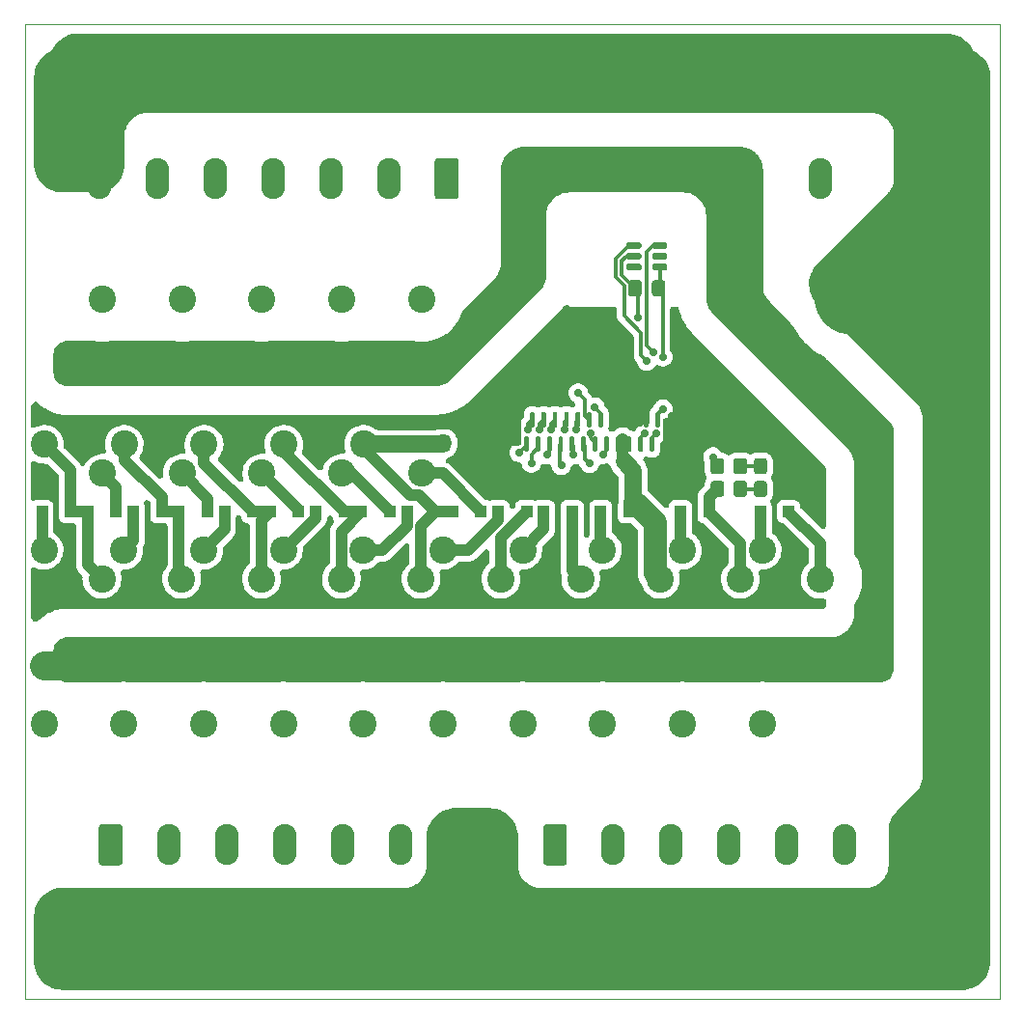
<source format=gbr>
G04 #@! TF.GenerationSoftware,KiCad,Pcbnew,6.0.10+dfsg-1~bpo11+1*
G04 #@! TF.ProjectId,project,70726f6a-6563-4742-9e6b-696361645f70,rev?*
G04 #@! TF.SameCoordinates,Original*
G04 #@! TF.FileFunction,Copper,L1,Top*
G04 #@! TF.FilePolarity,Positive*
%FSLAX46Y46*%
G04 Gerber Fmt 4.6, Leading zero omitted, Abs format (unit mm)*
%MOMM*%
%LPD*%
G01*
G04 APERTURE LIST*
G04 #@! TA.AperFunction,Profile*
%ADD10C,0.100000*%
G04 #@! TD*
G04 #@! TA.AperFunction,SMDPad,CuDef*
%ADD11R,1.000000X1.000000*%
G04 #@! TD*
G04 #@! TA.AperFunction,ComponentPad*
%ADD12C,2.400000*%
G04 #@! TD*
G04 #@! TA.AperFunction,ComponentPad*
%ADD13O,2.080000X3.600000*%
G04 #@! TD*
G04 #@! TA.AperFunction,ComponentPad*
%ADD14O,2.100000X3.600000*%
G04 #@! TD*
G04 #@! TA.AperFunction,ComponentPad*
%ADD15C,5.000000*%
G04 #@! TD*
G04 #@! TA.AperFunction,SMDPad,CuDef*
%ADD16C,7.000000*%
G04 #@! TD*
G04 #@! TA.AperFunction,ViaPad*
%ADD17C,0.700000*%
G04 #@! TD*
G04 #@! TA.AperFunction,Conductor*
%ADD18C,0.300000*%
G04 #@! TD*
G04 #@! TA.AperFunction,Conductor*
%ADD19C,1.000000*%
G04 #@! TD*
G04 #@! TA.AperFunction,Conductor*
%ADD20C,2.000000*%
G04 #@! TD*
G04 #@! TA.AperFunction,Conductor*
%ADD21C,1.500000*%
G04 #@! TD*
G04 #@! TA.AperFunction,Conductor*
%ADD22C,2.500000*%
G04 #@! TD*
G04 APERTURE END LIST*
D10*
X211012500Y-48287500D02*
X211012500Y-133787500D01*
X211012500Y-133787500D02*
X125512500Y-133787500D01*
X125512500Y-48287500D02*
X211012500Y-48287500D01*
X125512500Y-133787500D02*
X125512500Y-48287500D01*
D11*
X139012500Y-91037500D03*
X141512500Y-91037500D03*
D12*
X132302500Y-87667500D03*
X132302500Y-77507500D03*
X132302500Y-72427500D03*
X127222500Y-85127500D03*
X148182500Y-94412500D03*
X148182500Y-104572500D03*
X148182500Y-109652500D03*
X153262500Y-96952500D03*
D11*
X147012500Y-91037500D03*
X149512500Y-91037500D03*
X153512500Y-91037500D03*
X151012500Y-91037500D03*
G04 #@! TA.AperFunction,SMDPad,CuDef*
G36*
G01*
X192662500Y-88587500D02*
X192662500Y-89487500D01*
G75*
G02*
X192412500Y-89737500I-250000J0D01*
G01*
X191762500Y-89737500D01*
G75*
G02*
X191512500Y-89487500I0J250000D01*
G01*
X191512500Y-88587500D01*
G75*
G02*
X191762500Y-88337500I250000J0D01*
G01*
X192412500Y-88337500D01*
G75*
G02*
X192662500Y-88587500I0J-250000D01*
G01*
G37*
G04 #@! TD.AperFunction*
G04 #@! TA.AperFunction,SMDPad,CuDef*
G36*
G01*
X190612500Y-88587500D02*
X190612500Y-89487500D01*
G75*
G02*
X190362500Y-89737500I-250000J0D01*
G01*
X189712500Y-89737500D01*
G75*
G02*
X189462500Y-89487500I0J250000D01*
G01*
X189462500Y-88587500D01*
G75*
G02*
X189712500Y-88337500I250000J0D01*
G01*
X190362500Y-88337500D01*
G75*
G02*
X190612500Y-88587500I0J-250000D01*
G01*
G37*
G04 #@! TD.AperFunction*
X161512500Y-91037500D03*
X159012500Y-91037500D03*
G04 #@! TA.AperFunction,ComponentPad*
G36*
G01*
X131982500Y-121810001D02*
X131982500Y-118709999D01*
G75*
G02*
X132232499Y-118460000I249999J0D01*
G01*
X133812501Y-118460000D01*
G75*
G02*
X134062500Y-118709999I0J-249999D01*
G01*
X134062500Y-121810001D01*
G75*
G02*
X133812501Y-122060000I-249999J0D01*
G01*
X132232499Y-122060000D01*
G75*
G02*
X131982500Y-121810001I0J249999D01*
G01*
G37*
G04 #@! TD.AperFunction*
D13*
X138102500Y-120260000D03*
X143182500Y-120260000D03*
X148262500Y-120260000D03*
X153342500Y-120260000D03*
X158422500Y-120260000D03*
X163502500Y-120260000D03*
G04 #@! TA.AperFunction,SMDPad,CuDef*
G36*
G01*
X178262500Y-67837500D02*
X178262500Y-67537500D01*
G75*
G02*
X178412500Y-67387500I150000J0D01*
G01*
X179437500Y-67387500D01*
G75*
G02*
X179587500Y-67537500I0J-150000D01*
G01*
X179587500Y-67837500D01*
G75*
G02*
X179437500Y-67987500I-150000J0D01*
G01*
X178412500Y-67987500D01*
G75*
G02*
X178262500Y-67837500I0J150000D01*
G01*
G37*
G04 #@! TD.AperFunction*
G04 #@! TA.AperFunction,SMDPad,CuDef*
G36*
G01*
X178262500Y-68787500D02*
X178262500Y-68487500D01*
G75*
G02*
X178412500Y-68337500I150000J0D01*
G01*
X179437500Y-68337500D01*
G75*
G02*
X179587500Y-68487500I0J-150000D01*
G01*
X179587500Y-68787500D01*
G75*
G02*
X179437500Y-68937500I-150000J0D01*
G01*
X178412500Y-68937500D01*
G75*
G02*
X178262500Y-68787500I0J150000D01*
G01*
G37*
G04 #@! TD.AperFunction*
G04 #@! TA.AperFunction,SMDPad,CuDef*
G36*
G01*
X178262500Y-69737500D02*
X178262500Y-69437500D01*
G75*
G02*
X178412500Y-69287500I150000J0D01*
G01*
X179437500Y-69287500D01*
G75*
G02*
X179587500Y-69437500I0J-150000D01*
G01*
X179587500Y-69737500D01*
G75*
G02*
X179437500Y-69887500I-150000J0D01*
G01*
X178412500Y-69887500D01*
G75*
G02*
X178262500Y-69737500I0J150000D01*
G01*
G37*
G04 #@! TD.AperFunction*
G04 #@! TA.AperFunction,SMDPad,CuDef*
G36*
G01*
X180537500Y-69737500D02*
X180537500Y-69437500D01*
G75*
G02*
X180687500Y-69287500I150000J0D01*
G01*
X181712500Y-69287500D01*
G75*
G02*
X181862500Y-69437500I0J-150000D01*
G01*
X181862500Y-69737500D01*
G75*
G02*
X181712500Y-69887500I-150000J0D01*
G01*
X180687500Y-69887500D01*
G75*
G02*
X180537500Y-69737500I0J150000D01*
G01*
G37*
G04 #@! TD.AperFunction*
G04 #@! TA.AperFunction,SMDPad,CuDef*
G36*
G01*
X180537500Y-68787500D02*
X180537500Y-68487500D01*
G75*
G02*
X180687500Y-68337500I150000J0D01*
G01*
X181712500Y-68337500D01*
G75*
G02*
X181862500Y-68487500I0J-150000D01*
G01*
X181862500Y-68787500D01*
G75*
G02*
X181712500Y-68937500I-150000J0D01*
G01*
X180687500Y-68937500D01*
G75*
G02*
X180537500Y-68787500I0J150000D01*
G01*
G37*
G04 #@! TD.AperFunction*
G04 #@! TA.AperFunction,SMDPad,CuDef*
G36*
G01*
X180537500Y-67837500D02*
X180537500Y-67537500D01*
G75*
G02*
X180687500Y-67387500I150000J0D01*
G01*
X181712500Y-67387500D01*
G75*
G02*
X181862500Y-67537500I0J-150000D01*
G01*
X181862500Y-67837500D01*
G75*
G02*
X181712500Y-67987500I-150000J0D01*
G01*
X180687500Y-67987500D01*
G75*
G02*
X180537500Y-67837500I0J150000D01*
G01*
G37*
G04 #@! TD.AperFunction*
G04 #@! TA.AperFunction,ComponentPad*
G36*
G01*
X203932500Y-60265001D02*
X203932500Y-63364999D01*
G75*
G02*
X203682499Y-63615000I-250001J0D01*
G01*
X202082501Y-63615000D01*
G75*
G02*
X201832500Y-63364999I0J250001D01*
G01*
X201832500Y-60265001D01*
G75*
G02*
X202082501Y-60015000I250001J0D01*
G01*
X203682499Y-60015000D01*
G75*
G02*
X203932500Y-60265001I0J-250001D01*
G01*
G37*
G04 #@! TD.AperFunction*
D14*
X195262500Y-61815000D03*
X187642500Y-61815000D03*
D12*
X141182500Y-94412500D03*
X141182500Y-104572500D03*
X141182500Y-109652500D03*
X146262500Y-96952500D03*
X176182500Y-94412500D03*
X176182500Y-104572500D03*
X176182500Y-109652500D03*
X181262500Y-96952500D03*
D11*
X163012500Y-91037500D03*
X165512500Y-91037500D03*
D12*
X153302500Y-87667500D03*
X153302500Y-77507500D03*
X153302500Y-72427500D03*
X148222500Y-85127500D03*
G04 #@! TA.AperFunction,SMDPad,CuDef*
G36*
G01*
X185662500Y-87487500D02*
X185662500Y-86587500D01*
G75*
G02*
X185912500Y-86337500I250000J0D01*
G01*
X186612500Y-86337500D01*
G75*
G02*
X186862500Y-86587500I0J-250000D01*
G01*
X186862500Y-87487500D01*
G75*
G02*
X186612500Y-87737500I-250000J0D01*
G01*
X185912500Y-87737500D01*
G75*
G02*
X185662500Y-87487500I0J250000D01*
G01*
G37*
G04 #@! TD.AperFunction*
G04 #@! TA.AperFunction,SMDPad,CuDef*
G36*
G01*
X187662500Y-87487500D02*
X187662500Y-86587500D01*
G75*
G02*
X187912500Y-86337500I250000J0D01*
G01*
X188612500Y-86337500D01*
G75*
G02*
X188862500Y-86587500I0J-250000D01*
G01*
X188862500Y-87487500D01*
G75*
G02*
X188612500Y-87737500I-250000J0D01*
G01*
X187912500Y-87737500D01*
G75*
G02*
X187662500Y-87487500I0J250000D01*
G01*
G37*
G04 #@! TD.AperFunction*
X127182500Y-94412500D03*
X127182500Y-104572500D03*
X127182500Y-109652500D03*
X132262500Y-96952500D03*
G04 #@! TA.AperFunction,SMDPad,CuDef*
G36*
G01*
X161637500Y-85512500D02*
X161637500Y-84562500D01*
G75*
G02*
X161887500Y-84312500I250000J0D01*
G01*
X162562500Y-84312500D01*
G75*
G02*
X162812500Y-84562500I0J-250000D01*
G01*
X162812500Y-85512500D01*
G75*
G02*
X162562500Y-85762500I-250000J0D01*
G01*
X161887500Y-85762500D01*
G75*
G02*
X161637500Y-85512500I0J250000D01*
G01*
G37*
G04 #@! TD.AperFunction*
G04 #@! TA.AperFunction,SMDPad,CuDef*
G36*
G01*
X163712500Y-85512500D02*
X163712500Y-84562500D01*
G75*
G02*
X163962500Y-84312500I250000J0D01*
G01*
X164637500Y-84312500D01*
G75*
G02*
X164887500Y-84562500I0J-250000D01*
G01*
X164887500Y-85512500D01*
G75*
G02*
X164637500Y-85762500I-250000J0D01*
G01*
X163962500Y-85762500D01*
G75*
G02*
X163712500Y-85512500I0J250000D01*
G01*
G37*
G04 #@! TD.AperFunction*
X155182500Y-94412500D03*
X155182500Y-104572500D03*
X155182500Y-109652500D03*
X160262500Y-96952500D03*
G04 #@! TA.AperFunction,ComponentPad*
G36*
G01*
X163542500Y-60264999D02*
X163542500Y-63365001D01*
G75*
G02*
X163292501Y-63615000I-249999J0D01*
G01*
X161712499Y-63615000D01*
G75*
G02*
X161462500Y-63365001I0J249999D01*
G01*
X161462500Y-60264999D01*
G75*
G02*
X161712499Y-60015000I249999J0D01*
G01*
X163292501Y-60015000D01*
G75*
G02*
X163542500Y-60264999I0J-249999D01*
G01*
G37*
G04 #@! TD.AperFunction*
D13*
X157422500Y-61815000D03*
X152342500Y-61815000D03*
X147262500Y-61815000D03*
X142182500Y-61815000D03*
X137102500Y-61815000D03*
X132022500Y-61815000D03*
D12*
X169182500Y-94412500D03*
X169182500Y-104572500D03*
X169182500Y-109652500D03*
X174262500Y-96952500D03*
G04 #@! TA.AperFunction,SMDPad,CuDef*
G36*
G01*
X169712500Y-84537500D02*
X169712500Y-85687500D01*
G75*
G02*
X169612500Y-85787500I-100000J0D01*
G01*
X169412500Y-85787500D01*
G75*
G02*
X169312500Y-85687500I0J100000D01*
G01*
X169312500Y-84537500D01*
G75*
G02*
X169412500Y-84437500I100000J0D01*
G01*
X169612500Y-84437500D01*
G75*
G02*
X169712500Y-84537500I0J-100000D01*
G01*
G37*
G04 #@! TD.AperFunction*
G04 #@! TA.AperFunction,SMDPad,CuDef*
G36*
G01*
X170212500Y-82387500D02*
X170212500Y-83537500D01*
G75*
G02*
X170112500Y-83637500I-100000J0D01*
G01*
X169912500Y-83637500D01*
G75*
G02*
X169812500Y-83537500I0J100000D01*
G01*
X169812500Y-82387500D01*
G75*
G02*
X169912500Y-82287500I100000J0D01*
G01*
X170112500Y-82287500D01*
G75*
G02*
X170212500Y-82387500I0J-100000D01*
G01*
G37*
G04 #@! TD.AperFunction*
G04 #@! TA.AperFunction,SMDPad,CuDef*
G36*
G01*
X170712500Y-84537500D02*
X170712500Y-85687500D01*
G75*
G02*
X170612500Y-85787500I-100000J0D01*
G01*
X170412500Y-85787500D01*
G75*
G02*
X170312500Y-85687500I0J100000D01*
G01*
X170312500Y-84537500D01*
G75*
G02*
X170412500Y-84437500I100000J0D01*
G01*
X170612500Y-84437500D01*
G75*
G02*
X170712500Y-84537500I0J-100000D01*
G01*
G37*
G04 #@! TD.AperFunction*
G04 #@! TA.AperFunction,SMDPad,CuDef*
G36*
G01*
X171212500Y-82387500D02*
X171212500Y-83537500D01*
G75*
G02*
X171112500Y-83637500I-100000J0D01*
G01*
X170912500Y-83637500D01*
G75*
G02*
X170812500Y-83537500I0J100000D01*
G01*
X170812500Y-82387500D01*
G75*
G02*
X170912500Y-82287500I100000J0D01*
G01*
X171112500Y-82287500D01*
G75*
G02*
X171212500Y-82387500I0J-100000D01*
G01*
G37*
G04 #@! TD.AperFunction*
G04 #@! TA.AperFunction,SMDPad,CuDef*
G36*
G01*
X171712500Y-84537500D02*
X171712500Y-85687500D01*
G75*
G02*
X171612500Y-85787500I-100000J0D01*
G01*
X171412500Y-85787500D01*
G75*
G02*
X171312500Y-85687500I0J100000D01*
G01*
X171312500Y-84537500D01*
G75*
G02*
X171412500Y-84437500I100000J0D01*
G01*
X171612500Y-84437500D01*
G75*
G02*
X171712500Y-84537500I0J-100000D01*
G01*
G37*
G04 #@! TD.AperFunction*
G04 #@! TA.AperFunction,SMDPad,CuDef*
G36*
G01*
X172212500Y-82387500D02*
X172212500Y-83537500D01*
G75*
G02*
X172112500Y-83637500I-100000J0D01*
G01*
X171912500Y-83637500D01*
G75*
G02*
X171812500Y-83537500I0J100000D01*
G01*
X171812500Y-82387500D01*
G75*
G02*
X171912500Y-82287500I100000J0D01*
G01*
X172112500Y-82287500D01*
G75*
G02*
X172212500Y-82387500I0J-100000D01*
G01*
G37*
G04 #@! TD.AperFunction*
G04 #@! TA.AperFunction,SMDPad,CuDef*
G36*
G01*
X172712500Y-84537500D02*
X172712500Y-85687500D01*
G75*
G02*
X172612500Y-85787500I-100000J0D01*
G01*
X172412500Y-85787500D01*
G75*
G02*
X172312500Y-85687500I0J100000D01*
G01*
X172312500Y-84537500D01*
G75*
G02*
X172412500Y-84437500I100000J0D01*
G01*
X172612500Y-84437500D01*
G75*
G02*
X172712500Y-84537500I0J-100000D01*
G01*
G37*
G04 #@! TD.AperFunction*
G04 #@! TA.AperFunction,SMDPad,CuDef*
G36*
G01*
X173212500Y-82387500D02*
X173212500Y-83537500D01*
G75*
G02*
X173112500Y-83637500I-100000J0D01*
G01*
X172912500Y-83637500D01*
G75*
G02*
X172812500Y-83537500I0J100000D01*
G01*
X172812500Y-82387500D01*
G75*
G02*
X172912500Y-82287500I100000J0D01*
G01*
X173112500Y-82287500D01*
G75*
G02*
X173212500Y-82387500I0J-100000D01*
G01*
G37*
G04 #@! TD.AperFunction*
G04 #@! TA.AperFunction,SMDPad,CuDef*
G36*
G01*
X173712500Y-84537500D02*
X173712500Y-85687500D01*
G75*
G02*
X173612500Y-85787500I-100000J0D01*
G01*
X173412500Y-85787500D01*
G75*
G02*
X173312500Y-85687500I0J100000D01*
G01*
X173312500Y-84537500D01*
G75*
G02*
X173412500Y-84437500I100000J0D01*
G01*
X173612500Y-84437500D01*
G75*
G02*
X173712500Y-84537500I0J-100000D01*
G01*
G37*
G04 #@! TD.AperFunction*
G04 #@! TA.AperFunction,SMDPad,CuDef*
G36*
G01*
X174212500Y-82387500D02*
X174212500Y-83537500D01*
G75*
G02*
X174112500Y-83637500I-100000J0D01*
G01*
X173912500Y-83637500D01*
G75*
G02*
X173812500Y-83537500I0J100000D01*
G01*
X173812500Y-82387500D01*
G75*
G02*
X173912500Y-82287500I100000J0D01*
G01*
X174112500Y-82287500D01*
G75*
G02*
X174212500Y-82387500I0J-100000D01*
G01*
G37*
G04 #@! TD.AperFunction*
G04 #@! TA.AperFunction,SMDPad,CuDef*
G36*
G01*
X174712500Y-84537500D02*
X174712500Y-85687500D01*
G75*
G02*
X174612500Y-85787500I-100000J0D01*
G01*
X174412500Y-85787500D01*
G75*
G02*
X174312500Y-85687500I0J100000D01*
G01*
X174312500Y-84537500D01*
G75*
G02*
X174412500Y-84437500I100000J0D01*
G01*
X174612500Y-84437500D01*
G75*
G02*
X174712500Y-84537500I0J-100000D01*
G01*
G37*
G04 #@! TD.AperFunction*
G04 #@! TA.AperFunction,SMDPad,CuDef*
G36*
G01*
X175212500Y-82387500D02*
X175212500Y-83537500D01*
G75*
G02*
X175112500Y-83637500I-100000J0D01*
G01*
X174912500Y-83637500D01*
G75*
G02*
X174812500Y-83537500I0J100000D01*
G01*
X174812500Y-82387500D01*
G75*
G02*
X174912500Y-82287500I100000J0D01*
G01*
X175112500Y-82287500D01*
G75*
G02*
X175212500Y-82387500I0J-100000D01*
G01*
G37*
G04 #@! TD.AperFunction*
G04 #@! TA.AperFunction,SMDPad,CuDef*
G36*
G01*
X175712500Y-84537500D02*
X175712500Y-85687500D01*
G75*
G02*
X175612500Y-85787500I-100000J0D01*
G01*
X175412500Y-85787500D01*
G75*
G02*
X175312500Y-85687500I0J100000D01*
G01*
X175312500Y-84537500D01*
G75*
G02*
X175412500Y-84437500I100000J0D01*
G01*
X175612500Y-84437500D01*
G75*
G02*
X175712500Y-84537500I0J-100000D01*
G01*
G37*
G04 #@! TD.AperFunction*
G04 #@! TA.AperFunction,SMDPad,CuDef*
G36*
G01*
X176212500Y-82387500D02*
X176212500Y-83537500D01*
G75*
G02*
X176112500Y-83637500I-100000J0D01*
G01*
X175912500Y-83637500D01*
G75*
G02*
X175812500Y-83537500I0J100000D01*
G01*
X175812500Y-82387500D01*
G75*
G02*
X175912500Y-82287500I100000J0D01*
G01*
X176112500Y-82287500D01*
G75*
G02*
X176212500Y-82387500I0J-100000D01*
G01*
G37*
G04 #@! TD.AperFunction*
G04 #@! TA.AperFunction,SMDPad,CuDef*
G36*
G01*
X176712500Y-84537500D02*
X176712500Y-85687500D01*
G75*
G02*
X176612500Y-85787500I-100000J0D01*
G01*
X176412500Y-85787500D01*
G75*
G02*
X176312500Y-85687500I0J100000D01*
G01*
X176312500Y-84537500D01*
G75*
G02*
X176412500Y-84437500I100000J0D01*
G01*
X176612500Y-84437500D01*
G75*
G02*
X176712500Y-84537500I0J-100000D01*
G01*
G37*
G04 #@! TD.AperFunction*
G04 #@! TA.AperFunction,SMDPad,CuDef*
G36*
G01*
X177212500Y-82387500D02*
X177212500Y-83537500D01*
G75*
G02*
X177112500Y-83637500I-100000J0D01*
G01*
X176912500Y-83637500D01*
G75*
G02*
X176812500Y-83537500I0J100000D01*
G01*
X176812500Y-82387500D01*
G75*
G02*
X176912500Y-82287500I100000J0D01*
G01*
X177112500Y-82287500D01*
G75*
G02*
X177212500Y-82387500I0J-100000D01*
G01*
G37*
G04 #@! TD.AperFunction*
G04 #@! TA.AperFunction,SMDPad,CuDef*
G36*
G01*
X177712500Y-84537500D02*
X177712500Y-85687500D01*
G75*
G02*
X177612500Y-85787500I-100000J0D01*
G01*
X177412500Y-85787500D01*
G75*
G02*
X177312500Y-85687500I0J100000D01*
G01*
X177312500Y-84537500D01*
G75*
G02*
X177412500Y-84437500I100000J0D01*
G01*
X177612500Y-84437500D01*
G75*
G02*
X177712500Y-84537500I0J-100000D01*
G01*
G37*
G04 #@! TD.AperFunction*
G04 #@! TA.AperFunction,SMDPad,CuDef*
G36*
G01*
X178212500Y-82387500D02*
X178212500Y-83537500D01*
G75*
G02*
X178112500Y-83637500I-100000J0D01*
G01*
X177912500Y-83637500D01*
G75*
G02*
X177812500Y-83537500I0J100000D01*
G01*
X177812500Y-82387500D01*
G75*
G02*
X177912500Y-82287500I100000J0D01*
G01*
X178112500Y-82287500D01*
G75*
G02*
X178212500Y-82387500I0J-100000D01*
G01*
G37*
G04 #@! TD.AperFunction*
G04 #@! TA.AperFunction,SMDPad,CuDef*
G36*
G01*
X178712500Y-84537500D02*
X178712500Y-85687500D01*
G75*
G02*
X178612500Y-85787500I-100000J0D01*
G01*
X178412500Y-85787500D01*
G75*
G02*
X178312500Y-85687500I0J100000D01*
G01*
X178312500Y-84537500D01*
G75*
G02*
X178412500Y-84437500I100000J0D01*
G01*
X178612500Y-84437500D01*
G75*
G02*
X178712500Y-84537500I0J-100000D01*
G01*
G37*
G04 #@! TD.AperFunction*
G04 #@! TA.AperFunction,SMDPad,CuDef*
G36*
G01*
X179212500Y-82387500D02*
X179212500Y-83537500D01*
G75*
G02*
X179112500Y-83637500I-100000J0D01*
G01*
X178912500Y-83637500D01*
G75*
G02*
X178812500Y-83537500I0J100000D01*
G01*
X178812500Y-82387500D01*
G75*
G02*
X178912500Y-82287500I100000J0D01*
G01*
X179112500Y-82287500D01*
G75*
G02*
X179212500Y-82387500I0J-100000D01*
G01*
G37*
G04 #@! TD.AperFunction*
G04 #@! TA.AperFunction,SMDPad,CuDef*
G36*
G01*
X179712500Y-84537500D02*
X179712500Y-85687500D01*
G75*
G02*
X179612500Y-85787500I-100000J0D01*
G01*
X179412500Y-85787500D01*
G75*
G02*
X179312500Y-85687500I0J100000D01*
G01*
X179312500Y-84537500D01*
G75*
G02*
X179412500Y-84437500I100000J0D01*
G01*
X179612500Y-84437500D01*
G75*
G02*
X179712500Y-84537500I0J-100000D01*
G01*
G37*
G04 #@! TD.AperFunction*
G04 #@! TA.AperFunction,SMDPad,CuDef*
G36*
G01*
X180212500Y-82387500D02*
X180212500Y-83537500D01*
G75*
G02*
X180112500Y-83637500I-100000J0D01*
G01*
X179912500Y-83637500D01*
G75*
G02*
X179812500Y-83537500I0J100000D01*
G01*
X179812500Y-82387500D01*
G75*
G02*
X179912500Y-82287500I100000J0D01*
G01*
X180112500Y-82287500D01*
G75*
G02*
X180212500Y-82387500I0J-100000D01*
G01*
G37*
G04 #@! TD.AperFunction*
G04 #@! TA.AperFunction,SMDPad,CuDef*
G36*
G01*
X180712500Y-84537500D02*
X180712500Y-85687500D01*
G75*
G02*
X180612500Y-85787500I-100000J0D01*
G01*
X180412500Y-85787500D01*
G75*
G02*
X180312500Y-85687500I0J100000D01*
G01*
X180312500Y-84537500D01*
G75*
G02*
X180412500Y-84437500I100000J0D01*
G01*
X180612500Y-84437500D01*
G75*
G02*
X180712500Y-84537500I0J-100000D01*
G01*
G37*
G04 #@! TD.AperFunction*
G04 #@! TA.AperFunction,SMDPad,CuDef*
G36*
G01*
X181212500Y-82387500D02*
X181212500Y-83537500D01*
G75*
G02*
X181112500Y-83637500I-100000J0D01*
G01*
X180912500Y-83637500D01*
G75*
G02*
X180812500Y-83537500I0J100000D01*
G01*
X180812500Y-82387500D01*
G75*
G02*
X180912500Y-82287500I100000J0D01*
G01*
X181112500Y-82287500D01*
G75*
G02*
X181212500Y-82387500I0J-100000D01*
G01*
G37*
G04 #@! TD.AperFunction*
G04 #@! TA.AperFunction,SMDPad,CuDef*
G36*
G01*
X183862500Y-83077500D02*
X183862500Y-84997500D01*
G75*
G02*
X183622500Y-85237500I-240000J0D01*
G01*
X181702500Y-85237500D01*
G75*
G02*
X181462500Y-84997500I0J240000D01*
G01*
X181462500Y-83077500D01*
G75*
G02*
X181702500Y-82837500I240000J0D01*
G01*
X183622500Y-82837500D01*
G75*
G02*
X183862500Y-83077500I0J-240000D01*
G01*
G37*
G04 #@! TD.AperFunction*
G04 #@! TA.AperFunction,SMDPad,CuDef*
G36*
G01*
X169062500Y-83077500D02*
X169062500Y-84997500D01*
G75*
G02*
X168822500Y-85237500I-240000J0D01*
G01*
X166902500Y-85237500D01*
G75*
G02*
X166662500Y-84997500I0J240000D01*
G01*
X166662500Y-83077500D01*
G75*
G02*
X166902500Y-82837500I240000J0D01*
G01*
X168822500Y-82837500D01*
G75*
G02*
X169062500Y-83077500I0J-240000D01*
G01*
G37*
G04 #@! TD.AperFunction*
D11*
X145512500Y-91037500D03*
X143012500Y-91037500D03*
D15*
X198262500Y-72037500D03*
D16*
X198262500Y-72037500D03*
G04 #@! TA.AperFunction,SMDPad,CuDef*
G36*
G01*
X185662500Y-89487500D02*
X185662500Y-88587500D01*
G75*
G02*
X185912500Y-88337500I250000J0D01*
G01*
X186612500Y-88337500D01*
G75*
G02*
X186862500Y-88587500I0J-250000D01*
G01*
X186862500Y-89487500D01*
G75*
G02*
X186612500Y-89737500I-250000J0D01*
G01*
X185912500Y-89737500D01*
G75*
G02*
X185662500Y-89487500I0J250000D01*
G01*
G37*
G04 #@! TD.AperFunction*
G04 #@! TA.AperFunction,SMDPad,CuDef*
G36*
G01*
X187662500Y-89487500D02*
X187662500Y-88587500D01*
G75*
G02*
X187912500Y-88337500I250000J0D01*
G01*
X188612500Y-88337500D01*
G75*
G02*
X188862500Y-88587500I0J-250000D01*
G01*
X188862500Y-89487500D01*
G75*
G02*
X188612500Y-89737500I-250000J0D01*
G01*
X187912500Y-89737500D01*
G75*
G02*
X187662500Y-89487500I0J250000D01*
G01*
G37*
G04 #@! TD.AperFunction*
D11*
X131012500Y-91037500D03*
X133512500Y-91037500D03*
X129512500Y-91037500D03*
X127012500Y-91037500D03*
D12*
X146302500Y-87667500D03*
X146302500Y-77507500D03*
X146302500Y-72427500D03*
X141222500Y-85127500D03*
D11*
X178512500Y-91037500D03*
X176012500Y-91037500D03*
G04 #@! TA.AperFunction,ComponentPad*
G36*
G01*
X170982500Y-121810001D02*
X170982500Y-118709999D01*
G75*
G02*
X171232499Y-118460000I249999J0D01*
G01*
X172812501Y-118460000D01*
G75*
G02*
X173062500Y-118709999I0J-249999D01*
G01*
X173062500Y-121810001D01*
G75*
G02*
X172812501Y-122060000I-249999J0D01*
G01*
X171232499Y-122060000D01*
G75*
G02*
X170982500Y-121810001I0J249999D01*
G01*
G37*
G04 #@! TD.AperFunction*
D13*
X177102500Y-120260000D03*
X182182500Y-120260000D03*
X187262500Y-120260000D03*
X192342500Y-120260000D03*
X197422500Y-120260000D03*
X202502500Y-120260000D03*
D12*
X162182500Y-94412500D03*
X162182500Y-104572500D03*
X162182500Y-109652500D03*
X167262500Y-96952500D03*
D11*
X185512500Y-91037500D03*
X183012500Y-91037500D03*
D12*
X183182500Y-94412500D03*
X183182500Y-104572500D03*
X183182500Y-109652500D03*
X188262500Y-96952500D03*
G04 #@! TA.AperFunction,SMDPad,CuDef*
G36*
G01*
X192662500Y-86587500D02*
X192662500Y-87487500D01*
G75*
G02*
X192412500Y-87737500I-250000J0D01*
G01*
X191762500Y-87737500D01*
G75*
G02*
X191512500Y-87487500I0J250000D01*
G01*
X191512500Y-86587500D01*
G75*
G02*
X191762500Y-86337500I250000J0D01*
G01*
X192412500Y-86337500D01*
G75*
G02*
X192662500Y-86587500I0J-250000D01*
G01*
G37*
G04 #@! TD.AperFunction*
G04 #@! TA.AperFunction,SMDPad,CuDef*
G36*
G01*
X190612500Y-86587500D02*
X190612500Y-87487500D01*
G75*
G02*
X190362500Y-87737500I-250000J0D01*
G01*
X189712500Y-87737500D01*
G75*
G02*
X189462500Y-87487500I0J250000D01*
G01*
X189462500Y-86587500D01*
G75*
G02*
X189712500Y-86337500I250000J0D01*
G01*
X190362500Y-86337500D01*
G75*
G02*
X190612500Y-86587500I0J-250000D01*
G01*
G37*
G04 #@! TD.AperFunction*
D11*
X173512500Y-91037500D03*
X171012500Y-91037500D03*
G04 #@! TA.AperFunction,SMDPad,CuDef*
G36*
G01*
X181687500Y-70962500D02*
X181687500Y-71912500D01*
G75*
G02*
X181437500Y-72162500I-250000J0D01*
G01*
X180762500Y-72162500D01*
G75*
G02*
X180512500Y-71912500I0J250000D01*
G01*
X180512500Y-70962500D01*
G75*
G02*
X180762500Y-70712500I250000J0D01*
G01*
X181437500Y-70712500D01*
G75*
G02*
X181687500Y-70962500I0J-250000D01*
G01*
G37*
G04 #@! TD.AperFunction*
G04 #@! TA.AperFunction,SMDPad,CuDef*
G36*
G01*
X179612500Y-70962500D02*
X179612500Y-71912500D01*
G75*
G02*
X179362500Y-72162500I-250000J0D01*
G01*
X178687500Y-72162500D01*
G75*
G02*
X178437500Y-71912500I0J250000D01*
G01*
X178437500Y-70962500D01*
G75*
G02*
X178687500Y-70712500I250000J0D01*
G01*
X179362500Y-70712500D01*
G75*
G02*
X179612500Y-70962500I0J-250000D01*
G01*
G37*
G04 #@! TD.AperFunction*
X155012500Y-91037500D03*
X157512500Y-91037500D03*
X169512500Y-91037500D03*
X167012500Y-91037500D03*
X192512500Y-91037500D03*
X190012500Y-91037500D03*
D12*
X190182500Y-94412500D03*
X190182500Y-104572500D03*
X190182500Y-109652500D03*
X195262500Y-96952500D03*
G04 #@! TA.AperFunction,SMDPad,CuDef*
G36*
G01*
X178437500Y-88912500D02*
X178437500Y-87962500D01*
G75*
G02*
X178687500Y-87712500I250000J0D01*
G01*
X179362500Y-87712500D01*
G75*
G02*
X179612500Y-87962500I0J-250000D01*
G01*
X179612500Y-88912500D01*
G75*
G02*
X179362500Y-89162500I-250000J0D01*
G01*
X178687500Y-89162500D01*
G75*
G02*
X178437500Y-88912500I0J250000D01*
G01*
G37*
G04 #@! TD.AperFunction*
G04 #@! TA.AperFunction,SMDPad,CuDef*
G36*
G01*
X180512500Y-88912500D02*
X180512500Y-87962500D01*
G75*
G02*
X180762500Y-87712500I250000J0D01*
G01*
X181437500Y-87712500D01*
G75*
G02*
X181687500Y-87962500I0J-250000D01*
G01*
X181687500Y-88912500D01*
G75*
G02*
X181437500Y-89162500I-250000J0D01*
G01*
X180762500Y-89162500D01*
G75*
G02*
X180512500Y-88912500I0J250000D01*
G01*
G37*
G04 #@! TD.AperFunction*
X160302500Y-87667500D03*
X160302500Y-77507500D03*
X160302500Y-72427500D03*
X155222500Y-85127500D03*
X139302500Y-87667500D03*
X139302500Y-77507500D03*
X139302500Y-72427500D03*
X134222500Y-85127500D03*
X134182500Y-94412500D03*
X134182500Y-104572500D03*
X134182500Y-109652500D03*
X139262500Y-96952500D03*
D11*
X137512500Y-91037500D03*
X135012500Y-91037500D03*
D17*
X175262500Y-88237500D03*
X178462500Y-83237500D03*
X182262500Y-82637500D03*
X175862500Y-88837500D03*
X128862500Y-83037500D03*
X181062500Y-87437500D03*
X182262500Y-85437500D03*
X130462500Y-83037500D03*
X179262500Y-74037500D03*
X182062500Y-88437500D03*
X183062500Y-82637500D03*
X181062500Y-89437500D03*
X178462500Y-82037500D03*
X179462500Y-83237500D03*
X164262500Y-84037500D03*
X178462500Y-82637500D03*
X179462500Y-82637500D03*
X183062500Y-85437500D03*
X183862500Y-85437500D03*
X192862500Y-94237500D03*
X182062500Y-87437500D03*
X175262500Y-89437500D03*
X176462500Y-89437500D03*
X176462500Y-88237500D03*
X192862500Y-93437500D03*
X163662500Y-84037500D03*
X164862500Y-84037500D03*
X183862500Y-82637500D03*
X179462500Y-82037500D03*
X182062500Y-89437500D03*
X129662500Y-83037500D03*
X192862500Y-95037500D03*
X185862500Y-86237500D03*
X181462500Y-82037500D03*
X181467039Y-77439770D03*
X180063000Y-77842039D03*
X179866729Y-84185386D03*
X168862500Y-85837500D03*
X169937158Y-86752085D03*
X169662500Y-83837500D03*
X171362000Y-86037500D03*
X170682693Y-83848515D03*
X173862500Y-83837500D03*
X173631970Y-86037500D03*
X172562000Y-86967030D03*
X172862500Y-83837500D03*
X175517007Y-81879342D03*
X174062500Y-80638000D03*
X175031470Y-86806470D03*
X175158271Y-84185386D03*
X180913000Y-84187000D03*
X180662500Y-77037500D03*
X176212842Y-85998598D03*
X171682693Y-83848515D03*
D18*
X178925000Y-68637500D02*
X178262500Y-68637500D01*
X179262500Y-71675000D02*
X179025000Y-71437500D01*
X178262500Y-68637500D02*
X177862500Y-69037500D01*
X177862500Y-70275000D02*
X179025000Y-71437500D01*
X179262500Y-74037500D02*
X179262500Y-71675000D01*
X177862500Y-69037500D02*
X177862500Y-70275000D01*
X181012500Y-82487500D02*
X181462500Y-82037500D01*
X181200000Y-69587500D02*
X181200000Y-71337500D01*
X181200000Y-71337500D02*
X181100000Y-71437500D01*
X181462500Y-71800000D02*
X181100000Y-71437500D01*
X185862500Y-86237500D02*
X186662500Y-87037500D01*
X181462500Y-77435231D02*
X181462500Y-71800000D01*
X181467039Y-77439770D02*
X181462500Y-77435231D01*
X181012500Y-82962500D02*
X181012500Y-82487500D01*
X179562500Y-75337500D02*
X178087500Y-73862500D01*
X178087500Y-73862500D02*
X178087500Y-71207106D01*
X178087500Y-71207106D02*
X177362500Y-70482106D01*
X179562500Y-77341539D02*
X179562500Y-75337500D01*
X179512500Y-84539615D02*
X179512500Y-85112500D01*
X178505394Y-67687500D02*
X178925000Y-67687500D01*
X180063000Y-77842039D02*
X179562500Y-77341539D01*
X177362500Y-68830394D02*
X178505394Y-67687500D01*
X177362500Y-70482106D02*
X177362500Y-68830394D01*
X179866729Y-84185386D02*
X179512500Y-84539615D01*
D19*
X188262500Y-93837500D02*
X188262500Y-96952500D01*
X195262500Y-93837500D02*
X195262500Y-96952500D01*
X155012500Y-91037500D02*
X153262500Y-92787500D01*
X137512500Y-91037500D02*
X137512500Y-89787500D01*
X185512500Y-91037500D02*
X185512500Y-91087500D01*
X147012500Y-91037500D02*
X146262500Y-91787500D01*
X139012500Y-96702500D02*
X139262500Y-96952500D01*
X153512500Y-91037500D02*
X155012500Y-91037500D01*
X155222500Y-85497500D02*
X155222500Y-85127500D01*
X146262500Y-91787500D02*
X146262500Y-96952500D01*
X185512500Y-89787500D02*
X186262500Y-89037500D01*
X163012500Y-91037500D02*
X161512500Y-91037500D01*
D20*
X180782500Y-91957500D02*
X180782500Y-96472500D01*
D19*
X160262500Y-92287500D02*
X160262500Y-96952500D01*
D20*
X180782500Y-96472500D02*
X181262500Y-96952500D01*
D19*
X137512500Y-91037500D02*
X139012500Y-91037500D01*
X173512500Y-91037500D02*
X173512500Y-96202500D01*
X129512500Y-91037500D02*
X129512500Y-87417500D01*
X129512500Y-87417500D02*
X127222500Y-85127500D01*
X178062500Y-86637500D02*
X177962500Y-86537500D01*
X145512500Y-91037500D02*
X141222500Y-86747500D01*
X169512500Y-91037500D02*
X167262500Y-93287500D01*
X161512500Y-91037500D02*
X160042500Y-89567500D01*
D21*
X178862500Y-87437500D02*
X178062500Y-86637500D01*
X179062500Y-90237500D02*
X178862500Y-90037500D01*
D19*
X173512500Y-96202500D02*
X174262500Y-96952500D01*
X160042500Y-89567500D02*
X159292500Y-89567500D01*
X185512500Y-91037500D02*
X185512500Y-89787500D01*
X161512500Y-91037500D02*
X160262500Y-92287500D01*
X137512500Y-89787500D02*
X134222500Y-86497500D01*
X131012500Y-91037500D02*
X129512500Y-91037500D01*
D21*
X155222500Y-85127500D02*
X162135000Y-85127500D01*
D19*
X131012500Y-91037500D02*
X131012500Y-95702500D01*
D20*
X179062500Y-90237500D02*
X180782500Y-91957500D01*
D19*
X167262500Y-93287500D02*
X167262500Y-96952500D01*
D21*
X162135000Y-85127500D02*
X162225000Y-85037500D01*
D19*
X159292500Y-89567500D02*
X155222500Y-85497500D01*
X153512500Y-91037500D02*
X148222500Y-85747500D01*
X148222500Y-85747500D02*
X148222500Y-85127500D01*
X131012500Y-95702500D02*
X132262500Y-96952500D01*
X192512500Y-91087500D02*
X195262500Y-93837500D01*
X141222500Y-86747500D02*
X141222500Y-85127500D01*
X134222500Y-86497500D02*
X134222500Y-85127500D01*
X145512500Y-91037500D02*
X147012500Y-91037500D01*
X185512500Y-91087500D02*
X188262500Y-93837500D01*
D21*
X178862500Y-90037500D02*
X178862500Y-87437500D01*
D19*
X177962500Y-86537500D02*
X177962500Y-84637500D01*
X153262500Y-92787500D02*
X153262500Y-96952500D01*
X139012500Y-91037500D02*
X139012500Y-96702500D01*
X192512500Y-91037500D02*
X192512500Y-91087500D01*
D22*
X127182500Y-104572500D02*
X134182500Y-104572500D01*
D18*
X169512500Y-85187500D02*
X169512500Y-85112500D01*
X168862500Y-85837500D02*
X169512500Y-85187500D01*
D19*
X127012500Y-91037500D02*
X127012500Y-94242500D01*
X127012500Y-94242500D02*
X127182500Y-94412500D01*
X143012500Y-92582500D02*
X141182500Y-94412500D01*
D18*
X169937158Y-86752085D02*
X169937158Y-86037500D01*
X170512500Y-85462158D02*
X170512500Y-85112500D01*
D19*
X143012500Y-91037500D02*
X143012500Y-92582500D01*
D18*
X169937158Y-86037500D02*
X170512500Y-85462158D01*
D19*
X135012500Y-93582500D02*
X134182500Y-94412500D01*
D18*
X169662500Y-83312500D02*
X170012500Y-82962500D01*
X169662500Y-83837500D02*
X169662500Y-83312500D01*
D19*
X135012500Y-91037500D02*
X135012500Y-93582500D01*
D18*
X171362000Y-86037500D02*
X171512500Y-85887000D01*
D19*
X156887500Y-94412500D02*
X155182500Y-94412500D01*
X159012500Y-91037500D02*
X159012500Y-92287500D01*
D18*
X171512500Y-85887000D02*
X171512500Y-85112500D01*
D19*
X159012500Y-92287500D02*
X156887500Y-94412500D01*
D18*
X170682693Y-83292307D02*
X171012500Y-82962500D01*
D19*
X151012500Y-91582500D02*
X148182500Y-94412500D01*
X151012500Y-91037500D02*
X151012500Y-91582500D01*
D18*
X170682693Y-83848515D02*
X170682693Y-83292307D01*
D19*
X190012500Y-91037500D02*
X190012500Y-94242500D01*
D18*
X173862500Y-83837500D02*
X173862500Y-83112500D01*
X173862500Y-83112500D02*
X174012500Y-82962500D01*
D19*
X190012500Y-94242500D02*
X190182500Y-94412500D01*
D18*
X173631970Y-86037500D02*
X173631970Y-85231970D01*
D19*
X183012500Y-91037500D02*
X183012500Y-94242500D01*
D18*
X173631970Y-85231970D02*
X173512500Y-85112500D01*
D19*
X183012500Y-94242500D02*
X183182500Y-94412500D01*
X171012500Y-92582500D02*
X169182500Y-94412500D01*
D18*
X172432470Y-85192530D02*
X172512500Y-85112500D01*
D19*
X171012500Y-91037500D02*
X171012500Y-92582500D01*
D18*
X172432470Y-86837500D02*
X172432470Y-85192530D01*
X172562000Y-86967030D02*
X172432470Y-86837500D01*
X172862500Y-83112500D02*
X173012500Y-82962500D01*
D19*
X176012500Y-94242500D02*
X176182500Y-94412500D01*
D18*
X172862500Y-83837500D02*
X172862500Y-83112500D01*
D19*
X176012500Y-91037500D02*
X176012500Y-94242500D01*
D18*
X176012500Y-82374835D02*
X176012500Y-82962500D01*
D19*
X141512500Y-91037500D02*
X141512500Y-89877500D01*
D18*
X175517007Y-81879342D02*
X176012500Y-82374835D01*
D19*
X141512500Y-89877500D02*
X139302500Y-87667500D01*
X157512500Y-91037500D02*
X154142500Y-87667500D01*
D18*
X174062500Y-80638000D02*
X174662500Y-81238000D01*
X174662500Y-81238000D02*
X174662500Y-82612500D01*
X174662500Y-82612500D02*
X175012500Y-82962500D01*
D19*
X154142500Y-87667500D02*
X153302500Y-87667500D01*
X162142500Y-87667500D02*
X160302500Y-87667500D01*
D18*
X174662500Y-86437500D02*
X174662500Y-85237500D01*
D19*
X165512500Y-91037500D02*
X162142500Y-87667500D01*
D18*
X174662500Y-85237500D02*
X174537500Y-85112500D01*
X175031470Y-86806470D02*
X174662500Y-86437500D01*
X174537500Y-85112500D02*
X174512500Y-85112500D01*
X175512500Y-84887500D02*
X175512500Y-85112500D01*
D19*
X149512500Y-91037500D02*
X149512500Y-90877500D01*
X149512500Y-90877500D02*
X146302500Y-87667500D01*
D18*
X175158271Y-84533271D02*
X175512500Y-84887500D01*
X175158271Y-84185386D02*
X175158271Y-84533271D01*
X180662500Y-77037500D02*
X180062500Y-76437500D01*
X180913000Y-84187000D02*
X180512500Y-84587500D01*
X180062500Y-68237500D02*
X180612500Y-67687500D01*
X180612500Y-67687500D02*
X181200000Y-67687500D01*
X180062500Y-76437500D02*
X180062500Y-68237500D01*
X180512500Y-84587500D02*
X180512500Y-85112500D01*
X176512500Y-85698940D02*
X176512500Y-85112500D01*
D19*
X133512500Y-88877500D02*
X132302500Y-87667500D01*
D18*
X176212842Y-85998598D02*
X176512500Y-85698940D01*
D19*
X133512500Y-91037500D02*
X133512500Y-88877500D01*
X167012500Y-91037500D02*
X167012500Y-91787500D01*
X167012500Y-91787500D02*
X164387500Y-94412500D01*
D18*
X171682693Y-83848515D02*
X171682693Y-83292307D01*
X171682693Y-83292307D02*
X172012500Y-82962500D01*
D19*
X164387500Y-94412500D02*
X162182500Y-94412500D01*
D18*
X188662500Y-89037500D02*
X190437500Y-89037500D01*
X188662500Y-87037500D02*
X190437500Y-87037500D01*
G04 #@! TA.AperFunction,Conductor*
G36*
X206689264Y-49107705D02*
G01*
X206997532Y-49166511D01*
X207295999Y-49263489D01*
X207579958Y-49397110D01*
X207844931Y-49565267D01*
X208086739Y-49765307D01*
X208301569Y-49994077D01*
X208486031Y-50247969D01*
X208551567Y-50358784D01*
X208555456Y-50370209D01*
X208646738Y-50518586D01*
X208768624Y-50643052D01*
X208915056Y-50737421D01*
X208940412Y-50746650D01*
X209195952Y-50911333D01*
X209436358Y-51113057D01*
X209649585Y-51343321D01*
X209832271Y-51598494D01*
X209981535Y-51874551D01*
X210095023Y-52167140D01*
X210170945Y-52471645D01*
X210208103Y-52783264D01*
X210212000Y-52922764D01*
X210212000Y-130488000D01*
X210192295Y-130801208D01*
X210133489Y-131109476D01*
X210036511Y-131407943D01*
X209902890Y-131691902D01*
X209734733Y-131956875D01*
X209534693Y-132198683D01*
X209305923Y-132413513D01*
X209052031Y-132597975D01*
X208777022Y-132749163D01*
X208485233Y-132864690D01*
X208181266Y-132942736D01*
X207869914Y-132982069D01*
X207713000Y-132987000D01*
X128812000Y-132987000D01*
X128498792Y-132967295D01*
X128190524Y-132908489D01*
X127892057Y-132811511D01*
X127608098Y-132677890D01*
X127343125Y-132509733D01*
X127101317Y-132309693D01*
X126886487Y-132080923D01*
X126702025Y-131827031D01*
X126550837Y-131552022D01*
X126435310Y-131260233D01*
X126357264Y-130956266D01*
X126317931Y-130644914D01*
X126313000Y-130488000D01*
X126313000Y-126536500D01*
X126332705Y-126223292D01*
X126391511Y-125915024D01*
X126488489Y-125616557D01*
X126622110Y-125332598D01*
X126790267Y-125067625D01*
X126990307Y-124825817D01*
X127219077Y-124610987D01*
X127472969Y-124426525D01*
X127747978Y-124275337D01*
X128039767Y-124159810D01*
X128343734Y-124081764D01*
X128655086Y-124042431D01*
X128812000Y-124037500D01*
X131752735Y-124037500D01*
X131957522Y-124050294D01*
X131957618Y-124048725D01*
X132112060Y-124058171D01*
X132112066Y-124058171D01*
X132150143Y-124060500D01*
X133022271Y-124060500D01*
X133894856Y-124060499D01*
X133997366Y-124054230D01*
X134087382Y-124048725D01*
X134087478Y-124050294D01*
X134292260Y-124037500D01*
X137587668Y-124037500D01*
X137780024Y-124046739D01*
X137810605Y-124051446D01*
X137881442Y-124054229D01*
X137881450Y-124054230D01*
X138084812Y-124062220D01*
X138084817Y-124062220D01*
X138155651Y-124065003D01*
X138433281Y-124044372D01*
X138618473Y-124037500D01*
X142667668Y-124037500D01*
X142860024Y-124046739D01*
X142890605Y-124051446D01*
X142961442Y-124054229D01*
X142961450Y-124054230D01*
X143164812Y-124062220D01*
X143164817Y-124062220D01*
X143235651Y-124065003D01*
X143513281Y-124044372D01*
X143698473Y-124037500D01*
X147747668Y-124037500D01*
X147940024Y-124046739D01*
X147970605Y-124051446D01*
X148041442Y-124054229D01*
X148041450Y-124054230D01*
X148244812Y-124062220D01*
X148244817Y-124062220D01*
X148315651Y-124065003D01*
X148593281Y-124044372D01*
X148778473Y-124037500D01*
X152827668Y-124037500D01*
X153020024Y-124046739D01*
X153050605Y-124051446D01*
X153121442Y-124054229D01*
X153121450Y-124054230D01*
X153324812Y-124062220D01*
X153324817Y-124062220D01*
X153395651Y-124065003D01*
X153673281Y-124044372D01*
X153858473Y-124037500D01*
X158762500Y-124037500D01*
X159047130Y-124017143D01*
X159325965Y-123956486D01*
X159383803Y-123934914D01*
X159383805Y-123934913D01*
X159519747Y-123884209D01*
X159519746Y-123884209D01*
X159593330Y-123856764D01*
X159843782Y-123720007D01*
X159906644Y-123672949D01*
X160009360Y-123596057D01*
X160009366Y-123596052D01*
X160072221Y-123548999D01*
X160273999Y-123347221D01*
X160445007Y-123118782D01*
X160581764Y-122868330D01*
X160609209Y-122794747D01*
X160654043Y-122674544D01*
X160654045Y-122674536D01*
X160681486Y-122600965D01*
X160742143Y-122322130D01*
X160762500Y-122037500D01*
X160762500Y-119536500D01*
X160782205Y-119223292D01*
X160841011Y-118915024D01*
X160937989Y-118616557D01*
X161071610Y-118332598D01*
X161239767Y-118067625D01*
X161439807Y-117825817D01*
X161668577Y-117610987D01*
X161922469Y-117426525D01*
X162197478Y-117275337D01*
X162489267Y-117159810D01*
X162793234Y-117081764D01*
X163104586Y-117042431D01*
X163261500Y-117037500D01*
X166263500Y-117037500D01*
X166576708Y-117057205D01*
X166884976Y-117116011D01*
X167183443Y-117212989D01*
X167467402Y-117346610D01*
X167732375Y-117514767D01*
X167974183Y-117714807D01*
X168189013Y-117943577D01*
X168373475Y-118197469D01*
X168524663Y-118472478D01*
X168640190Y-118764267D01*
X168718236Y-119068234D01*
X168757569Y-119379586D01*
X168762500Y-119536500D01*
X168762500Y-122037500D01*
X168782857Y-122322130D01*
X168843514Y-122600965D01*
X168865086Y-122658803D01*
X168865087Y-122658805D01*
X168907066Y-122771354D01*
X168943236Y-122868330D01*
X169079993Y-123118782D01*
X169116988Y-123168201D01*
X169116989Y-123168203D01*
X169203943Y-123284360D01*
X169203948Y-123284366D01*
X169251001Y-123347221D01*
X169452779Y-123548999D01*
X169681218Y-123720007D01*
X169808295Y-123789396D01*
X169862742Y-123819127D01*
X169862748Y-123819130D01*
X169931670Y-123856764D01*
X169989504Y-123878335D01*
X170125456Y-123929043D01*
X170125464Y-123929045D01*
X170199035Y-123956486D01*
X170477870Y-124017143D01*
X170539438Y-124021546D01*
X170539442Y-124021547D01*
X170627990Y-124027880D01*
X170762500Y-124037500D01*
X170807124Y-124037500D01*
X170838036Y-124038604D01*
X170953051Y-124047854D01*
X170957618Y-124048725D01*
X170983781Y-124050325D01*
X170983779Y-124050325D01*
X171112060Y-124058171D01*
X171112066Y-124058171D01*
X171150143Y-124060500D01*
X172022271Y-124060500D01*
X172894856Y-124060499D01*
X172997366Y-124054230D01*
X173087382Y-124048725D01*
X173087478Y-124050294D01*
X173292260Y-124037500D01*
X176587668Y-124037500D01*
X176780024Y-124046739D01*
X176810605Y-124051446D01*
X176881442Y-124054229D01*
X176881450Y-124054230D01*
X177084812Y-124062220D01*
X177084817Y-124062220D01*
X177155651Y-124065003D01*
X177433281Y-124044372D01*
X177618473Y-124037500D01*
X181667668Y-124037500D01*
X181860024Y-124046739D01*
X181890605Y-124051446D01*
X181961442Y-124054229D01*
X181961450Y-124054230D01*
X182164812Y-124062220D01*
X182164817Y-124062220D01*
X182235651Y-124065003D01*
X182513281Y-124044372D01*
X182698473Y-124037500D01*
X186747668Y-124037500D01*
X186940024Y-124046739D01*
X186970605Y-124051446D01*
X187041442Y-124054229D01*
X187041450Y-124054230D01*
X187244812Y-124062220D01*
X187244817Y-124062220D01*
X187315651Y-124065003D01*
X187593281Y-124044372D01*
X187778473Y-124037500D01*
X191827668Y-124037500D01*
X192020024Y-124046739D01*
X192050605Y-124051446D01*
X192121442Y-124054229D01*
X192121450Y-124054230D01*
X192324812Y-124062220D01*
X192324817Y-124062220D01*
X192395651Y-124065003D01*
X192673281Y-124044372D01*
X192858473Y-124037500D01*
X199262500Y-124037500D01*
X199547130Y-124017143D01*
X199825965Y-123956486D01*
X199883803Y-123934914D01*
X199883805Y-123934913D01*
X200019747Y-123884209D01*
X200019746Y-123884209D01*
X200093330Y-123856764D01*
X200343782Y-123720007D01*
X200406644Y-123672949D01*
X200509360Y-123596057D01*
X200509366Y-123596052D01*
X200572221Y-123548999D01*
X200773999Y-123347221D01*
X200945007Y-123118782D01*
X201081764Y-122868330D01*
X201109209Y-122794747D01*
X201154043Y-122674544D01*
X201154045Y-122674536D01*
X201181486Y-122600965D01*
X201242143Y-122322130D01*
X201262500Y-122037500D01*
X201262500Y-119072620D01*
X201282205Y-118759412D01*
X201341011Y-118451144D01*
X201437989Y-118152677D01*
X201571610Y-117868718D01*
X201739767Y-117603745D01*
X201939807Y-117361937D01*
X201994440Y-117305560D01*
X203676714Y-115623286D01*
X203849207Y-115426596D01*
X203994551Y-115209073D01*
X204110259Y-114974440D01*
X204194352Y-114726711D01*
X204245390Y-114470125D01*
X204262500Y-114209073D01*
X204262500Y-82865927D01*
X204245390Y-82604875D01*
X204194352Y-82348289D01*
X204110259Y-82100560D01*
X203994551Y-81865927D01*
X203849207Y-81648404D01*
X203676714Y-81451714D01*
X195029560Y-72804560D01*
X194822023Y-72569155D01*
X194645626Y-72309594D01*
X194503151Y-72029973D01*
X194396846Y-71734699D01*
X194328387Y-71428430D01*
X194298853Y-71115995D01*
X194308711Y-70802323D01*
X194357804Y-70492360D01*
X194445359Y-70190994D01*
X194569995Y-69902978D01*
X194729746Y-69632854D01*
X194922092Y-69384882D01*
X195029560Y-69270440D01*
X201176714Y-63123286D01*
X201256271Y-63032569D01*
X201295260Y-62988111D01*
X201295263Y-62988108D01*
X201349207Y-62926596D01*
X201494551Y-62709073D01*
X201610259Y-62474440D01*
X201694352Y-62226711D01*
X201745390Y-61970125D01*
X201762500Y-61709073D01*
X201762500Y-58037500D01*
X201742143Y-57752870D01*
X201681486Y-57474035D01*
X201654043Y-57400456D01*
X201609209Y-57280253D01*
X201581764Y-57206670D01*
X201445007Y-56956218D01*
X201397950Y-56893357D01*
X201321057Y-56790640D01*
X201321052Y-56790634D01*
X201273999Y-56727779D01*
X201072221Y-56526001D01*
X200843782Y-56354993D01*
X200716705Y-56285604D01*
X200662258Y-56255873D01*
X200662252Y-56255870D01*
X200593330Y-56218236D01*
X200519747Y-56190791D01*
X200399544Y-56145957D01*
X200399536Y-56145955D01*
X200325965Y-56118514D01*
X200047130Y-56057857D01*
X199985562Y-56053454D01*
X199985558Y-56053453D01*
X199807004Y-56040683D01*
X199807005Y-56040683D01*
X199762500Y-56037500D01*
X136262500Y-56037500D01*
X135977870Y-56057857D01*
X135699035Y-56118514D01*
X135641197Y-56140086D01*
X135641195Y-56140087D01*
X135625457Y-56145957D01*
X135431670Y-56218236D01*
X135181218Y-56354993D01*
X135131799Y-56391988D01*
X135131797Y-56391989D01*
X135015640Y-56478943D01*
X135015634Y-56478948D01*
X134952779Y-56526001D01*
X134751001Y-56727779D01*
X134579993Y-56956218D01*
X134443236Y-57206670D01*
X134421665Y-57264504D01*
X134370957Y-57400456D01*
X134370955Y-57400464D01*
X134343514Y-57474035D01*
X134282857Y-57752870D01*
X134262500Y-58037500D01*
X134262500Y-60538500D01*
X134242795Y-60851708D01*
X134183989Y-61159976D01*
X134087011Y-61458443D01*
X133953390Y-61742402D01*
X133785233Y-62007375D01*
X133585193Y-62249183D01*
X133356423Y-62464013D01*
X133102531Y-62648475D01*
X132827522Y-62799663D01*
X132535733Y-62915190D01*
X132231766Y-62993236D01*
X131920414Y-63032569D01*
X131763500Y-63037500D01*
X128812000Y-63037500D01*
X128498792Y-63017795D01*
X128190524Y-62958989D01*
X127892057Y-62862011D01*
X127608098Y-62728390D01*
X127343125Y-62560233D01*
X127101317Y-62360193D01*
X126886487Y-62131423D01*
X126702025Y-61877531D01*
X126550837Y-61602522D01*
X126435310Y-61310733D01*
X126357264Y-61006766D01*
X126317931Y-60695414D01*
X126313000Y-60538500D01*
X126313000Y-52924297D01*
X126332705Y-52611089D01*
X126391511Y-52302821D01*
X126488489Y-52004354D01*
X126622110Y-51720395D01*
X126790267Y-51455422D01*
X126990307Y-51213614D01*
X127219077Y-50998784D01*
X127472969Y-50814322D01*
X127585250Y-50747388D01*
X127600137Y-50742204D01*
X127747873Y-50649888D01*
X127871485Y-50527136D01*
X127964829Y-50380049D01*
X127971692Y-50360775D01*
X128125678Y-50118130D01*
X128325718Y-49876322D01*
X128554488Y-49661492D01*
X128808379Y-49477028D01*
X129083387Y-49325840D01*
X129375176Y-49210312D01*
X129679143Y-49132266D01*
X129990495Y-49092932D01*
X130147416Y-49088000D01*
X206376056Y-49088000D01*
X206689264Y-49107705D01*
G37*
G04 #@! TD.AperFunction*
G04 #@! TA.AperFunction,Conductor*
G36*
X173091294Y-72864090D02*
G01*
X173178430Y-72907061D01*
X173242488Y-72980106D01*
X173258719Y-73023229D01*
X173262500Y-73028887D01*
X173262500Y-73037500D01*
X177188000Y-73037500D01*
X177283288Y-73056454D01*
X177364070Y-73110430D01*
X177418046Y-73191212D01*
X177437000Y-73286500D01*
X177437000Y-73786008D01*
X177436720Y-73791936D01*
X177434740Y-73800796D01*
X177435232Y-73816452D01*
X177436877Y-73868789D01*
X177437000Y-73876611D01*
X177437000Y-73903425D01*
X177437980Y-73911185D01*
X177438193Y-73914572D01*
X177438561Y-73922375D01*
X177439903Y-73965069D01*
X177444274Y-73980114D01*
X177445392Y-73987172D01*
X177448693Y-74003111D01*
X177450466Y-74010015D01*
X177452429Y-74025558D01*
X177458197Y-74040126D01*
X177467063Y-74062517D01*
X177474664Y-74084718D01*
X177477829Y-74095611D01*
X177485756Y-74122898D01*
X177493732Y-74136385D01*
X177496566Y-74142934D01*
X177503731Y-74157560D01*
X177507166Y-74163809D01*
X177512932Y-74178371D01*
X177522137Y-74191041D01*
X177522139Y-74191044D01*
X177536302Y-74210537D01*
X177549177Y-74230138D01*
X177569419Y-74264365D01*
X177580497Y-74275443D01*
X177584861Y-74281069D01*
X177595433Y-74293448D01*
X177600325Y-74298657D01*
X177609537Y-74311337D01*
X177621609Y-74321324D01*
X177621612Y-74321327D01*
X177640163Y-74336673D01*
X177657515Y-74352461D01*
X178839070Y-75534016D01*
X178893046Y-75614798D01*
X178912000Y-75710086D01*
X178912000Y-77265047D01*
X178911720Y-77270975D01*
X178909740Y-77279835D01*
X178910232Y-77295491D01*
X178911877Y-77347828D01*
X178912000Y-77355650D01*
X178912000Y-77382464D01*
X178912980Y-77390224D01*
X178913193Y-77393611D01*
X178913561Y-77401414D01*
X178914903Y-77444108D01*
X178919274Y-77459153D01*
X178920392Y-77466211D01*
X178923693Y-77482150D01*
X178925466Y-77489054D01*
X178927429Y-77504597D01*
X178933197Y-77519165D01*
X178942063Y-77541556D01*
X178949664Y-77563757D01*
X178960756Y-77601937D01*
X178968732Y-77615424D01*
X178971566Y-77621973D01*
X178978731Y-77636599D01*
X178982166Y-77642848D01*
X178987932Y-77657410D01*
X178997137Y-77670080D01*
X178997139Y-77670083D01*
X179011302Y-77689576D01*
X179024177Y-77709177D01*
X179044419Y-77743404D01*
X179055497Y-77754482D01*
X179059861Y-77760108D01*
X179070433Y-77772487D01*
X179075325Y-77777696D01*
X179084537Y-77790376D01*
X179096609Y-77800363D01*
X179096612Y-77800366D01*
X179115163Y-77815712D01*
X179132515Y-77831500D01*
X179153072Y-77852057D01*
X179207048Y-77932839D01*
X179224638Y-78002098D01*
X179226503Y-78019842D01*
X179281750Y-78189874D01*
X179371141Y-78344704D01*
X179379871Y-78354400D01*
X179379875Y-78354405D01*
X179482044Y-78467874D01*
X179490770Y-78477565D01*
X179635407Y-78582651D01*
X179798733Y-78655368D01*
X179973609Y-78692539D01*
X180152391Y-78692539D01*
X180327267Y-78655368D01*
X180490593Y-78582651D01*
X180635230Y-78477565D01*
X180643956Y-78467874D01*
X180746125Y-78354405D01*
X180746129Y-78354400D01*
X180754859Y-78344704D01*
X180776426Y-78307349D01*
X180840484Y-78234305D01*
X180927620Y-78191335D01*
X181024567Y-78184981D01*
X181093343Y-78204378D01*
X181202772Y-78253099D01*
X181377648Y-78290270D01*
X181556430Y-78290270D01*
X181731306Y-78253099D01*
X181870031Y-78191335D01*
X181882708Y-78185691D01*
X181882709Y-78185690D01*
X181894632Y-78180382D01*
X182039269Y-78075296D01*
X182049065Y-78064417D01*
X182150164Y-77952136D01*
X182150168Y-77952131D01*
X182158898Y-77942435D01*
X182248289Y-77787605D01*
X182303536Y-77617573D01*
X182322224Y-77439770D01*
X182303536Y-77261967D01*
X182248289Y-77091935D01*
X182234695Y-77068390D01*
X182165425Y-76948409D01*
X182165422Y-76948405D01*
X182158898Y-76937105D01*
X182157946Y-76936048D01*
X182119880Y-76853476D01*
X182113000Y-76795348D01*
X182113000Y-73286500D01*
X182131954Y-73191212D01*
X182185930Y-73110430D01*
X182266712Y-73056454D01*
X182362000Y-73037500D01*
X182636915Y-73037500D01*
X182732203Y-73056454D01*
X182812985Y-73110430D01*
X182866961Y-73191212D01*
X182879408Y-73229949D01*
X182894551Y-73294895D01*
X182936835Y-73452701D01*
X182984431Y-73609602D01*
X182985089Y-73611540D01*
X183011554Y-73689502D01*
X183015899Y-73702303D01*
X183073655Y-73855757D01*
X183074443Y-73857660D01*
X183074448Y-73857672D01*
X183135379Y-74004771D01*
X183135392Y-74004802D01*
X183136172Y-74006684D01*
X183203830Y-74156008D01*
X183204724Y-74157821D01*
X183204734Y-74157842D01*
X183246248Y-74242025D01*
X183246265Y-74242058D01*
X183247124Y-74243800D01*
X183248042Y-74245517D01*
X183248051Y-74245535D01*
X183269826Y-74286273D01*
X183324413Y-74388398D01*
X183406101Y-74529886D01*
X183492673Y-74669106D01*
X183547056Y-74750497D01*
X183642565Y-74883781D01*
X183742019Y-75013392D01*
X183846028Y-75140127D01*
X183937591Y-75244535D01*
X183992670Y-75305305D01*
X184048544Y-75364960D01*
X184105547Y-75423859D01*
X195684070Y-87002382D01*
X195738046Y-87083164D01*
X195757000Y-87178452D01*
X195757000Y-92315939D01*
X195738046Y-92411227D01*
X195684070Y-92492009D01*
X195603288Y-92545985D01*
X195508000Y-92564939D01*
X195412712Y-92545985D01*
X195331930Y-92492009D01*
X193585929Y-90746009D01*
X193531953Y-90665227D01*
X193512999Y-90569939D01*
X193512999Y-90490124D01*
X193506351Y-90428920D01*
X193456026Y-90294676D01*
X193388720Y-90204870D01*
X193380687Y-90194152D01*
X193370046Y-90179954D01*
X193349720Y-90164720D01*
X193310186Y-90135091D01*
X193255324Y-90093974D01*
X193165879Y-90060443D01*
X193135696Y-90049128D01*
X193135695Y-90049128D01*
X193121080Y-90043649D01*
X193059877Y-90037000D01*
X192545451Y-90037000D01*
X192532422Y-90036659D01*
X192475973Y-90033701D01*
X192475971Y-90033701D01*
X192463374Y-90033041D01*
X192450901Y-90034928D01*
X192438301Y-90035544D01*
X192438299Y-90035510D01*
X192418466Y-90037001D01*
X191965124Y-90037001D01*
X191903920Y-90043649D01*
X191769676Y-90093974D01*
X191714814Y-90135091D01*
X191675281Y-90164720D01*
X191654954Y-90179954D01*
X191644313Y-90194152D01*
X191636280Y-90204870D01*
X191568974Y-90294676D01*
X191518649Y-90428920D01*
X191512000Y-90490123D01*
X191512000Y-91069614D01*
X191511903Y-91076567D01*
X191510903Y-91112363D01*
X191505720Y-91135086D01*
X191509789Y-91152234D01*
X191509540Y-91161153D01*
X191511479Y-91172147D01*
X191512001Y-91186385D01*
X191512001Y-91584876D01*
X191518649Y-91646080D01*
X191568974Y-91780324D01*
X191654954Y-91895046D01*
X191769676Y-91981026D01*
X191786287Y-91987253D01*
X191889304Y-92025872D01*
X191889305Y-92025872D01*
X191903920Y-92031351D01*
X191919439Y-92033037D01*
X191965123Y-92038000D01*
X191964994Y-92039188D01*
X192051383Y-92061293D01*
X192119853Y-92109774D01*
X194189070Y-94178991D01*
X194243046Y-94259773D01*
X194262000Y-94355061D01*
X194262000Y-95454546D01*
X194243046Y-95549834D01*
X194189070Y-95630616D01*
X194178805Y-95640314D01*
X194035833Y-95767921D01*
X193874215Y-95962246D01*
X193858556Y-95988052D01*
X193747884Y-96170432D01*
X193747881Y-96170438D01*
X193743095Y-96178325D01*
X193739526Y-96186836D01*
X193739524Y-96186840D01*
X193648930Y-96402883D01*
X193645354Y-96411411D01*
X193583139Y-96656383D01*
X193570921Y-96777722D01*
X193558743Y-96898660D01*
X193557816Y-96907861D01*
X193560211Y-96957717D01*
X193568565Y-97131627D01*
X193569943Y-97160320D01*
X193619252Y-97408213D01*
X193704660Y-97646095D01*
X193709032Y-97654232D01*
X193709034Y-97654236D01*
X193773358Y-97773947D01*
X193824292Y-97868740D01*
X193975518Y-98071256D01*
X194155017Y-98249196D01*
X194162469Y-98254660D01*
X194259929Y-98326120D01*
X194358846Y-98398649D01*
X194367010Y-98402945D01*
X194367016Y-98402948D01*
X194475892Y-98460230D01*
X194582526Y-98516333D01*
X194821144Y-98599662D01*
X195069458Y-98646806D01*
X195078680Y-98647168D01*
X195078686Y-98647169D01*
X195195736Y-98651768D01*
X195322013Y-98656729D01*
X195331188Y-98655724D01*
X195331193Y-98655724D01*
X195456749Y-98641973D01*
X195534060Y-98633506D01*
X195630843Y-98641973D01*
X195717021Y-98686835D01*
X195779471Y-98761259D01*
X195808686Y-98853918D01*
X195807273Y-98918873D01*
X195787752Y-99045809D01*
X195787750Y-99045826D01*
X195787158Y-99049675D01*
X195767086Y-99272693D01*
X195766961Y-99275482D01*
X195766121Y-99294176D01*
X195742909Y-99388518D01*
X195685361Y-99466795D01*
X195602239Y-99517091D01*
X195517372Y-99532000D01*
X129262000Y-99532000D01*
X129093453Y-99537676D01*
X128925796Y-99548980D01*
X128847370Y-99555506D01*
X128842526Y-99556296D01*
X128842522Y-99556296D01*
X128767820Y-99568471D01*
X128536824Y-99606120D01*
X128533020Y-99606988D01*
X128533011Y-99606990D01*
X128436120Y-99629105D01*
X128318519Y-99655946D01*
X128187830Y-99689502D01*
X127891313Y-99794754D01*
X127685413Y-99882760D01*
X127616472Y-99914448D01*
X127567905Y-99936771D01*
X127567898Y-99936775D01*
X127562828Y-99939105D01*
X127557991Y-99941878D01*
X127557982Y-99941883D01*
X127293261Y-100093666D01*
X127289869Y-100095611D01*
X127102992Y-100218967D01*
X126992421Y-100296307D01*
X126988143Y-100299911D01*
X126988142Y-100299912D01*
X126927068Y-100351368D01*
X126751795Y-100499037D01*
X126633840Y-100611815D01*
X126551872Y-100663963D01*
X126456182Y-100680774D01*
X126361343Y-100659688D01*
X126312547Y-100631171D01*
X126217039Y-100559674D01*
X126190190Y-100536410D01*
X126085930Y-100432150D01*
X126031954Y-100351368D01*
X126013000Y-100256080D01*
X126013000Y-96131146D01*
X126031954Y-96035858D01*
X126085930Y-95955076D01*
X126166712Y-95901100D01*
X126262000Y-95882146D01*
X126357288Y-95901100D01*
X126377938Y-95910784D01*
X126490759Y-95970142D01*
X126502526Y-95976333D01*
X126741144Y-96059662D01*
X126989458Y-96106806D01*
X126998680Y-96107168D01*
X126998686Y-96107169D01*
X127115736Y-96111768D01*
X127242013Y-96116729D01*
X127251188Y-96115724D01*
X127251193Y-96115724D01*
X127484077Y-96090219D01*
X127484081Y-96090218D01*
X127493260Y-96089213D01*
X127737681Y-96024863D01*
X127969905Y-95925091D01*
X127977757Y-95920232D01*
X127977761Y-95920230D01*
X128176972Y-95796954D01*
X128184831Y-95792091D01*
X128377738Y-95628783D01*
X128403314Y-95599620D01*
X128538302Y-95445696D01*
X128538303Y-95445694D01*
X128544388Y-95438756D01*
X128681119Y-95226184D01*
X128686489Y-95214265D01*
X128781135Y-95004156D01*
X128784928Y-94995736D01*
X128853534Y-94752476D01*
X128885431Y-94501747D01*
X128887768Y-94412500D01*
X128869037Y-94160445D01*
X128813256Y-93913928D01*
X128745554Y-93739832D01*
X128725002Y-93686982D01*
X128725001Y-93686979D01*
X128721650Y-93678363D01*
X128596231Y-93458926D01*
X128590519Y-93451680D01*
X128590514Y-93451673D01*
X128445471Y-93267688D01*
X128445467Y-93267684D01*
X128439755Y-93260438D01*
X128255660Y-93087258D01*
X128231321Y-93070373D01*
X128120071Y-92993196D01*
X128052581Y-92923309D01*
X128016974Y-92832914D01*
X128013000Y-92788606D01*
X128013000Y-91124916D01*
X128022337Y-91077976D01*
X128013000Y-91023637D01*
X128013000Y-90986700D01*
X128012999Y-90986695D01*
X128012999Y-90490124D01*
X128006351Y-90428920D01*
X127956026Y-90294676D01*
X127888720Y-90204870D01*
X127880687Y-90194152D01*
X127870046Y-90179954D01*
X127849720Y-90164720D01*
X127810186Y-90135091D01*
X127755324Y-90093974D01*
X127665879Y-90060443D01*
X127635696Y-90049128D01*
X127635695Y-90049128D01*
X127621080Y-90043649D01*
X127559877Y-90037000D01*
X127045451Y-90037000D01*
X127032422Y-90036659D01*
X126975973Y-90033701D01*
X126975971Y-90033701D01*
X126963374Y-90033041D01*
X126950901Y-90034928D01*
X126938301Y-90035544D01*
X126938299Y-90035510D01*
X126918466Y-90037001D01*
X126465124Y-90037001D01*
X126403920Y-90043649D01*
X126389300Y-90049130D01*
X126389299Y-90049130D01*
X126349403Y-90064086D01*
X126253525Y-90079786D01*
X126158937Y-90057599D01*
X126080040Y-90000905D01*
X126028844Y-89918333D01*
X126013000Y-89830930D01*
X126013000Y-86825101D01*
X126031954Y-86729813D01*
X126085930Y-86649031D01*
X126166712Y-86595055D01*
X126262000Y-86576101D01*
X126357288Y-86595055D01*
X126377938Y-86604739D01*
X126530759Y-86685142D01*
X126542526Y-86691333D01*
X126781144Y-86774662D01*
X126790218Y-86776385D01*
X126790219Y-86776385D01*
X126802629Y-86778741D01*
X127029458Y-86821806D01*
X127038680Y-86822168D01*
X127038686Y-86822169D01*
X127155736Y-86826768D01*
X127282013Y-86831729D01*
X127291187Y-86830724D01*
X127291194Y-86830724D01*
X127370401Y-86822049D01*
X127467187Y-86830517D01*
X127553364Y-86875378D01*
X127573579Y-86893499D01*
X128439070Y-87758990D01*
X128493046Y-87839772D01*
X128512000Y-87935060D01*
X128512000Y-91004555D01*
X128511659Y-91017586D01*
X128510659Y-91036668D01*
X128502712Y-91067958D01*
X128508200Y-91087677D01*
X128509201Y-91094295D01*
X128512001Y-91131534D01*
X128512001Y-91584876D01*
X128518649Y-91646080D01*
X128568974Y-91780324D01*
X128654954Y-91895046D01*
X128769676Y-91981026D01*
X128786287Y-91987253D01*
X128889304Y-92025872D01*
X128889305Y-92025872D01*
X128903920Y-92031351D01*
X128965123Y-92038000D01*
X129479555Y-92038000D01*
X129492586Y-92038341D01*
X129549026Y-92041299D01*
X129549029Y-92041299D01*
X129561626Y-92041959D01*
X129574103Y-92040072D01*
X129586693Y-92039456D01*
X129586695Y-92039491D01*
X129606524Y-92038000D01*
X129763000Y-92038000D01*
X129858288Y-92056954D01*
X129939070Y-92110930D01*
X129993046Y-92191712D01*
X130012000Y-92287000D01*
X130012000Y-95684614D01*
X130011903Y-95691567D01*
X130011411Y-95709196D01*
X130009540Y-95776153D01*
X130013142Y-95796577D01*
X130019234Y-95831127D01*
X130021742Y-95849207D01*
X130025088Y-95882146D01*
X130027380Y-95904716D01*
X130031150Y-95916746D01*
X130031151Y-95916751D01*
X130033609Y-95924593D01*
X130041219Y-95955810D01*
X130044836Y-95976321D01*
X130049479Y-95988047D01*
X130049480Y-95988052D01*
X130065378Y-96028207D01*
X130071467Y-96045402D01*
X130084389Y-96086635D01*
X130084392Y-96086642D01*
X130088162Y-96098672D01*
X130094276Y-96109701D01*
X130094277Y-96109704D01*
X130098258Y-96116885D01*
X130111996Y-96145947D01*
X130119660Y-96165305D01*
X130126567Y-96175860D01*
X130126568Y-96175862D01*
X130150220Y-96212006D01*
X130159648Y-96227635D01*
X130179555Y-96263548D01*
X130186703Y-96276444D01*
X130200259Y-96292260D01*
X130219554Y-96317959D01*
X130225716Y-96327377D01*
X130225720Y-96327382D01*
X130230955Y-96335382D01*
X130235417Y-96340338D01*
X130237709Y-96342630D01*
X130237728Y-96342650D01*
X130270992Y-96375913D01*
X130283986Y-96389945D01*
X130306961Y-96416751D01*
X130318977Y-96430771D01*
X130328939Y-96438498D01*
X130328945Y-96438504D01*
X130337235Y-96444934D01*
X130360692Y-96465613D01*
X130496731Y-96601652D01*
X130550707Y-96682434D01*
X130569661Y-96777722D01*
X130568408Y-96802668D01*
X130558742Y-96898660D01*
X130558742Y-96898662D01*
X130557816Y-96907861D01*
X130560211Y-96957717D01*
X130568565Y-97131627D01*
X130569943Y-97160320D01*
X130619252Y-97408213D01*
X130704660Y-97646095D01*
X130709032Y-97654232D01*
X130709034Y-97654236D01*
X130773358Y-97773947D01*
X130824292Y-97868740D01*
X130975518Y-98071256D01*
X131155017Y-98249196D01*
X131162469Y-98254660D01*
X131259929Y-98326120D01*
X131358846Y-98398649D01*
X131367010Y-98402945D01*
X131367016Y-98402948D01*
X131475892Y-98460230D01*
X131582526Y-98516333D01*
X131821144Y-98599662D01*
X132069458Y-98646806D01*
X132078680Y-98647168D01*
X132078686Y-98647169D01*
X132195736Y-98651768D01*
X132322013Y-98656729D01*
X132331188Y-98655724D01*
X132331193Y-98655724D01*
X132564077Y-98630219D01*
X132564081Y-98630218D01*
X132573260Y-98629213D01*
X132817681Y-98564863D01*
X133049905Y-98465091D01*
X133057757Y-98460232D01*
X133057761Y-98460230D01*
X133256972Y-98336954D01*
X133264831Y-98332091D01*
X133457738Y-98168783D01*
X133543268Y-98071256D01*
X133618302Y-97985696D01*
X133618303Y-97985694D01*
X133624388Y-97978756D01*
X133761119Y-97766184D01*
X133864928Y-97535736D01*
X133905702Y-97391161D01*
X133931024Y-97301377D01*
X133931025Y-97301373D01*
X133933534Y-97292476D01*
X133965431Y-97041747D01*
X133967768Y-96952500D01*
X133956054Y-96794871D01*
X133949722Y-96709662D01*
X133949722Y-96709661D01*
X133949037Y-96700445D01*
X133893256Y-96453928D01*
X133889907Y-96445316D01*
X133887206Y-96436481D01*
X133889548Y-96435765D01*
X133875459Y-96355875D01*
X133896485Y-96261023D01*
X133952208Y-96181436D01*
X134034146Y-96129233D01*
X134134176Y-96112492D01*
X134242013Y-96116729D01*
X134251188Y-96115724D01*
X134251193Y-96115724D01*
X134484077Y-96090219D01*
X134484081Y-96090218D01*
X134493260Y-96089213D01*
X134737681Y-96024863D01*
X134969905Y-95925091D01*
X134977757Y-95920232D01*
X134977761Y-95920230D01*
X135176972Y-95796954D01*
X135184831Y-95792091D01*
X135377738Y-95628783D01*
X135403314Y-95599620D01*
X135538302Y-95445696D01*
X135538303Y-95445694D01*
X135544388Y-95438756D01*
X135681119Y-95226184D01*
X135686489Y-95214265D01*
X135781135Y-95004156D01*
X135784928Y-94995736D01*
X135853534Y-94752476D01*
X135885431Y-94501747D01*
X135887768Y-94412500D01*
X135871165Y-94189083D01*
X135883005Y-94092655D01*
X135890954Y-94071756D01*
X135912539Y-94021877D01*
X135920371Y-94005456D01*
X135946241Y-93955970D01*
X135951983Y-93935944D01*
X135962815Y-93905693D01*
X135971086Y-93886581D01*
X135982501Y-93831941D01*
X135986885Y-93814226D01*
X135989514Y-93805060D01*
X136002266Y-93760587D01*
X136003864Y-93739816D01*
X136008391Y-93708012D01*
X136012651Y-93687620D01*
X136013000Y-93680961D01*
X136013000Y-93630654D01*
X136013734Y-93611551D01*
X136016892Y-93570509D01*
X136017860Y-93557930D01*
X136014963Y-93534998D01*
X136013000Y-93503790D01*
X136013000Y-91124916D01*
X136022337Y-91077976D01*
X136013000Y-91023637D01*
X136013000Y-90986700D01*
X136012999Y-90986695D01*
X136012999Y-90490124D01*
X136006351Y-90428920D01*
X135970401Y-90333022D01*
X135954700Y-90237144D01*
X135976886Y-90142556D01*
X136033580Y-90063658D01*
X136116151Y-90012462D01*
X136212029Y-89996761D01*
X136306617Y-90018947D01*
X136379626Y-90069547D01*
X136439070Y-90128991D01*
X136493046Y-90209773D01*
X136512000Y-90305061D01*
X136512000Y-91004555D01*
X136511659Y-91017586D01*
X136510659Y-91036668D01*
X136502712Y-91067958D01*
X136508200Y-91087677D01*
X136509201Y-91094295D01*
X136512001Y-91131534D01*
X136512001Y-91584876D01*
X136518649Y-91646080D01*
X136568974Y-91780324D01*
X136654954Y-91895046D01*
X136769676Y-91981026D01*
X136786287Y-91987253D01*
X136889304Y-92025872D01*
X136889305Y-92025872D01*
X136903920Y-92031351D01*
X136965123Y-92038000D01*
X137479555Y-92038000D01*
X137492586Y-92038341D01*
X137549026Y-92041299D01*
X137549029Y-92041299D01*
X137561626Y-92041959D01*
X137574103Y-92040072D01*
X137586693Y-92039456D01*
X137586695Y-92039491D01*
X137606524Y-92038000D01*
X137763000Y-92038000D01*
X137858288Y-92056954D01*
X137939070Y-92110930D01*
X137993046Y-92191712D01*
X138012000Y-92287000D01*
X138012000Y-95706563D01*
X137993046Y-95801851D01*
X137954442Y-95865783D01*
X137880121Y-95955144D01*
X137880117Y-95955150D01*
X137874215Y-95962246D01*
X137858556Y-95988052D01*
X137747884Y-96170432D01*
X137747881Y-96170438D01*
X137743095Y-96178325D01*
X137739526Y-96186836D01*
X137739524Y-96186840D01*
X137648930Y-96402883D01*
X137645354Y-96411411D01*
X137583139Y-96656383D01*
X137570921Y-96777722D01*
X137558743Y-96898660D01*
X137557816Y-96907861D01*
X137560211Y-96957717D01*
X137568565Y-97131627D01*
X137569943Y-97160320D01*
X137619252Y-97408213D01*
X137704660Y-97646095D01*
X137709032Y-97654232D01*
X137709034Y-97654236D01*
X137773358Y-97773947D01*
X137824292Y-97868740D01*
X137975518Y-98071256D01*
X138155017Y-98249196D01*
X138162469Y-98254660D01*
X138259929Y-98326120D01*
X138358846Y-98398649D01*
X138367010Y-98402945D01*
X138367016Y-98402948D01*
X138475892Y-98460230D01*
X138582526Y-98516333D01*
X138821144Y-98599662D01*
X139069458Y-98646806D01*
X139078680Y-98647168D01*
X139078686Y-98647169D01*
X139195736Y-98651768D01*
X139322013Y-98656729D01*
X139331188Y-98655724D01*
X139331193Y-98655724D01*
X139564077Y-98630219D01*
X139564081Y-98630218D01*
X139573260Y-98629213D01*
X139817681Y-98564863D01*
X140049905Y-98465091D01*
X140057757Y-98460232D01*
X140057761Y-98460230D01*
X140256972Y-98336954D01*
X140264831Y-98332091D01*
X140457738Y-98168783D01*
X140543268Y-98071256D01*
X140618302Y-97985696D01*
X140618303Y-97985694D01*
X140624388Y-97978756D01*
X140761119Y-97766184D01*
X140864928Y-97535736D01*
X140905702Y-97391161D01*
X140931024Y-97301377D01*
X140931025Y-97301373D01*
X140933534Y-97292476D01*
X140965431Y-97041747D01*
X140967768Y-96952500D01*
X140956054Y-96794871D01*
X140949722Y-96709662D01*
X140949722Y-96709661D01*
X140949037Y-96700445D01*
X140893256Y-96453928D01*
X140889907Y-96445316D01*
X140887206Y-96436481D01*
X140889548Y-96435765D01*
X140875459Y-96355875D01*
X140896485Y-96261023D01*
X140952208Y-96181436D01*
X141034146Y-96129233D01*
X141134176Y-96112492D01*
X141242013Y-96116729D01*
X141251188Y-96115724D01*
X141251193Y-96115724D01*
X141484077Y-96090219D01*
X141484081Y-96090218D01*
X141493260Y-96089213D01*
X141737681Y-96024863D01*
X141969905Y-95925091D01*
X141977757Y-95920232D01*
X141977761Y-95920230D01*
X142176972Y-95796954D01*
X142184831Y-95792091D01*
X142377738Y-95628783D01*
X142403314Y-95599620D01*
X142538302Y-95445696D01*
X142538303Y-95445694D01*
X142544388Y-95438756D01*
X142681119Y-95226184D01*
X142686489Y-95214265D01*
X142781135Y-95004156D01*
X142784928Y-94995736D01*
X142853534Y-94752476D01*
X142885431Y-94501747D01*
X142887768Y-94412500D01*
X142876142Y-94256055D01*
X142887982Y-94159626D01*
X142935823Y-94075066D01*
X142948387Y-94061533D01*
X143707320Y-93302600D01*
X143712305Y-93297753D01*
X143764617Y-93248284D01*
X143773780Y-93239619D01*
X143805797Y-93193894D01*
X143816804Y-93179341D01*
X143844101Y-93145872D01*
X143844103Y-93145870D01*
X143852073Y-93136097D01*
X143861720Y-93117644D01*
X143878415Y-93090184D01*
X143880464Y-93087258D01*
X143890363Y-93073121D01*
X143912525Y-93021907D01*
X143920384Y-93005430D01*
X143932706Y-92981862D01*
X143946242Y-92955970D01*
X143951986Y-92935937D01*
X143962818Y-92905687D01*
X143966078Y-92898155D01*
X143966079Y-92898151D01*
X143971086Y-92886581D01*
X143982499Y-92831951D01*
X143986881Y-92814244D01*
X143998790Y-92772710D01*
X143998790Y-92772709D01*
X144002266Y-92760587D01*
X144003864Y-92739816D01*
X144008391Y-92708012D01*
X144012651Y-92687620D01*
X144013000Y-92680961D01*
X144013000Y-92630653D01*
X144013734Y-92611550D01*
X144016892Y-92570512D01*
X144016892Y-92570510D01*
X144017860Y-92557929D01*
X144014962Y-92534991D01*
X144013000Y-92503796D01*
X144013000Y-91554059D01*
X144031954Y-91458771D01*
X144085930Y-91377989D01*
X144166712Y-91324013D01*
X144262000Y-91305059D01*
X144357288Y-91324013D01*
X144438067Y-91377987D01*
X144439072Y-91378992D01*
X144493047Y-91459772D01*
X144512001Y-91555060D01*
X144512001Y-91584876D01*
X144518649Y-91646080D01*
X144568974Y-91780324D01*
X144654954Y-91895046D01*
X144769676Y-91981026D01*
X144786287Y-91987253D01*
X144889304Y-92025872D01*
X144889305Y-92025872D01*
X144903920Y-92031351D01*
X144965123Y-92038000D01*
X145013000Y-92038000D01*
X145108288Y-92056954D01*
X145189070Y-92110930D01*
X145243046Y-92191712D01*
X145262000Y-92287000D01*
X145262000Y-95454546D01*
X145243046Y-95549834D01*
X145189070Y-95630616D01*
X145178805Y-95640314D01*
X145035833Y-95767921D01*
X144874215Y-95962246D01*
X144858556Y-95988052D01*
X144747884Y-96170432D01*
X144747881Y-96170438D01*
X144743095Y-96178325D01*
X144739526Y-96186836D01*
X144739524Y-96186840D01*
X144648930Y-96402883D01*
X144645354Y-96411411D01*
X144583139Y-96656383D01*
X144570921Y-96777722D01*
X144558743Y-96898660D01*
X144557816Y-96907861D01*
X144560211Y-96957717D01*
X144568565Y-97131627D01*
X144569943Y-97160320D01*
X144619252Y-97408213D01*
X144704660Y-97646095D01*
X144709032Y-97654232D01*
X144709034Y-97654236D01*
X144773358Y-97773947D01*
X144824292Y-97868740D01*
X144975518Y-98071256D01*
X145155017Y-98249196D01*
X145162469Y-98254660D01*
X145259929Y-98326120D01*
X145358846Y-98398649D01*
X145367010Y-98402945D01*
X145367016Y-98402948D01*
X145475892Y-98460230D01*
X145582526Y-98516333D01*
X145821144Y-98599662D01*
X146069458Y-98646806D01*
X146078680Y-98647168D01*
X146078686Y-98647169D01*
X146195736Y-98651768D01*
X146322013Y-98656729D01*
X146331188Y-98655724D01*
X146331193Y-98655724D01*
X146564077Y-98630219D01*
X146564081Y-98630218D01*
X146573260Y-98629213D01*
X146817681Y-98564863D01*
X147049905Y-98465091D01*
X147057757Y-98460232D01*
X147057761Y-98460230D01*
X147256972Y-98336954D01*
X147264831Y-98332091D01*
X147457738Y-98168783D01*
X147543268Y-98071256D01*
X147618302Y-97985696D01*
X147618303Y-97985694D01*
X147624388Y-97978756D01*
X147761119Y-97766184D01*
X147864928Y-97535736D01*
X147905702Y-97391161D01*
X147931024Y-97301377D01*
X147931025Y-97301373D01*
X147933534Y-97292476D01*
X147965431Y-97041747D01*
X147967768Y-96952500D01*
X147956054Y-96794871D01*
X147949722Y-96709662D01*
X147949722Y-96709661D01*
X147949037Y-96700445D01*
X147893256Y-96453928D01*
X147889907Y-96445316D01*
X147887206Y-96436481D01*
X147889548Y-96435765D01*
X147875459Y-96355875D01*
X147896485Y-96261023D01*
X147952208Y-96181436D01*
X148034146Y-96129233D01*
X148134176Y-96112492D01*
X148242013Y-96116729D01*
X148251188Y-96115724D01*
X148251193Y-96115724D01*
X148484077Y-96090219D01*
X148484081Y-96090218D01*
X148493260Y-96089213D01*
X148737681Y-96024863D01*
X148969905Y-95925091D01*
X148977757Y-95920232D01*
X148977761Y-95920230D01*
X149176972Y-95796954D01*
X149184831Y-95792091D01*
X149377738Y-95628783D01*
X149403314Y-95599620D01*
X149538302Y-95445696D01*
X149538303Y-95445694D01*
X149544388Y-95438756D01*
X149681119Y-95226184D01*
X149686489Y-95214265D01*
X149781135Y-95004156D01*
X149784928Y-94995736D01*
X149853534Y-94752476D01*
X149885431Y-94501747D01*
X149887768Y-94412500D01*
X149876142Y-94256056D01*
X149887982Y-94159627D01*
X149935823Y-94075067D01*
X149948387Y-94061534D01*
X151707338Y-92302583D01*
X151712323Y-92297736D01*
X151764615Y-92248286D01*
X151773780Y-92239619D01*
X151781013Y-92229289D01*
X151781020Y-92229281D01*
X151805799Y-92193893D01*
X151816805Y-92179340D01*
X151844098Y-92145875D01*
X151852073Y-92136097D01*
X151861722Y-92117640D01*
X151878413Y-92090188D01*
X151890363Y-92073121D01*
X151912539Y-92021877D01*
X151920371Y-92005456D01*
X151946241Y-91955970D01*
X151951983Y-91935944D01*
X151962815Y-91905693D01*
X151971086Y-91886581D01*
X151982501Y-91831941D01*
X151986885Y-91814226D01*
X151991405Y-91798465D01*
X152002266Y-91760587D01*
X152003864Y-91739816D01*
X152008391Y-91708012D01*
X152012651Y-91687620D01*
X152013000Y-91680961D01*
X152013000Y-91630654D01*
X152013734Y-91611546D01*
X152015777Y-91585002D01*
X152041988Y-91491449D01*
X152102004Y-91415048D01*
X152186689Y-91367430D01*
X152283151Y-91355844D01*
X152376704Y-91382055D01*
X152453105Y-91442071D01*
X152500723Y-91526756D01*
X152511606Y-91584919D01*
X152512001Y-91584876D01*
X152518649Y-91646080D01*
X152568974Y-91780324D01*
X152579613Y-91794519D01*
X152581773Y-91798465D01*
X152610908Y-91891149D01*
X152602356Y-91987927D01*
X152557419Y-92074065D01*
X152534448Y-92098958D01*
X152510388Y-92121711D01*
X152501220Y-92130381D01*
X152493987Y-92140711D01*
X152469203Y-92176106D01*
X152458196Y-92190659D01*
X152436851Y-92216831D01*
X152422927Y-92233903D01*
X152417084Y-92245081D01*
X152417082Y-92245083D01*
X152413280Y-92252356D01*
X152396586Y-92279815D01*
X152384637Y-92296879D01*
X152379629Y-92308452D01*
X152362475Y-92348093D01*
X152354617Y-92364567D01*
X152328758Y-92414030D01*
X152323014Y-92434063D01*
X152312183Y-92464310D01*
X152303914Y-92483419D01*
X152292502Y-92538046D01*
X152288119Y-92555756D01*
X152279195Y-92586880D01*
X152272734Y-92609413D01*
X152271136Y-92630184D01*
X152266609Y-92661988D01*
X152262349Y-92682380D01*
X152262000Y-92689039D01*
X152262000Y-92739347D01*
X152261266Y-92758450D01*
X152258946Y-92788606D01*
X152257140Y-92812071D01*
X152260038Y-92835009D01*
X152262000Y-92866204D01*
X152262000Y-95454546D01*
X152243046Y-95549834D01*
X152189070Y-95630616D01*
X152178805Y-95640314D01*
X152035833Y-95767921D01*
X151874215Y-95962246D01*
X151858556Y-95988052D01*
X151747884Y-96170432D01*
X151747881Y-96170438D01*
X151743095Y-96178325D01*
X151739526Y-96186836D01*
X151739524Y-96186840D01*
X151648930Y-96402883D01*
X151645354Y-96411411D01*
X151583139Y-96656383D01*
X151570921Y-96777722D01*
X151558743Y-96898660D01*
X151557816Y-96907861D01*
X151560211Y-96957717D01*
X151568565Y-97131627D01*
X151569943Y-97160320D01*
X151619252Y-97408213D01*
X151704660Y-97646095D01*
X151709032Y-97654232D01*
X151709034Y-97654236D01*
X151773358Y-97773947D01*
X151824292Y-97868740D01*
X151975518Y-98071256D01*
X152155017Y-98249196D01*
X152162469Y-98254660D01*
X152259929Y-98326120D01*
X152358846Y-98398649D01*
X152367010Y-98402945D01*
X152367016Y-98402948D01*
X152475892Y-98460230D01*
X152582526Y-98516333D01*
X152821144Y-98599662D01*
X153069458Y-98646806D01*
X153078680Y-98647168D01*
X153078686Y-98647169D01*
X153195736Y-98651768D01*
X153322013Y-98656729D01*
X153331188Y-98655724D01*
X153331193Y-98655724D01*
X153564077Y-98630219D01*
X153564081Y-98630218D01*
X153573260Y-98629213D01*
X153817681Y-98564863D01*
X154049905Y-98465091D01*
X154057757Y-98460232D01*
X154057761Y-98460230D01*
X154256972Y-98336954D01*
X154264831Y-98332091D01*
X154457738Y-98168783D01*
X154543268Y-98071256D01*
X154618302Y-97985696D01*
X154618303Y-97985694D01*
X154624388Y-97978756D01*
X154761119Y-97766184D01*
X154864928Y-97535736D01*
X154905702Y-97391161D01*
X154931024Y-97301377D01*
X154931025Y-97301373D01*
X154933534Y-97292476D01*
X154965431Y-97041747D01*
X154967768Y-96952500D01*
X154956054Y-96794871D01*
X154949722Y-96709662D01*
X154949722Y-96709661D01*
X154949037Y-96700445D01*
X154893256Y-96453928D01*
X154889907Y-96445316D01*
X154887206Y-96436481D01*
X154889548Y-96435765D01*
X154875459Y-96355875D01*
X154896485Y-96261023D01*
X154952208Y-96181436D01*
X155034146Y-96129233D01*
X155134176Y-96112492D01*
X155242013Y-96116729D01*
X155251188Y-96115724D01*
X155251193Y-96115724D01*
X155484077Y-96090219D01*
X155484081Y-96090218D01*
X155493260Y-96089213D01*
X155737681Y-96024863D01*
X155969905Y-95925091D01*
X155977757Y-95920232D01*
X155977761Y-95920230D01*
X156176972Y-95796954D01*
X156184831Y-95792091D01*
X156377738Y-95628783D01*
X156383828Y-95621839D01*
X156383834Y-95621833D01*
X156492588Y-95497823D01*
X156569666Y-95438679D01*
X156663511Y-95413533D01*
X156679796Y-95413000D01*
X156869614Y-95413000D01*
X156876567Y-95413097D01*
X156948548Y-95415108D01*
X156948549Y-95415108D01*
X156961153Y-95415460D01*
X157016128Y-95405766D01*
X157034207Y-95403258D01*
X157077167Y-95398895D01*
X157077171Y-95398894D01*
X157089716Y-95397620D01*
X157101746Y-95393850D01*
X157101751Y-95393849D01*
X157109593Y-95391391D01*
X157140810Y-95383781D01*
X157161321Y-95380164D01*
X157173047Y-95375521D01*
X157173052Y-95375520D01*
X157213207Y-95359622D01*
X157230402Y-95353533D01*
X157271635Y-95340611D01*
X157271642Y-95340608D01*
X157283672Y-95336838D01*
X157294701Y-95330724D01*
X157294704Y-95330723D01*
X157301885Y-95326742D01*
X157330947Y-95313004D01*
X157350305Y-95305340D01*
X157397006Y-95274780D01*
X157412627Y-95265357D01*
X157461444Y-95238297D01*
X157477260Y-95224741D01*
X157502954Y-95205449D01*
X157506910Y-95202861D01*
X157512377Y-95199284D01*
X157512382Y-95199280D01*
X157520382Y-95194045D01*
X157525338Y-95189583D01*
X157560911Y-95154010D01*
X157574939Y-95141021D01*
X157606193Y-95114233D01*
X157606197Y-95114229D01*
X157615771Y-95106023D01*
X157629932Y-95087767D01*
X157650606Y-95064315D01*
X158836931Y-93877989D01*
X158917712Y-93824014D01*
X159013000Y-93805060D01*
X159108288Y-93824014D01*
X159189070Y-93877990D01*
X159243046Y-93958772D01*
X159262000Y-94054060D01*
X159262000Y-95454546D01*
X159243046Y-95549834D01*
X159189070Y-95630616D01*
X159178805Y-95640314D01*
X159035833Y-95767921D01*
X158874215Y-95962246D01*
X158858556Y-95988052D01*
X158747884Y-96170432D01*
X158747881Y-96170438D01*
X158743095Y-96178325D01*
X158739526Y-96186836D01*
X158739524Y-96186840D01*
X158648930Y-96402883D01*
X158645354Y-96411411D01*
X158583139Y-96656383D01*
X158570921Y-96777722D01*
X158558743Y-96898660D01*
X158557816Y-96907861D01*
X158560211Y-96957717D01*
X158568565Y-97131627D01*
X158569943Y-97160320D01*
X158619252Y-97408213D01*
X158704660Y-97646095D01*
X158709032Y-97654232D01*
X158709034Y-97654236D01*
X158773358Y-97773947D01*
X158824292Y-97868740D01*
X158975518Y-98071256D01*
X159155017Y-98249196D01*
X159162469Y-98254660D01*
X159259929Y-98326120D01*
X159358846Y-98398649D01*
X159367010Y-98402945D01*
X159367016Y-98402948D01*
X159475892Y-98460230D01*
X159582526Y-98516333D01*
X159821144Y-98599662D01*
X160069458Y-98646806D01*
X160078680Y-98647168D01*
X160078686Y-98647169D01*
X160195736Y-98651768D01*
X160322013Y-98656729D01*
X160331188Y-98655724D01*
X160331193Y-98655724D01*
X160564077Y-98630219D01*
X160564081Y-98630218D01*
X160573260Y-98629213D01*
X160817681Y-98564863D01*
X161049905Y-98465091D01*
X161057757Y-98460232D01*
X161057761Y-98460230D01*
X161256972Y-98336954D01*
X161264831Y-98332091D01*
X161457738Y-98168783D01*
X161543268Y-98071256D01*
X161618302Y-97985696D01*
X161618303Y-97985694D01*
X161624388Y-97978756D01*
X161761119Y-97766184D01*
X161864928Y-97535736D01*
X161905702Y-97391161D01*
X161931024Y-97301377D01*
X161931025Y-97301373D01*
X161933534Y-97292476D01*
X161965431Y-97041747D01*
X161967768Y-96952500D01*
X161956054Y-96794871D01*
X161949722Y-96709662D01*
X161949722Y-96709661D01*
X161949037Y-96700445D01*
X161893256Y-96453928D01*
X161889907Y-96445316D01*
X161887206Y-96436481D01*
X161889548Y-96435765D01*
X161875459Y-96355875D01*
X161896485Y-96261023D01*
X161952208Y-96181436D01*
X162034146Y-96129233D01*
X162134176Y-96112492D01*
X162242013Y-96116729D01*
X162251188Y-96115724D01*
X162251193Y-96115724D01*
X162484077Y-96090219D01*
X162484081Y-96090218D01*
X162493260Y-96089213D01*
X162737681Y-96024863D01*
X162969905Y-95925091D01*
X162977757Y-95920232D01*
X162977761Y-95920230D01*
X163176972Y-95796954D01*
X163184831Y-95792091D01*
X163377738Y-95628783D01*
X163383828Y-95621839D01*
X163383834Y-95621833D01*
X163492588Y-95497823D01*
X163569666Y-95438679D01*
X163663511Y-95413533D01*
X163679796Y-95413000D01*
X164369614Y-95413000D01*
X164376567Y-95413097D01*
X164448548Y-95415108D01*
X164448549Y-95415108D01*
X164461153Y-95415460D01*
X164516128Y-95405766D01*
X164534207Y-95403258D01*
X164577167Y-95398895D01*
X164577171Y-95398894D01*
X164589716Y-95397620D01*
X164601746Y-95393850D01*
X164601751Y-95393849D01*
X164609593Y-95391391D01*
X164640810Y-95383781D01*
X164661321Y-95380164D01*
X164673047Y-95375521D01*
X164673052Y-95375520D01*
X164713207Y-95359622D01*
X164730402Y-95353533D01*
X164771635Y-95340611D01*
X164771642Y-95340608D01*
X164783672Y-95336838D01*
X164794701Y-95330724D01*
X164794704Y-95330723D01*
X164801885Y-95326742D01*
X164830947Y-95313004D01*
X164850305Y-95305340D01*
X164897006Y-95274780D01*
X164912627Y-95265357D01*
X164961444Y-95238297D01*
X164977260Y-95224741D01*
X165002954Y-95205449D01*
X165006910Y-95202861D01*
X165012377Y-95199284D01*
X165012382Y-95199280D01*
X165020382Y-95194045D01*
X165025338Y-95189583D01*
X165060911Y-95154010D01*
X165074939Y-95141021D01*
X165106193Y-95114233D01*
X165106197Y-95114229D01*
X165115771Y-95106023D01*
X165123500Y-95096059D01*
X165123503Y-95096056D01*
X165129934Y-95087765D01*
X165150613Y-95064308D01*
X165836930Y-94377991D01*
X165917712Y-94324015D01*
X166013000Y-94305061D01*
X166108288Y-94324015D01*
X166189070Y-94377991D01*
X166243046Y-94458773D01*
X166262000Y-94554061D01*
X166262000Y-95454546D01*
X166243046Y-95549834D01*
X166189070Y-95630616D01*
X166178805Y-95640314D01*
X166035833Y-95767921D01*
X165874215Y-95962246D01*
X165858556Y-95988052D01*
X165747884Y-96170432D01*
X165747881Y-96170438D01*
X165743095Y-96178325D01*
X165739526Y-96186836D01*
X165739524Y-96186840D01*
X165648930Y-96402883D01*
X165645354Y-96411411D01*
X165583139Y-96656383D01*
X165570921Y-96777722D01*
X165558743Y-96898660D01*
X165557816Y-96907861D01*
X165560211Y-96957717D01*
X165568565Y-97131627D01*
X165569943Y-97160320D01*
X165619252Y-97408213D01*
X165704660Y-97646095D01*
X165709032Y-97654232D01*
X165709034Y-97654236D01*
X165773358Y-97773947D01*
X165824292Y-97868740D01*
X165975518Y-98071256D01*
X166155017Y-98249196D01*
X166162469Y-98254660D01*
X166259929Y-98326120D01*
X166358846Y-98398649D01*
X166367010Y-98402945D01*
X166367016Y-98402948D01*
X166475892Y-98460230D01*
X166582526Y-98516333D01*
X166821144Y-98599662D01*
X167069458Y-98646806D01*
X167078680Y-98647168D01*
X167078686Y-98647169D01*
X167195736Y-98651768D01*
X167322013Y-98656729D01*
X167331188Y-98655724D01*
X167331193Y-98655724D01*
X167564077Y-98630219D01*
X167564081Y-98630218D01*
X167573260Y-98629213D01*
X167817681Y-98564863D01*
X168049905Y-98465091D01*
X168057757Y-98460232D01*
X168057761Y-98460230D01*
X168256972Y-98336954D01*
X168264831Y-98332091D01*
X168457738Y-98168783D01*
X168543268Y-98071256D01*
X168618302Y-97985696D01*
X168618303Y-97985694D01*
X168624388Y-97978756D01*
X168761119Y-97766184D01*
X168864928Y-97535736D01*
X168905702Y-97391161D01*
X168931024Y-97301377D01*
X168931025Y-97301373D01*
X168933534Y-97292476D01*
X168965431Y-97041747D01*
X168967768Y-96952500D01*
X168956054Y-96794871D01*
X168949722Y-96709662D01*
X168949722Y-96709661D01*
X168949037Y-96700445D01*
X168893256Y-96453928D01*
X168889907Y-96445316D01*
X168887206Y-96436481D01*
X168889548Y-96435765D01*
X168875459Y-96355875D01*
X168896485Y-96261023D01*
X168952208Y-96181436D01*
X169034146Y-96129233D01*
X169134176Y-96112492D01*
X169242013Y-96116729D01*
X169251188Y-96115724D01*
X169251193Y-96115724D01*
X169484077Y-96090219D01*
X169484081Y-96090218D01*
X169493260Y-96089213D01*
X169737681Y-96024863D01*
X169969905Y-95925091D01*
X169977757Y-95920232D01*
X169977761Y-95920230D01*
X170176972Y-95796954D01*
X170184831Y-95792091D01*
X170377738Y-95628783D01*
X170403314Y-95599620D01*
X170538302Y-95445696D01*
X170538303Y-95445694D01*
X170544388Y-95438756D01*
X170681119Y-95226184D01*
X170686489Y-95214265D01*
X170781135Y-95004156D01*
X170784928Y-94995736D01*
X170853534Y-94752476D01*
X170885431Y-94501747D01*
X170887768Y-94412500D01*
X170876142Y-94256055D01*
X170887982Y-94159626D01*
X170935823Y-94075066D01*
X170948387Y-94061533D01*
X171707320Y-93302600D01*
X171712305Y-93297753D01*
X171764617Y-93248284D01*
X171773780Y-93239619D01*
X171805797Y-93193894D01*
X171816804Y-93179341D01*
X171844101Y-93145872D01*
X171844103Y-93145870D01*
X171852073Y-93136097D01*
X171861720Y-93117644D01*
X171878415Y-93090184D01*
X171880464Y-93087258D01*
X171890363Y-93073121D01*
X171912525Y-93021907D01*
X171920384Y-93005430D01*
X171932706Y-92981862D01*
X171946242Y-92955970D01*
X171951986Y-92935937D01*
X171962818Y-92905687D01*
X171966078Y-92898155D01*
X171966079Y-92898151D01*
X171971086Y-92886581D01*
X171982499Y-92831951D01*
X171986881Y-92814244D01*
X171998790Y-92772710D01*
X171998790Y-92772709D01*
X172002266Y-92760587D01*
X172003864Y-92739816D01*
X172008391Y-92708012D01*
X172012651Y-92687620D01*
X172013000Y-92680961D01*
X172013000Y-92630653D01*
X172013734Y-92611550D01*
X172014734Y-92598554D01*
X172022944Y-92569248D01*
X172020180Y-92558824D01*
X172502629Y-92558824D01*
X172512000Y-92617657D01*
X172512000Y-96184614D01*
X172511903Y-96191567D01*
X172509540Y-96276153D01*
X172511730Y-96288570D01*
X172519234Y-96331127D01*
X172521742Y-96349207D01*
X172525880Y-96389945D01*
X172527380Y-96404716D01*
X172531150Y-96416746D01*
X172531151Y-96416751D01*
X172533609Y-96424593D01*
X172541219Y-96455810D01*
X172544836Y-96476321D01*
X172549479Y-96488047D01*
X172549480Y-96488052D01*
X172565378Y-96528207D01*
X172571461Y-96545382D01*
X172573746Y-96552671D01*
X172584163Y-96649266D01*
X172583309Y-96655715D01*
X172583139Y-96656383D01*
X172582882Y-96658934D01*
X172582882Y-96658935D01*
X172558743Y-96898660D01*
X172557816Y-96907861D01*
X172560211Y-96957717D01*
X172568565Y-97131627D01*
X172569943Y-97160320D01*
X172619252Y-97408213D01*
X172704660Y-97646095D01*
X172709032Y-97654232D01*
X172709034Y-97654236D01*
X172773358Y-97773947D01*
X172824292Y-97868740D01*
X172975518Y-98071256D01*
X173155017Y-98249196D01*
X173162469Y-98254660D01*
X173259929Y-98326120D01*
X173358846Y-98398649D01*
X173367010Y-98402945D01*
X173367016Y-98402948D01*
X173475892Y-98460230D01*
X173582526Y-98516333D01*
X173821144Y-98599662D01*
X174069458Y-98646806D01*
X174078680Y-98647168D01*
X174078686Y-98647169D01*
X174195736Y-98651768D01*
X174322013Y-98656729D01*
X174331188Y-98655724D01*
X174331193Y-98655724D01*
X174564077Y-98630219D01*
X174564081Y-98630218D01*
X174573260Y-98629213D01*
X174817681Y-98564863D01*
X175049905Y-98465091D01*
X175057757Y-98460232D01*
X175057761Y-98460230D01*
X175256972Y-98336954D01*
X175264831Y-98332091D01*
X175457738Y-98168783D01*
X175543268Y-98071256D01*
X175618302Y-97985696D01*
X175618303Y-97985694D01*
X175624388Y-97978756D01*
X175761119Y-97766184D01*
X175864928Y-97535736D01*
X175905702Y-97391161D01*
X175931024Y-97301377D01*
X175931025Y-97301373D01*
X175933534Y-97292476D01*
X175965431Y-97041747D01*
X175967768Y-96952500D01*
X175956054Y-96794871D01*
X175949722Y-96709662D01*
X175949722Y-96709661D01*
X175949037Y-96700445D01*
X175893256Y-96453928D01*
X175889907Y-96445316D01*
X175887206Y-96436481D01*
X175889548Y-96435765D01*
X175875459Y-96355875D01*
X175896485Y-96261023D01*
X175952208Y-96181436D01*
X176034146Y-96129233D01*
X176134176Y-96112492D01*
X176242013Y-96116729D01*
X176251188Y-96115724D01*
X176251193Y-96115724D01*
X176484077Y-96090219D01*
X176484081Y-96090218D01*
X176493260Y-96089213D01*
X176737681Y-96024863D01*
X176969905Y-95925091D01*
X176977757Y-95920232D01*
X176977761Y-95920230D01*
X177176972Y-95796954D01*
X177184831Y-95792091D01*
X177377738Y-95628783D01*
X177403314Y-95599620D01*
X177538302Y-95445696D01*
X177538303Y-95445694D01*
X177544388Y-95438756D01*
X177681119Y-95226184D01*
X177686489Y-95214265D01*
X177781135Y-95004156D01*
X177784928Y-94995736D01*
X177853534Y-94752476D01*
X177885431Y-94501747D01*
X177887768Y-94412500D01*
X177869037Y-94160445D01*
X177813256Y-93913928D01*
X177745554Y-93739832D01*
X177725002Y-93686982D01*
X177725001Y-93686979D01*
X177721650Y-93678363D01*
X177596231Y-93458926D01*
X177590519Y-93451680D01*
X177590514Y-93451673D01*
X177445471Y-93267688D01*
X177445467Y-93267684D01*
X177439755Y-93260438D01*
X177255660Y-93087258D01*
X177231321Y-93070373D01*
X177120071Y-92993196D01*
X177052581Y-92923309D01*
X177016974Y-92832914D01*
X177013000Y-92788606D01*
X177013000Y-90986700D01*
X177012999Y-90986695D01*
X177012999Y-90490124D01*
X177006351Y-90428920D01*
X176956026Y-90294676D01*
X176888720Y-90204870D01*
X176880687Y-90194152D01*
X176870046Y-90179954D01*
X176849720Y-90164720D01*
X176810186Y-90135091D01*
X176755324Y-90093974D01*
X176665879Y-90060443D01*
X176635696Y-90049128D01*
X176635695Y-90049128D01*
X176621080Y-90043649D01*
X176559877Y-90037000D01*
X176045451Y-90037000D01*
X176032422Y-90036659D01*
X175975973Y-90033701D01*
X175975971Y-90033701D01*
X175963374Y-90033041D01*
X175950901Y-90034928D01*
X175938301Y-90035544D01*
X175938299Y-90035510D01*
X175918466Y-90037001D01*
X175465124Y-90037001D01*
X175403920Y-90043649D01*
X175269676Y-90093974D01*
X175214814Y-90135091D01*
X175175281Y-90164720D01*
X175154954Y-90179954D01*
X175144313Y-90194152D01*
X175136280Y-90204870D01*
X175068974Y-90294676D01*
X175018649Y-90428920D01*
X175012000Y-90490123D01*
X175012000Y-93070373D01*
X174993046Y-93165661D01*
X174954483Y-93229544D01*
X174953483Y-93230747D01*
X174877995Y-93291908D01*
X174784848Y-93319526D01*
X174688222Y-93309395D01*
X174602829Y-93263059D01*
X174541668Y-93187571D01*
X174514050Y-93094424D01*
X174513000Y-93071576D01*
X174513000Y-90986700D01*
X174512999Y-90986695D01*
X174512999Y-90490124D01*
X174506351Y-90428920D01*
X174456026Y-90294676D01*
X174388720Y-90204870D01*
X174380687Y-90194152D01*
X174370046Y-90179954D01*
X174349720Y-90164720D01*
X174310186Y-90135091D01*
X174255324Y-90093974D01*
X174165879Y-90060443D01*
X174135696Y-90049128D01*
X174135695Y-90049128D01*
X174121080Y-90043649D01*
X174059877Y-90037000D01*
X173545451Y-90037000D01*
X173532422Y-90036659D01*
X173475973Y-90033701D01*
X173475971Y-90033701D01*
X173463374Y-90033041D01*
X173450901Y-90034928D01*
X173438301Y-90035544D01*
X173438299Y-90035510D01*
X173418466Y-90037001D01*
X172965124Y-90037001D01*
X172903920Y-90043649D01*
X172769676Y-90093974D01*
X172714814Y-90135091D01*
X172675281Y-90164720D01*
X172654954Y-90179954D01*
X172644313Y-90194152D01*
X172636280Y-90204870D01*
X172568974Y-90294676D01*
X172518649Y-90428920D01*
X172512000Y-90490123D01*
X172512000Y-92511712D01*
X172502629Y-92558824D01*
X172020180Y-92558824D01*
X172015964Y-92542924D01*
X172014962Y-92534992D01*
X172013000Y-92503796D01*
X172013000Y-90986700D01*
X172012999Y-90986695D01*
X172012999Y-90490124D01*
X172006351Y-90428920D01*
X171956026Y-90294676D01*
X171888720Y-90204870D01*
X171880687Y-90194152D01*
X171870046Y-90179954D01*
X171849720Y-90164720D01*
X171810186Y-90135091D01*
X171755324Y-90093974D01*
X171665879Y-90060443D01*
X171635696Y-90049128D01*
X171635695Y-90049128D01*
X171621080Y-90043649D01*
X171559877Y-90037000D01*
X171045451Y-90037000D01*
X171032422Y-90036659D01*
X170975973Y-90033701D01*
X170975971Y-90033701D01*
X170963374Y-90033041D01*
X170950901Y-90034928D01*
X170938301Y-90035544D01*
X170938299Y-90035510D01*
X170918466Y-90037001D01*
X170465124Y-90037001D01*
X170403920Y-90043649D01*
X170353394Y-90062590D01*
X170349905Y-90063898D01*
X170254027Y-90079599D01*
X170175095Y-90063898D01*
X170135696Y-90049128D01*
X170135695Y-90049128D01*
X170121080Y-90043649D01*
X170059877Y-90037000D01*
X169530415Y-90037000D01*
X169523464Y-90036903D01*
X169451457Y-90034892D01*
X169451456Y-90034892D01*
X169438847Y-90034540D01*
X169427853Y-90036479D01*
X169413614Y-90037001D01*
X168965124Y-90037001D01*
X168903920Y-90043649D01*
X168769676Y-90093974D01*
X168714814Y-90135091D01*
X168675281Y-90164720D01*
X168654954Y-90179954D01*
X168644313Y-90194152D01*
X168636280Y-90204870D01*
X168568974Y-90294676D01*
X168518649Y-90428920D01*
X168512000Y-90490123D01*
X168512000Y-90519939D01*
X168493046Y-90615227D01*
X168439070Y-90696009D01*
X168438069Y-90697010D01*
X168357287Y-90750986D01*
X168261999Y-90769940D01*
X168166711Y-90750986D01*
X168085929Y-90697010D01*
X168031953Y-90616228D01*
X168012999Y-90520940D01*
X168012999Y-90490124D01*
X168006351Y-90428920D01*
X167956026Y-90294676D01*
X167888720Y-90204870D01*
X167880687Y-90194152D01*
X167870046Y-90179954D01*
X167849720Y-90164720D01*
X167810186Y-90135091D01*
X167755324Y-90093974D01*
X167665879Y-90060443D01*
X167635696Y-90049128D01*
X167635695Y-90049128D01*
X167621080Y-90043649D01*
X167559877Y-90037000D01*
X167045451Y-90037000D01*
X167032422Y-90036659D01*
X166975973Y-90033701D01*
X166975971Y-90033701D01*
X166963374Y-90033041D01*
X166950901Y-90034928D01*
X166938301Y-90035544D01*
X166938299Y-90035510D01*
X166918466Y-90037001D01*
X166465124Y-90037001D01*
X166403920Y-90043649D01*
X166353394Y-90062590D01*
X166349905Y-90063898D01*
X166254027Y-90079599D01*
X166175095Y-90063898D01*
X166135696Y-90049128D01*
X166135695Y-90049128D01*
X166121080Y-90043649D01*
X166059877Y-90037000D01*
X166030061Y-90037000D01*
X165934773Y-90018046D01*
X165853991Y-89964070D01*
X162862600Y-86972680D01*
X162857753Y-86967695D01*
X162808284Y-86915383D01*
X162799619Y-86906220D01*
X162762784Y-86880428D01*
X162753894Y-86874203D01*
X162739341Y-86863196D01*
X162705872Y-86835899D01*
X162705870Y-86835897D01*
X162696097Y-86827927D01*
X162684919Y-86822084D01*
X162684917Y-86822082D01*
X162677644Y-86818280D01*
X162650184Y-86801585D01*
X162645594Y-86798371D01*
X162633121Y-86789637D01*
X162606488Y-86778112D01*
X162581907Y-86767475D01*
X162565446Y-86759624D01*
X162553972Y-86753626D01*
X162478311Y-86692685D01*
X162431729Y-86607425D01*
X162421320Y-86510830D01*
X162448668Y-86417603D01*
X162509611Y-86341939D01*
X162573032Y-86305101D01*
X162572653Y-86304307D01*
X162609074Y-86286935D01*
X162633518Y-86275276D01*
X162690746Y-86259170D01*
X162690153Y-86256423D01*
X162703472Y-86253547D01*
X162717019Y-86252141D01*
X162883029Y-86196756D01*
X162895326Y-86189146D01*
X162895329Y-86189145D01*
X163010047Y-86118155D01*
X163031845Y-86104666D01*
X163136832Y-85999496D01*
X163145263Y-85991050D01*
X163145264Y-85991049D01*
X163155484Y-85980811D01*
X163164208Y-85966659D01*
X163239720Y-85844154D01*
X163239720Y-85844153D01*
X163243821Y-85837500D01*
X168007315Y-85837500D01*
X168026003Y-86015303D01*
X168081250Y-86185335D01*
X168170641Y-86340165D01*
X168179371Y-86349861D01*
X168179375Y-86349866D01*
X168281544Y-86463335D01*
X168290270Y-86473026D01*
X168300816Y-86480688D01*
X168300818Y-86480690D01*
X168379194Y-86537634D01*
X168434907Y-86578112D01*
X168446830Y-86583420D01*
X168446831Y-86583421D01*
X168499205Y-86606739D01*
X168598233Y-86650829D01*
X168773109Y-86688000D01*
X168851037Y-86688000D01*
X168946325Y-86706954D01*
X169027107Y-86760930D01*
X169081083Y-86841712D01*
X169098673Y-86910974D01*
X169100661Y-86929888D01*
X169155908Y-87099920D01*
X169245299Y-87254750D01*
X169254029Y-87264446D01*
X169254033Y-87264451D01*
X169342244Y-87362418D01*
X169364928Y-87387611D01*
X169375474Y-87395273D01*
X169375476Y-87395275D01*
X169490713Y-87479000D01*
X169509565Y-87492697D01*
X169521488Y-87498005D01*
X169521489Y-87498006D01*
X169534786Y-87503926D01*
X169672891Y-87565414D01*
X169847767Y-87602585D01*
X170026549Y-87602585D01*
X170201425Y-87565414D01*
X170339530Y-87503926D01*
X170352827Y-87498006D01*
X170352828Y-87498005D01*
X170364751Y-87492697D01*
X170383603Y-87479000D01*
X170498840Y-87395275D01*
X170498842Y-87395273D01*
X170509388Y-87387611D01*
X170532072Y-87362418D01*
X170620283Y-87264451D01*
X170620287Y-87264446D01*
X170629017Y-87254750D01*
X170718408Y-87099920D01*
X170751597Y-86997775D01*
X170799069Y-86913008D01*
X170875366Y-86852860D01*
X170968873Y-86826488D01*
X171065355Y-86837907D01*
X171081773Y-86844209D01*
X171085811Y-86845521D01*
X171097733Y-86850829D01*
X171272609Y-86888000D01*
X171451391Y-86888000D01*
X171453722Y-86887505D01*
X171544782Y-86895873D01*
X171630762Y-86941111D01*
X171692886Y-87015809D01*
X171721694Y-87108591D01*
X171725503Y-87144833D01*
X171780750Y-87314865D01*
X171870141Y-87469695D01*
X171878871Y-87479391D01*
X171878875Y-87479396D01*
X171956327Y-87565414D01*
X171989770Y-87602556D01*
X172000316Y-87610218D01*
X172000318Y-87610220D01*
X172087745Y-87673740D01*
X172134407Y-87707642D01*
X172297733Y-87780359D01*
X172472609Y-87817530D01*
X172651391Y-87817530D01*
X172826267Y-87780359D01*
X172989593Y-87707642D01*
X173036255Y-87673740D01*
X173123682Y-87610220D01*
X173123684Y-87610218D01*
X173134230Y-87602556D01*
X173167673Y-87565414D01*
X173245125Y-87479396D01*
X173245129Y-87479391D01*
X173253859Y-87469695D01*
X173343250Y-87314865D01*
X173398497Y-87144833D01*
X173402056Y-87110972D01*
X173430867Y-87018187D01*
X173492992Y-86943490D01*
X173578973Y-86898254D01*
X173649692Y-86888000D01*
X173721361Y-86888000D01*
X173896237Y-86850829D01*
X173896679Y-86850632D01*
X173986480Y-86840005D01*
X174079987Y-86866378D01*
X174156283Y-86926528D01*
X174203752Y-87011292D01*
X174225944Y-87079590D01*
X174250220Y-87154305D01*
X174339611Y-87309135D01*
X174348341Y-87318831D01*
X174348345Y-87318836D01*
X174450154Y-87431905D01*
X174459240Y-87441996D01*
X174469786Y-87449658D01*
X174469788Y-87449660D01*
X174544478Y-87503926D01*
X174603877Y-87547082D01*
X174615800Y-87552390D01*
X174615801Y-87552391D01*
X174651145Y-87568127D01*
X174767203Y-87619799D01*
X174942079Y-87656970D01*
X175120861Y-87656970D01*
X175295737Y-87619799D01*
X175411795Y-87568127D01*
X175447139Y-87552391D01*
X175447140Y-87552390D01*
X175459063Y-87547082D01*
X175518462Y-87503926D01*
X175593152Y-87449660D01*
X175593154Y-87449658D01*
X175603700Y-87441996D01*
X175612786Y-87431905D01*
X175714595Y-87318836D01*
X175714599Y-87318831D01*
X175723329Y-87309135D01*
X175812720Y-87154305D01*
X175836997Y-87079590D01*
X175856996Y-87018038D01*
X175904468Y-86933271D01*
X175980765Y-86873122D01*
X176074272Y-86846751D01*
X176114910Y-86847283D01*
X176123451Y-86849098D01*
X176302233Y-86849098D01*
X176477109Y-86811927D01*
X176489029Y-86806620D01*
X176489035Y-86806618D01*
X176511367Y-86796675D01*
X176606126Y-86775233D01*
X176701878Y-86791687D01*
X176784044Y-86843531D01*
X176840116Y-86922872D01*
X176855359Y-86968560D01*
X176855743Y-86970234D01*
X176868397Y-87025487D01*
X176872745Y-87035680D01*
X176872745Y-87035681D01*
X176889649Y-87075312D01*
X176955976Y-87230813D01*
X176962064Y-87240081D01*
X176962065Y-87240083D01*
X176999997Y-87297828D01*
X177078531Y-87417384D01*
X177116284Y-87459758D01*
X177539070Y-87882544D01*
X177593046Y-87963326D01*
X177612000Y-88058614D01*
X177612000Y-89809378D01*
X177600475Y-89884255D01*
X177597347Y-89894176D01*
X177594273Y-89903927D01*
X177592833Y-89914042D01*
X177592833Y-89914044D01*
X177561374Y-90135091D01*
X177559507Y-90148206D01*
X177559739Y-90158425D01*
X177562091Y-90262078D01*
X177546311Y-90355130D01*
X177518649Y-90428920D01*
X177512000Y-90490123D01*
X177512001Y-91584876D01*
X177518649Y-91646080D01*
X177568974Y-91780324D01*
X177654954Y-91895046D01*
X177769676Y-91981026D01*
X177786287Y-91987253D01*
X177889304Y-92025872D01*
X177889305Y-92025872D01*
X177903920Y-92031351D01*
X177965123Y-92038000D01*
X178012667Y-92038000D01*
X178637832Y-92037999D01*
X178733119Y-92056953D01*
X178813901Y-92110929D01*
X179209070Y-92506098D01*
X179263046Y-92586880D01*
X179282000Y-92682168D01*
X179282000Y-96348059D01*
X179280948Y-96362853D01*
X179281553Y-96362889D01*
X179280947Y-96373087D01*
X179279507Y-96383206D01*
X179279739Y-96393424D01*
X179281936Y-96490240D01*
X179282000Y-96495889D01*
X179282000Y-96535054D01*
X179282711Y-96543703D01*
X179283483Y-96558432D01*
X179285105Y-96629882D01*
X179287002Y-96639920D01*
X179287002Y-96639923D01*
X179290987Y-96661015D01*
X179294478Y-96686838D01*
X179296236Y-96708215D01*
X179296237Y-96708223D01*
X179297075Y-96718411D01*
X179299566Y-96728327D01*
X179314480Y-96787704D01*
X179317651Y-96802125D01*
X179330917Y-96872333D01*
X179334432Y-96881938D01*
X179341804Y-96902085D01*
X179349465Y-96926989D01*
X179354308Y-96946269D01*
X179357184Y-96957717D01*
X179385673Y-97023237D01*
X179391158Y-97036950D01*
X179415711Y-97104045D01*
X179420739Y-97112933D01*
X179420741Y-97112936D01*
X179431316Y-97131627D01*
X179442940Y-97154941D01*
X179455572Y-97183993D01*
X179461123Y-97192573D01*
X179494381Y-97243983D01*
X179502033Y-97256619D01*
X179537212Y-97318797D01*
X179543626Y-97326746D01*
X179543632Y-97326755D01*
X179557111Y-97343460D01*
X179572388Y-97364564D01*
X179589595Y-97391161D01*
X179596473Y-97398719D01*
X179602707Y-97406815D01*
X179601445Y-97407787D01*
X179645243Y-97480603D01*
X179704660Y-97646095D01*
X179709032Y-97654232D01*
X179709034Y-97654236D01*
X179773358Y-97773947D01*
X179824292Y-97868740D01*
X179975518Y-98071256D01*
X180155017Y-98249196D01*
X180162469Y-98254660D01*
X180259929Y-98326120D01*
X180358846Y-98398649D01*
X180367010Y-98402945D01*
X180367016Y-98402948D01*
X180475892Y-98460230D01*
X180582526Y-98516333D01*
X180821144Y-98599662D01*
X181069458Y-98646806D01*
X181078680Y-98647168D01*
X181078686Y-98647169D01*
X181195736Y-98651768D01*
X181322013Y-98656729D01*
X181331188Y-98655724D01*
X181331193Y-98655724D01*
X181564077Y-98630219D01*
X181564081Y-98630218D01*
X181573260Y-98629213D01*
X181817681Y-98564863D01*
X182049905Y-98465091D01*
X182057757Y-98460232D01*
X182057761Y-98460230D01*
X182256972Y-98336954D01*
X182264831Y-98332091D01*
X182457738Y-98168783D01*
X182543268Y-98071256D01*
X182618302Y-97985696D01*
X182618303Y-97985694D01*
X182624388Y-97978756D01*
X182761119Y-97766184D01*
X182864928Y-97535736D01*
X182905702Y-97391161D01*
X182931024Y-97301377D01*
X182931025Y-97301373D01*
X182933534Y-97292476D01*
X182965431Y-97041747D01*
X182967768Y-96952500D01*
X182956054Y-96794871D01*
X182949722Y-96709662D01*
X182949722Y-96709661D01*
X182949037Y-96700445D01*
X182893256Y-96453928D01*
X182889907Y-96445316D01*
X182887206Y-96436481D01*
X182889548Y-96435765D01*
X182875459Y-96355875D01*
X182896485Y-96261023D01*
X182952208Y-96181436D01*
X183034146Y-96129233D01*
X183134176Y-96112492D01*
X183242013Y-96116729D01*
X183251188Y-96115724D01*
X183251193Y-96115724D01*
X183484077Y-96090219D01*
X183484081Y-96090218D01*
X183493260Y-96089213D01*
X183737681Y-96024863D01*
X183969905Y-95925091D01*
X183977757Y-95920232D01*
X183977761Y-95920230D01*
X184176972Y-95796954D01*
X184184831Y-95792091D01*
X184377738Y-95628783D01*
X184403314Y-95599620D01*
X184538302Y-95445696D01*
X184538303Y-95445694D01*
X184544388Y-95438756D01*
X184681119Y-95226184D01*
X184686489Y-95214265D01*
X184781135Y-95004156D01*
X184784928Y-94995736D01*
X184853534Y-94752476D01*
X184885431Y-94501747D01*
X184887768Y-94412500D01*
X184869037Y-94160445D01*
X184813256Y-93913928D01*
X184745554Y-93739832D01*
X184725002Y-93686982D01*
X184725001Y-93686979D01*
X184721650Y-93678363D01*
X184596231Y-93458926D01*
X184590519Y-93451680D01*
X184590514Y-93451673D01*
X184445471Y-93267688D01*
X184445467Y-93267684D01*
X184439755Y-93260438D01*
X184255660Y-93087258D01*
X184231321Y-93070373D01*
X184120071Y-92993196D01*
X184052581Y-92923309D01*
X184016974Y-92832914D01*
X184013000Y-92788606D01*
X184013000Y-91172757D01*
X184019445Y-91140355D01*
X184018473Y-91135086D01*
X184505720Y-91135086D01*
X184509789Y-91152234D01*
X184509540Y-91161153D01*
X184511479Y-91172147D01*
X184512001Y-91186385D01*
X184512001Y-91584876D01*
X184518649Y-91646080D01*
X184568974Y-91780324D01*
X184654954Y-91895046D01*
X184769676Y-91981026D01*
X184786287Y-91987253D01*
X184889304Y-92025872D01*
X184889305Y-92025872D01*
X184903920Y-92031351D01*
X184919439Y-92033037D01*
X184965123Y-92038000D01*
X184964994Y-92039188D01*
X185051383Y-92061293D01*
X185119853Y-92109774D01*
X187189070Y-94178991D01*
X187243046Y-94259773D01*
X187262000Y-94355061D01*
X187262000Y-95454546D01*
X187243046Y-95549834D01*
X187189070Y-95630616D01*
X187178805Y-95640314D01*
X187035833Y-95767921D01*
X186874215Y-95962246D01*
X186858556Y-95988052D01*
X186747884Y-96170432D01*
X186747881Y-96170438D01*
X186743095Y-96178325D01*
X186739526Y-96186836D01*
X186739524Y-96186840D01*
X186648930Y-96402883D01*
X186645354Y-96411411D01*
X186583139Y-96656383D01*
X186570921Y-96777722D01*
X186558743Y-96898660D01*
X186557816Y-96907861D01*
X186560211Y-96957717D01*
X186568565Y-97131627D01*
X186569943Y-97160320D01*
X186619252Y-97408213D01*
X186704660Y-97646095D01*
X186709032Y-97654232D01*
X186709034Y-97654236D01*
X186773358Y-97773947D01*
X186824292Y-97868740D01*
X186975518Y-98071256D01*
X187155017Y-98249196D01*
X187162469Y-98254660D01*
X187259929Y-98326120D01*
X187358846Y-98398649D01*
X187367010Y-98402945D01*
X187367016Y-98402948D01*
X187475892Y-98460230D01*
X187582526Y-98516333D01*
X187821144Y-98599662D01*
X188069458Y-98646806D01*
X188078680Y-98647168D01*
X188078686Y-98647169D01*
X188195736Y-98651768D01*
X188322013Y-98656729D01*
X188331188Y-98655724D01*
X188331193Y-98655724D01*
X188564077Y-98630219D01*
X188564081Y-98630218D01*
X188573260Y-98629213D01*
X188817681Y-98564863D01*
X189049905Y-98465091D01*
X189057757Y-98460232D01*
X189057761Y-98460230D01*
X189256972Y-98336954D01*
X189264831Y-98332091D01*
X189457738Y-98168783D01*
X189543268Y-98071256D01*
X189618302Y-97985696D01*
X189618303Y-97985694D01*
X189624388Y-97978756D01*
X189761119Y-97766184D01*
X189864928Y-97535736D01*
X189905702Y-97391161D01*
X189931024Y-97301377D01*
X189931025Y-97301373D01*
X189933534Y-97292476D01*
X189965431Y-97041747D01*
X189967768Y-96952500D01*
X189956054Y-96794871D01*
X189949722Y-96709662D01*
X189949722Y-96709661D01*
X189949037Y-96700445D01*
X189893256Y-96453928D01*
X189889907Y-96445316D01*
X189887206Y-96436481D01*
X189889548Y-96435765D01*
X189875459Y-96355875D01*
X189896485Y-96261023D01*
X189952208Y-96181436D01*
X190034146Y-96129233D01*
X190134176Y-96112492D01*
X190242013Y-96116729D01*
X190251188Y-96115724D01*
X190251193Y-96115724D01*
X190484077Y-96090219D01*
X190484081Y-96090218D01*
X190493260Y-96089213D01*
X190737681Y-96024863D01*
X190969905Y-95925091D01*
X190977757Y-95920232D01*
X190977761Y-95920230D01*
X191176972Y-95796954D01*
X191184831Y-95792091D01*
X191377738Y-95628783D01*
X191403314Y-95599620D01*
X191538302Y-95445696D01*
X191538303Y-95445694D01*
X191544388Y-95438756D01*
X191681119Y-95226184D01*
X191686489Y-95214265D01*
X191781135Y-95004156D01*
X191784928Y-94995736D01*
X191853534Y-94752476D01*
X191885431Y-94501747D01*
X191887768Y-94412500D01*
X191869037Y-94160445D01*
X191813256Y-93913928D01*
X191745554Y-93739832D01*
X191725002Y-93686982D01*
X191725001Y-93686979D01*
X191721650Y-93678363D01*
X191596231Y-93458926D01*
X191590519Y-93451680D01*
X191590514Y-93451673D01*
X191445471Y-93267688D01*
X191445467Y-93267684D01*
X191439755Y-93260438D01*
X191255660Y-93087258D01*
X191231321Y-93070373D01*
X191120071Y-92993196D01*
X191052581Y-92923309D01*
X191016974Y-92832914D01*
X191013000Y-92788606D01*
X191013000Y-91172757D01*
X191019445Y-91140355D01*
X191013000Y-91105410D01*
X191013000Y-90986700D01*
X191012999Y-90986695D01*
X191012999Y-90490124D01*
X191006351Y-90428920D01*
X190956026Y-90294676D01*
X190945387Y-90280480D01*
X190945385Y-90280477D01*
X190939313Y-90272375D01*
X190897333Y-90184758D01*
X190892079Y-90087745D01*
X190924350Y-89996106D01*
X190943155Y-89968719D01*
X190945263Y-89966050D01*
X190955484Y-89955811D01*
X190981229Y-89914044D01*
X191039720Y-89819154D01*
X191039720Y-89819153D01*
X191047314Y-89806834D01*
X191085167Y-89692713D01*
X191098129Y-89653636D01*
X191098130Y-89653632D01*
X191102410Y-89640728D01*
X191106804Y-89597840D01*
X191112353Y-89543685D01*
X191112353Y-89543677D01*
X191113000Y-89537366D01*
X191113000Y-88537634D01*
X191102141Y-88432981D01*
X191096041Y-88414695D01*
X191051333Y-88280690D01*
X191046756Y-88266971D01*
X191012523Y-88211650D01*
X190985867Y-88168575D01*
X190951843Y-88077572D01*
X190955234Y-87980477D01*
X190985638Y-87906892D01*
X191031851Y-87831920D01*
X191047314Y-87806834D01*
X191083772Y-87696919D01*
X191098129Y-87653636D01*
X191098130Y-87653632D01*
X191102410Y-87640728D01*
X191107314Y-87592865D01*
X191112353Y-87543685D01*
X191112353Y-87543677D01*
X191113000Y-87537366D01*
X191113000Y-86537634D01*
X191111789Y-86525957D01*
X191103547Y-86446529D01*
X191103547Y-86446527D01*
X191102141Y-86432981D01*
X191096244Y-86415303D01*
X191051333Y-86280690D01*
X191046756Y-86266971D01*
X191036550Y-86250477D01*
X190976848Y-86154001D01*
X190954666Y-86118155D01*
X190830811Y-85994516D01*
X190818497Y-85986926D01*
X190818495Y-85986924D01*
X190694154Y-85910280D01*
X190694152Y-85910279D01*
X190681834Y-85902686D01*
X190569293Y-85865357D01*
X190528636Y-85851871D01*
X190528632Y-85851870D01*
X190515728Y-85847590D01*
X190498866Y-85845862D01*
X190418685Y-85837647D01*
X190418677Y-85837647D01*
X190412366Y-85837000D01*
X189662634Y-85837000D01*
X189656238Y-85837664D01*
X189656231Y-85837664D01*
X189571529Y-85846453D01*
X189571527Y-85846453D01*
X189557981Y-85847859D01*
X189545068Y-85852167D01*
X189545064Y-85852168D01*
X189432672Y-85889665D01*
X189391971Y-85903244D01*
X189379674Y-85910854D01*
X189379671Y-85910855D01*
X189293575Y-85964133D01*
X189202572Y-85998157D01*
X189105477Y-85994766D01*
X189031892Y-85964362D01*
X188980635Y-85932767D01*
X188931834Y-85902686D01*
X188819293Y-85865357D01*
X188778636Y-85851871D01*
X188778632Y-85851870D01*
X188765728Y-85847590D01*
X188748866Y-85845862D01*
X188668685Y-85837647D01*
X188668677Y-85837647D01*
X188662366Y-85837000D01*
X187862634Y-85837000D01*
X187856238Y-85837664D01*
X187856231Y-85837664D01*
X187771529Y-85846453D01*
X187771527Y-85846453D01*
X187757981Y-85847859D01*
X187745068Y-85852167D01*
X187745064Y-85852168D01*
X187632672Y-85889665D01*
X187591971Y-85903244D01*
X187579674Y-85910854D01*
X187579671Y-85910855D01*
X187511723Y-85952903D01*
X187443155Y-85995334D01*
X187432937Y-86005570D01*
X187421598Y-86014557D01*
X187419896Y-86012410D01*
X187357892Y-86053919D01*
X187262621Y-86072957D01*
X187167316Y-86054087D01*
X187103907Y-86011799D01*
X187102403Y-86013703D01*
X187091049Y-86004736D01*
X187080811Y-85994516D01*
X187068497Y-85986926D01*
X187068495Y-85986924D01*
X186944154Y-85910280D01*
X186944152Y-85910279D01*
X186931834Y-85902686D01*
X186819293Y-85865357D01*
X186778636Y-85851871D01*
X186778632Y-85851870D01*
X186765728Y-85847590D01*
X186748361Y-85845811D01*
X186734720Y-85844413D01*
X186641860Y-85815845D01*
X186567001Y-85753916D01*
X186560489Y-85745452D01*
X186554359Y-85734835D01*
X186434730Y-85601974D01*
X186390439Y-85569794D01*
X186300650Y-85504558D01*
X186300649Y-85504557D01*
X186290093Y-85496888D01*
X186278167Y-85491578D01*
X186138689Y-85429479D01*
X186126767Y-85424171D01*
X185951891Y-85387000D01*
X185773109Y-85387000D01*
X185598233Y-85424171D01*
X185434908Y-85496888D01*
X185424351Y-85504558D01*
X185424346Y-85504561D01*
X185362198Y-85549715D01*
X185290270Y-85601974D01*
X185281538Y-85611672D01*
X185179375Y-85725134D01*
X185179371Y-85725139D01*
X185170641Y-85734835D01*
X185081250Y-85889665D01*
X185026003Y-86059697D01*
X185007315Y-86237500D01*
X185026003Y-86415303D01*
X185081250Y-86585335D01*
X185087777Y-86596640D01*
X185128640Y-86667417D01*
X185159870Y-86759416D01*
X185162000Y-86791917D01*
X185162000Y-87537366D01*
X185162664Y-87543762D01*
X185162664Y-87543769D01*
X185170553Y-87619799D01*
X185172859Y-87642019D01*
X185177167Y-87654932D01*
X185177168Y-87654936D01*
X185209052Y-87750503D01*
X185228244Y-87808029D01*
X185235854Y-87820326D01*
X185235855Y-87820329D01*
X185289133Y-87906425D01*
X185323157Y-87997428D01*
X185319766Y-88094523D01*
X185289362Y-88168108D01*
X185227686Y-88268166D01*
X185200709Y-88349499D01*
X185177303Y-88420064D01*
X185172590Y-88434272D01*
X185162000Y-88537634D01*
X185162000Y-88619940D01*
X185143046Y-88715228D01*
X185089070Y-88796010D01*
X184817680Y-89067400D01*
X184812695Y-89072247D01*
X184751220Y-89130381D01*
X184743987Y-89140711D01*
X184719203Y-89176106D01*
X184708196Y-89190659D01*
X184689522Y-89213556D01*
X184672927Y-89233903D01*
X184667084Y-89245081D01*
X184667082Y-89245083D01*
X184663280Y-89252356D01*
X184646586Y-89279815D01*
X184634637Y-89296879D01*
X184629629Y-89308452D01*
X184612475Y-89348093D01*
X184604617Y-89364567D01*
X184578758Y-89414030D01*
X184573014Y-89434063D01*
X184562183Y-89464310D01*
X184553914Y-89483419D01*
X184544006Y-89530848D01*
X184542502Y-89538046D01*
X184538119Y-89555756D01*
X184529354Y-89586326D01*
X184522734Y-89609413D01*
X184521136Y-89630184D01*
X184516609Y-89661988D01*
X184512349Y-89682380D01*
X184512000Y-89689039D01*
X184512000Y-89739347D01*
X184511266Y-89758450D01*
X184507140Y-89812071D01*
X184510038Y-89835009D01*
X184512000Y-89866204D01*
X184512000Y-91069614D01*
X184511903Y-91076567D01*
X184510903Y-91112363D01*
X184505720Y-91135086D01*
X184018473Y-91135086D01*
X184013000Y-91105410D01*
X184013000Y-90986700D01*
X184012999Y-90986695D01*
X184012999Y-90490124D01*
X184006351Y-90428920D01*
X183956026Y-90294676D01*
X183888720Y-90204870D01*
X183880687Y-90194152D01*
X183870046Y-90179954D01*
X183849720Y-90164720D01*
X183810186Y-90135091D01*
X183755324Y-90093974D01*
X183665879Y-90060443D01*
X183635696Y-90049128D01*
X183635695Y-90049128D01*
X183621080Y-90043649D01*
X183559877Y-90037000D01*
X183045451Y-90037000D01*
X183032422Y-90036659D01*
X182975973Y-90033701D01*
X182975971Y-90033701D01*
X182963374Y-90033041D01*
X182950901Y-90034928D01*
X182938301Y-90035544D01*
X182938299Y-90035510D01*
X182918466Y-90037001D01*
X182465124Y-90037001D01*
X182403920Y-90043649D01*
X182269676Y-90093974D01*
X182214814Y-90135091D01*
X182175281Y-90164720D01*
X182154954Y-90179954D01*
X182144313Y-90194152D01*
X182136280Y-90204870D01*
X182068974Y-90294676D01*
X182018649Y-90428920D01*
X182012000Y-90490123D01*
X182010108Y-90489917D01*
X181988895Y-90572799D01*
X181930620Y-90650536D01*
X181847032Y-90700055D01*
X181750856Y-90713817D01*
X181656735Y-90689727D01*
X181588281Y-90641253D01*
X180185930Y-89238903D01*
X180131954Y-89158121D01*
X180113000Y-89062833D01*
X180113000Y-87536427D01*
X180115130Y-87503926D01*
X180115505Y-87501076D01*
X180116953Y-87490078D01*
X180115459Y-87458388D01*
X180113276Y-87412113D01*
X180113000Y-87400383D01*
X180113000Y-87380870D01*
X180112154Y-87371383D01*
X180110923Y-87357591D01*
X180110217Y-87347249D01*
X180106437Y-87267102D01*
X180103960Y-87256288D01*
X180103205Y-87250775D01*
X180100185Y-87231702D01*
X180099197Y-87226212D01*
X180098211Y-87215161D01*
X180088169Y-87178452D01*
X180077048Y-87137800D01*
X180074508Y-87127686D01*
X180059080Y-87060327D01*
X180059079Y-87060324D01*
X180056603Y-87049513D01*
X180052252Y-87039313D01*
X180050531Y-87034016D01*
X180044178Y-87015771D01*
X180042233Y-87010540D01*
X180039308Y-86999849D01*
X180004780Y-86927461D01*
X180000489Y-86917956D01*
X179973376Y-86854389D01*
X179973373Y-86854384D01*
X179969024Y-86844187D01*
X179962938Y-86834922D01*
X179960309Y-86830019D01*
X179950822Y-86813182D01*
X179947982Y-86808379D01*
X179943208Y-86798371D01*
X179896380Y-86733203D01*
X179890514Y-86724667D01*
X179851485Y-86665250D01*
X179851482Y-86665246D01*
X179846470Y-86657616D01*
X179832384Y-86641806D01*
X179824745Y-86632271D01*
X179819422Y-86626104D01*
X179812948Y-86617095D01*
X179806201Y-86610556D01*
X179758666Y-86526711D01*
X179746742Y-86430291D01*
X179772623Y-86336647D01*
X179832370Y-86260035D01*
X179886341Y-86226766D01*
X179886148Y-86226431D01*
X179888019Y-86225351D01*
X179889394Y-86224884D01*
X179899779Y-86218483D01*
X179915335Y-86212039D01*
X179916803Y-86215583D01*
X179980021Y-86194129D01*
X180076967Y-86200492D01*
X180108953Y-86213741D01*
X180109659Y-86212036D01*
X180255738Y-86272544D01*
X180271915Y-86274674D01*
X180271916Y-86274674D01*
X180297153Y-86277996D01*
X180373139Y-86288000D01*
X180512465Y-86288000D01*
X180651860Y-86287999D01*
X180659940Y-86286935D01*
X180659945Y-86286935D01*
X180714741Y-86279721D01*
X180769262Y-86272544D01*
X180879780Y-86226766D01*
X180900260Y-86218283D01*
X180900261Y-86218282D01*
X180915341Y-86212036D01*
X180928289Y-86202101D01*
X180928292Y-86202099D01*
X181027828Y-86125722D01*
X181040782Y-86115782D01*
X181073643Y-86072957D01*
X181127099Y-86003292D01*
X181127101Y-86003289D01*
X181137036Y-85990341D01*
X181145992Y-85968721D01*
X181191299Y-85859338D01*
X181197544Y-85844262D01*
X181213000Y-85726861D01*
X181212999Y-85143463D01*
X181231953Y-85048176D01*
X181285929Y-84967395D01*
X181333880Y-84930601D01*
X181340593Y-84927612D01*
X181485230Y-84822526D01*
X181526135Y-84777097D01*
X181596125Y-84699366D01*
X181596129Y-84699361D01*
X181604859Y-84689665D01*
X181694250Y-84534835D01*
X181749497Y-84364803D01*
X181768185Y-84187000D01*
X181749497Y-84009197D01*
X181696360Y-83845658D01*
X181684941Y-83749179D01*
X181692132Y-83707327D01*
X181697544Y-83694262D01*
X181713000Y-83576861D01*
X181712999Y-83018661D01*
X181731953Y-82923374D01*
X181785929Y-82842593D01*
X181860720Y-82791190D01*
X181878167Y-82783422D01*
X181878169Y-82783421D01*
X181890093Y-82778112D01*
X182034730Y-82673026D01*
X182067262Y-82636896D01*
X182145625Y-82549866D01*
X182145629Y-82549861D01*
X182154359Y-82540165D01*
X182243750Y-82385335D01*
X182298997Y-82215303D01*
X182317685Y-82037500D01*
X182298997Y-81859697D01*
X182243750Y-81689665D01*
X182154359Y-81534835D01*
X182145629Y-81525139D01*
X182145625Y-81525134D01*
X182043456Y-81411665D01*
X182043455Y-81411664D01*
X182034730Y-81401974D01*
X182002576Y-81378612D01*
X181900650Y-81304558D01*
X181900649Y-81304557D01*
X181890093Y-81296888D01*
X181878167Y-81291578D01*
X181738689Y-81229479D01*
X181726767Y-81224171D01*
X181551891Y-81187000D01*
X181373109Y-81187000D01*
X181198233Y-81224171D01*
X181034908Y-81296888D01*
X181024351Y-81304558D01*
X181024346Y-81304561D01*
X180954398Y-81355382D01*
X180890270Y-81401974D01*
X180881538Y-81411672D01*
X180779375Y-81525134D01*
X180779371Y-81525139D01*
X180770641Y-81534835D01*
X180681250Y-81689665D01*
X180677217Y-81702078D01*
X180677216Y-81702080D01*
X180653909Y-81773811D01*
X180606437Y-81858579D01*
X180568685Y-81894404D01*
X180484218Y-81959218D01*
X180474278Y-81972172D01*
X180397901Y-82071708D01*
X180397899Y-82071711D01*
X180387964Y-82084659D01*
X180381718Y-82099739D01*
X180381717Y-82099740D01*
X180360860Y-82150095D01*
X180327456Y-82230738D01*
X180325326Y-82246915D01*
X180325326Y-82246916D01*
X180322526Y-82268186D01*
X180312000Y-82348139D01*
X180312001Y-82895962D01*
X180312001Y-83103041D01*
X180293047Y-83198329D01*
X180239071Y-83279110D01*
X180158289Y-83333087D01*
X180063001Y-83352041D01*
X180011232Y-83346600D01*
X179968884Y-83337599D01*
X179968883Y-83337599D01*
X179956120Y-83334886D01*
X179777338Y-83334886D01*
X179602462Y-83372057D01*
X179439137Y-83444774D01*
X179428580Y-83452444D01*
X179428575Y-83452447D01*
X179377350Y-83489665D01*
X179294499Y-83549860D01*
X179285767Y-83559558D01*
X179183604Y-83673020D01*
X179183600Y-83673025D01*
X179174870Y-83682721D01*
X179085479Y-83837551D01*
X179084039Y-83836720D01*
X179036888Y-83903429D01*
X178954719Y-83955268D01*
X178858967Y-83971716D01*
X178801046Y-83959410D01*
X178800104Y-83962926D01*
X178784344Y-83958703D01*
X178769262Y-83952456D01*
X178753078Y-83950325D01*
X178737316Y-83946102D01*
X178738295Y-83942447D01*
X178674849Y-83920914D01*
X178646724Y-83902016D01*
X178615358Y-83877686D01*
X178495419Y-83784652D01*
X178313045Y-83694913D01*
X178172068Y-83658191D01*
X178128557Y-83646857D01*
X178128555Y-83646857D01*
X178116352Y-83643678D01*
X178103761Y-83643018D01*
X178103760Y-83643018D01*
X177925974Y-83633701D01*
X177925971Y-83633701D01*
X177913374Y-83633041D01*
X177900897Y-83634928D01*
X177900896Y-83634928D01*
X177724878Y-83661548D01*
X177724875Y-83661549D01*
X177712403Y-83663435D01*
X177521648Y-83733619D01*
X177510933Y-83740263D01*
X177510928Y-83740265D01*
X177377718Y-83822859D01*
X177348901Y-83840726D01*
X177244641Y-83939320D01*
X177168846Y-83988448D01*
X177109659Y-84012964D01*
X177109657Y-84012965D01*
X177108189Y-84009420D01*
X177044979Y-84030871D01*
X176948033Y-84024508D01*
X176916047Y-84011259D01*
X176915341Y-84012964D01*
X176842196Y-83982666D01*
X176761416Y-83928691D01*
X176707439Y-83847910D01*
X176688485Y-83752622D01*
X176695527Y-83699131D01*
X176697544Y-83694262D01*
X176713000Y-83576861D01*
X176712999Y-82348140D01*
X176708624Y-82314902D01*
X176699674Y-82246920D01*
X176697544Y-82230738D01*
X176669482Y-82162990D01*
X176643283Y-82099740D01*
X176643282Y-82099739D01*
X176637036Y-82084659D01*
X176627101Y-82071711D01*
X176627099Y-82071708D01*
X176550722Y-81972172D01*
X176540782Y-81959218D01*
X176451405Y-81890637D01*
X176387348Y-81817593D01*
X176357976Y-81727197D01*
X176357581Y-81727281D01*
X176356782Y-81723522D01*
X176355352Y-81719121D01*
X176354868Y-81714519D01*
X176353504Y-81701539D01*
X176298257Y-81531507D01*
X176208866Y-81376677D01*
X176200136Y-81366981D01*
X176200132Y-81366976D01*
X176097963Y-81253507D01*
X176097962Y-81253506D01*
X176089237Y-81243816D01*
X176062199Y-81224171D01*
X175955157Y-81146400D01*
X175955156Y-81146399D01*
X175944600Y-81138730D01*
X175781274Y-81066013D01*
X175606398Y-81028842D01*
X175440752Y-81028842D01*
X175345464Y-81009888D01*
X175264682Y-80955912D01*
X175238523Y-80921071D01*
X175237068Y-80922128D01*
X175213697Y-80889960D01*
X175200819Y-80870356D01*
X175188551Y-80849612D01*
X175180581Y-80836135D01*
X175169507Y-80825061D01*
X175165153Y-80819448D01*
X175154567Y-80807052D01*
X175149675Y-80801843D01*
X175140463Y-80789163D01*
X175128391Y-80779176D01*
X175128388Y-80779173D01*
X175109837Y-80763827D01*
X175092485Y-80748039D01*
X174972428Y-80627982D01*
X174918452Y-80547200D01*
X174900862Y-80477941D01*
X174900361Y-80473176D01*
X174898997Y-80460197D01*
X174843750Y-80290165D01*
X174754359Y-80135335D01*
X174745629Y-80125639D01*
X174745625Y-80125634D01*
X174643456Y-80012165D01*
X174643455Y-80012164D01*
X174634730Y-80002474D01*
X174490093Y-79897388D01*
X174478167Y-79892078D01*
X174338689Y-79829979D01*
X174326767Y-79824671D01*
X174151891Y-79787500D01*
X173973109Y-79787500D01*
X173798233Y-79824671D01*
X173634908Y-79897388D01*
X173624351Y-79905058D01*
X173624346Y-79905061D01*
X173554398Y-79955882D01*
X173490270Y-80002474D01*
X173481538Y-80012172D01*
X173379375Y-80125634D01*
X173379371Y-80125639D01*
X173370641Y-80135335D01*
X173281250Y-80290165D01*
X173226003Y-80460197D01*
X173207315Y-80638000D01*
X173226003Y-80815803D01*
X173281250Y-80985835D01*
X173370641Y-81140665D01*
X173379371Y-81150361D01*
X173379375Y-81150366D01*
X173456618Y-81236152D01*
X173490270Y-81273526D01*
X173500816Y-81281188D01*
X173500818Y-81281190D01*
X173624350Y-81370942D01*
X173634907Y-81378612D01*
X173646831Y-81383921D01*
X173646833Y-81383922D01*
X173656848Y-81388381D01*
X173736188Y-81444454D01*
X173788031Y-81526621D01*
X173804484Y-81622372D01*
X173783041Y-81717132D01*
X173726968Y-81796472D01*
X173650859Y-81845898D01*
X173609660Y-81862964D01*
X173608192Y-81859419D01*
X173544979Y-81880871D01*
X173448033Y-81874508D01*
X173416047Y-81861259D01*
X173415341Y-81862964D01*
X173269262Y-81802456D01*
X173253085Y-81800326D01*
X173253084Y-81800326D01*
X173227847Y-81797004D01*
X173151861Y-81787000D01*
X173012535Y-81787000D01*
X172873140Y-81787001D01*
X172865060Y-81788065D01*
X172865055Y-81788065D01*
X172810259Y-81795279D01*
X172755738Y-81802456D01*
X172609659Y-81862964D01*
X172608191Y-81859419D01*
X172544979Y-81880871D01*
X172448033Y-81874508D01*
X172416047Y-81861259D01*
X172415341Y-81862964D01*
X172269262Y-81802456D01*
X172253085Y-81800326D01*
X172253084Y-81800326D01*
X172227847Y-81797004D01*
X172151861Y-81787000D01*
X172012535Y-81787000D01*
X171873140Y-81787001D01*
X171865060Y-81788065D01*
X171865055Y-81788065D01*
X171810259Y-81795279D01*
X171755738Y-81802456D01*
X171609659Y-81862964D01*
X171608191Y-81859419D01*
X171544979Y-81880871D01*
X171448033Y-81874508D01*
X171416047Y-81861259D01*
X171415341Y-81862964D01*
X171269262Y-81802456D01*
X171253085Y-81800326D01*
X171253084Y-81800326D01*
X171227847Y-81797004D01*
X171151861Y-81787000D01*
X171012535Y-81787000D01*
X170873140Y-81787001D01*
X170865060Y-81788065D01*
X170865055Y-81788065D01*
X170810259Y-81795279D01*
X170755738Y-81802456D01*
X170609659Y-81862964D01*
X170608191Y-81859419D01*
X170544979Y-81880871D01*
X170448033Y-81874508D01*
X170416047Y-81861259D01*
X170415341Y-81862964D01*
X170269262Y-81802456D01*
X170253085Y-81800326D01*
X170253084Y-81800326D01*
X170227847Y-81797004D01*
X170151861Y-81787000D01*
X170012535Y-81787000D01*
X169873140Y-81787001D01*
X169865060Y-81788065D01*
X169865055Y-81788065D01*
X169810259Y-81795279D01*
X169755738Y-81802456D01*
X169740659Y-81808702D01*
X169624740Y-81856717D01*
X169624739Y-81856718D01*
X169609659Y-81862964D01*
X169596711Y-81872899D01*
X169596708Y-81872901D01*
X169568014Y-81894919D01*
X169484218Y-81959218D01*
X169474278Y-81972172D01*
X169397901Y-82071708D01*
X169397899Y-82071711D01*
X169387964Y-82084659D01*
X169381718Y-82099739D01*
X169381717Y-82099740D01*
X169360860Y-82150095D01*
X169327456Y-82230738D01*
X169325326Y-82246915D01*
X169325326Y-82246916D01*
X169322526Y-82268186D01*
X169312000Y-82348139D01*
X169312000Y-82636896D01*
X169293046Y-82732184D01*
X169244513Y-82807348D01*
X169198007Y-82856872D01*
X169192564Y-82862490D01*
X169173589Y-82881465D01*
X169168791Y-82887650D01*
X169166567Y-82890173D01*
X169161305Y-82895956D01*
X169132052Y-82927107D01*
X169124506Y-82940834D01*
X169120320Y-82946595D01*
X169111368Y-82960223D01*
X169107741Y-82966357D01*
X169098138Y-82978736D01*
X169091917Y-82993113D01*
X169082353Y-83015214D01*
X169072032Y-83036281D01*
X169060420Y-83057404D01*
X169052873Y-83071132D01*
X169048979Y-83086300D01*
X169046354Y-83092929D01*
X169041076Y-83108347D01*
X169039084Y-83115202D01*
X169032865Y-83129574D01*
X169030415Y-83145039D01*
X169030414Y-83145044D01*
X169026646Y-83168837D01*
X169021889Y-83191806D01*
X169012000Y-83230323D01*
X169012000Y-83232333D01*
X168984028Y-83316173D01*
X168975366Y-83329587D01*
X168970641Y-83334835D01*
X168881250Y-83489665D01*
X168826003Y-83659697D01*
X168807315Y-83837500D01*
X168826003Y-84015303D01*
X168830036Y-84027715D01*
X168864796Y-84134695D01*
X168876215Y-84231177D01*
X168858030Y-84306926D01*
X168827456Y-84380738D01*
X168825326Y-84396915D01*
X168825326Y-84396916D01*
X168820914Y-84430427D01*
X168812000Y-84498139D01*
X168812000Y-84777097D01*
X168793046Y-84872385D01*
X168739070Y-84953167D01*
X168658288Y-85007143D01*
X168614769Y-85020656D01*
X168610999Y-85021457D01*
X168610994Y-85021458D01*
X168598233Y-85024171D01*
X168434908Y-85096888D01*
X168424351Y-85104558D01*
X168424346Y-85104561D01*
X168375026Y-85140395D01*
X168290270Y-85201974D01*
X168281538Y-85211672D01*
X168179375Y-85325134D01*
X168179371Y-85325139D01*
X168170641Y-85334835D01*
X168081250Y-85489665D01*
X168026003Y-85659697D01*
X168007315Y-85837500D01*
X163243821Y-85837500D01*
X163247314Y-85831834D01*
X163289102Y-85705850D01*
X163309150Y-85660875D01*
X163361102Y-85569794D01*
X163361104Y-85569790D01*
X163366595Y-85560163D01*
X163402665Y-85458304D01*
X163437407Y-85360196D01*
X163437408Y-85360194D01*
X163441108Y-85349744D01*
X163477182Y-85129454D01*
X163476671Y-85096888D01*
X163473850Y-84917346D01*
X163473676Y-84906259D01*
X163467631Y-84875445D01*
X163432834Y-84698089D01*
X163430700Y-84687212D01*
X163349614Y-84479237D01*
X163343822Y-84469786D01*
X163343817Y-84469775D01*
X163312471Y-84418622D01*
X163288578Y-84367325D01*
X163251337Y-84255701D01*
X163251336Y-84255698D01*
X163246756Y-84241971D01*
X163154666Y-84093155D01*
X163030811Y-83969516D01*
X163018497Y-83961926D01*
X163018495Y-83961924D01*
X162894154Y-83885280D01*
X162894153Y-83885280D01*
X162881834Y-83877686D01*
X162785281Y-83845660D01*
X162728636Y-83826871D01*
X162728632Y-83826870D01*
X162715728Y-83822590D01*
X162698866Y-83820862D01*
X162618685Y-83812647D01*
X162618677Y-83812647D01*
X162612366Y-83812000D01*
X162513811Y-83812000D01*
X162481308Y-83809870D01*
X162471540Y-83808584D01*
X162277577Y-83783047D01*
X162266505Y-83783569D01*
X162266500Y-83783569D01*
X162114353Y-83790745D01*
X162054602Y-83793563D01*
X162043803Y-83796036D01*
X162043798Y-83796037D01*
X162001539Y-83805716D01*
X161945950Y-83812000D01*
X161837634Y-83812000D01*
X161831238Y-83812664D01*
X161831231Y-83812664D01*
X161746530Y-83821453D01*
X161746529Y-83821453D01*
X161732981Y-83822859D01*
X161609059Y-83864202D01*
X161530260Y-83877000D01*
X156473825Y-83877000D01*
X156378537Y-83858046D01*
X156310063Y-83813790D01*
X156309568Y-83814401D01*
X156303876Y-83809791D01*
X156303216Y-83809365D01*
X156302392Y-83808590D01*
X156302385Y-83808584D01*
X156295660Y-83802258D01*
X156288081Y-83797000D01*
X156288077Y-83796997D01*
X156095583Y-83663459D01*
X156095581Y-83663458D01*
X156087989Y-83658191D01*
X156079700Y-83654103D01*
X156079696Y-83654101D01*
X155869591Y-83550489D01*
X155869589Y-83550488D01*
X155861305Y-83546403D01*
X155777678Y-83519634D01*
X155629386Y-83472165D01*
X155629379Y-83472163D01*
X155620587Y-83469349D01*
X155498636Y-83449488D01*
X155380239Y-83430205D01*
X155380233Y-83430204D01*
X155371124Y-83428721D01*
X155361894Y-83428600D01*
X155361892Y-83428600D01*
X155188201Y-83426327D01*
X155118396Y-83425413D01*
X155109241Y-83426659D01*
X155109240Y-83426659D01*
X154877107Y-83458250D01*
X154877101Y-83458251D01*
X154867955Y-83459496D01*
X154625303Y-83530223D01*
X154616924Y-83534086D01*
X154616918Y-83534088D01*
X154506610Y-83584941D01*
X154395770Y-83636039D01*
X154331641Y-83678084D01*
X154217952Y-83752622D01*
X154184399Y-83774620D01*
X154177510Y-83780769D01*
X154177507Y-83780771D01*
X154041663Y-83902016D01*
X153995833Y-83942921D01*
X153834215Y-84137246D01*
X153811957Y-84173926D01*
X153707884Y-84345432D01*
X153707881Y-84345438D01*
X153703095Y-84353325D01*
X153699526Y-84361836D01*
X153699524Y-84361840D01*
X153622241Y-84546140D01*
X153605354Y-84586411D01*
X153543139Y-84831383D01*
X153538702Y-84875445D01*
X153521309Y-85048176D01*
X153517816Y-85082861D01*
X153520054Y-85129454D01*
X153529454Y-85325134D01*
X153529943Y-85335320D01*
X153579252Y-85583213D01*
X153582375Y-85591911D01*
X153597633Y-85634410D01*
X153611993Y-85730498D01*
X153588489Y-85824767D01*
X153530699Y-85902865D01*
X153447420Y-85952903D01*
X153360023Y-85967529D01*
X153198396Y-85965413D01*
X153189241Y-85966659D01*
X153189240Y-85966659D01*
X152957107Y-85998250D01*
X152957101Y-85998251D01*
X152947955Y-85999496D01*
X152705303Y-86070223D01*
X152696924Y-86074086D01*
X152696918Y-86074088D01*
X152523574Y-86154001D01*
X152475770Y-86176039D01*
X152370085Y-86245329D01*
X152273522Y-86308639D01*
X152264399Y-86314620D01*
X152257510Y-86320769D01*
X152257507Y-86320771D01*
X152141629Y-86424196D01*
X152075833Y-86482921D01*
X151914215Y-86677246D01*
X151882317Y-86729813D01*
X151787884Y-86885432D01*
X151787881Y-86885438D01*
X151783095Y-86893325D01*
X151779526Y-86901836D01*
X151779524Y-86901840D01*
X151692826Y-87108592D01*
X151685354Y-87126411D01*
X151678270Y-87154305D01*
X151657640Y-87235535D01*
X151615814Y-87323225D01*
X151543613Y-87388235D01*
X151452031Y-87420665D01*
X151355009Y-87415580D01*
X151267319Y-87373754D01*
X151240238Y-87350317D01*
X149876716Y-85986796D01*
X149822740Y-85906014D01*
X149803786Y-85810726D01*
X149818802Y-85725565D01*
X149821135Y-85719156D01*
X149824928Y-85710736D01*
X149838990Y-85660875D01*
X149891024Y-85476377D01*
X149891025Y-85476373D01*
X149893534Y-85467476D01*
X149925431Y-85216747D01*
X149927350Y-85143464D01*
X149927605Y-85133740D01*
X149927605Y-85133732D01*
X149927768Y-85127500D01*
X149909037Y-84875445D01*
X149853256Y-84628928D01*
X149799062Y-84489568D01*
X149765002Y-84401982D01*
X149765001Y-84401979D01*
X149761650Y-84393363D01*
X149636231Y-84173926D01*
X149630519Y-84166680D01*
X149630514Y-84166673D01*
X149485471Y-83982688D01*
X149485467Y-83982684D01*
X149479755Y-83975438D01*
X149295660Y-83802258D01*
X149288081Y-83797000D01*
X149288077Y-83796997D01*
X149095583Y-83663459D01*
X149095581Y-83663458D01*
X149087989Y-83658191D01*
X149079700Y-83654103D01*
X149079696Y-83654101D01*
X148869591Y-83550489D01*
X148869589Y-83550488D01*
X148861305Y-83546403D01*
X148777678Y-83519634D01*
X148629386Y-83472165D01*
X148629379Y-83472163D01*
X148620587Y-83469349D01*
X148498636Y-83449488D01*
X148380239Y-83430205D01*
X148380233Y-83430204D01*
X148371124Y-83428721D01*
X148361894Y-83428600D01*
X148361892Y-83428600D01*
X148188201Y-83426327D01*
X148118396Y-83425413D01*
X148109241Y-83426659D01*
X148109240Y-83426659D01*
X147877107Y-83458250D01*
X147877101Y-83458251D01*
X147867955Y-83459496D01*
X147625303Y-83530223D01*
X147616924Y-83534086D01*
X147616918Y-83534088D01*
X147506610Y-83584941D01*
X147395770Y-83636039D01*
X147331641Y-83678084D01*
X147217952Y-83752622D01*
X147184399Y-83774620D01*
X147177510Y-83780769D01*
X147177507Y-83780771D01*
X147041663Y-83902016D01*
X146995833Y-83942921D01*
X146834215Y-84137246D01*
X146811957Y-84173926D01*
X146707884Y-84345432D01*
X146707881Y-84345438D01*
X146703095Y-84353325D01*
X146699526Y-84361836D01*
X146699524Y-84361840D01*
X146622241Y-84546140D01*
X146605354Y-84586411D01*
X146543139Y-84831383D01*
X146538702Y-84875445D01*
X146521309Y-85048176D01*
X146517816Y-85082861D01*
X146520054Y-85129454D01*
X146529454Y-85325134D01*
X146529943Y-85335320D01*
X146579252Y-85583213D01*
X146582375Y-85591911D01*
X146597633Y-85634410D01*
X146611993Y-85730498D01*
X146588489Y-85824767D01*
X146530699Y-85902865D01*
X146447420Y-85952903D01*
X146360023Y-85967529D01*
X146198396Y-85965413D01*
X146189241Y-85966659D01*
X146189240Y-85966659D01*
X145957107Y-85998250D01*
X145957101Y-85998251D01*
X145947955Y-85999496D01*
X145705303Y-86070223D01*
X145696924Y-86074086D01*
X145696918Y-86074088D01*
X145523574Y-86154001D01*
X145475770Y-86176039D01*
X145370085Y-86245329D01*
X145273522Y-86308639D01*
X145264399Y-86314620D01*
X145257510Y-86320769D01*
X145257507Y-86320771D01*
X145141629Y-86424196D01*
X145075833Y-86482921D01*
X144914215Y-86677246D01*
X144882317Y-86729813D01*
X144787884Y-86885432D01*
X144787881Y-86885438D01*
X144783095Y-86893325D01*
X144779526Y-86901836D01*
X144779524Y-86901840D01*
X144692826Y-87108592D01*
X144685354Y-87126411D01*
X144623139Y-87371383D01*
X144610079Y-87501076D01*
X144599858Y-87602585D01*
X144597816Y-87622861D01*
X144602107Y-87712186D01*
X144609030Y-87856309D01*
X144609943Y-87875320D01*
X144649880Y-88076096D01*
X144659252Y-88123213D01*
X144656690Y-88123723D01*
X144662630Y-88203811D01*
X144632191Y-88296074D01*
X144568761Y-88369666D01*
X144481997Y-88413383D01*
X144385108Y-88420569D01*
X144292845Y-88390130D01*
X144239420Y-88349499D01*
X142496660Y-86606739D01*
X142442684Y-86525957D01*
X142423730Y-86430669D01*
X142442684Y-86335381D01*
X142485522Y-86266492D01*
X142578296Y-86160703D01*
X142578298Y-86160700D01*
X142584388Y-86153756D01*
X142721119Y-85941184D01*
X142734782Y-85910855D01*
X142821135Y-85719156D01*
X142824928Y-85710736D01*
X142867394Y-85560163D01*
X142891024Y-85476377D01*
X142891025Y-85476373D01*
X142893534Y-85467476D01*
X142925431Y-85216747D01*
X142927350Y-85143464D01*
X142927605Y-85133740D01*
X142927605Y-85133732D01*
X142927768Y-85127500D01*
X142909037Y-84875445D01*
X142853256Y-84628928D01*
X142799062Y-84489568D01*
X142765002Y-84401982D01*
X142765001Y-84401979D01*
X142761650Y-84393363D01*
X142636231Y-84173926D01*
X142630519Y-84166680D01*
X142630514Y-84166673D01*
X142485471Y-83982688D01*
X142485467Y-83982684D01*
X142479755Y-83975438D01*
X142295660Y-83802258D01*
X142288081Y-83797000D01*
X142288077Y-83796997D01*
X142095583Y-83663459D01*
X142095581Y-83663458D01*
X142087989Y-83658191D01*
X142079700Y-83654103D01*
X142079696Y-83654101D01*
X141869591Y-83550489D01*
X141869589Y-83550488D01*
X141861305Y-83546403D01*
X141777678Y-83519634D01*
X141629386Y-83472165D01*
X141629379Y-83472163D01*
X141620587Y-83469349D01*
X141498636Y-83449488D01*
X141380239Y-83430205D01*
X141380233Y-83430204D01*
X141371124Y-83428721D01*
X141361894Y-83428600D01*
X141361892Y-83428600D01*
X141188201Y-83426327D01*
X141118396Y-83425413D01*
X141109241Y-83426659D01*
X141109240Y-83426659D01*
X140877107Y-83458250D01*
X140877101Y-83458251D01*
X140867955Y-83459496D01*
X140625303Y-83530223D01*
X140616924Y-83534086D01*
X140616918Y-83534088D01*
X140506610Y-83584941D01*
X140395770Y-83636039D01*
X140331641Y-83678084D01*
X140217952Y-83752622D01*
X140184399Y-83774620D01*
X140177510Y-83780769D01*
X140177507Y-83780771D01*
X140041663Y-83902016D01*
X139995833Y-83942921D01*
X139834215Y-84137246D01*
X139811957Y-84173926D01*
X139707884Y-84345432D01*
X139707881Y-84345438D01*
X139703095Y-84353325D01*
X139699526Y-84361836D01*
X139699524Y-84361840D01*
X139622241Y-84546140D01*
X139605354Y-84586411D01*
X139543139Y-84831383D01*
X139538702Y-84875445D01*
X139521309Y-85048176D01*
X139517816Y-85082861D01*
X139520054Y-85129454D01*
X139529454Y-85325134D01*
X139529943Y-85335320D01*
X139579252Y-85583213D01*
X139582375Y-85591911D01*
X139597633Y-85634410D01*
X139611993Y-85730498D01*
X139588489Y-85824767D01*
X139530699Y-85902865D01*
X139447420Y-85952903D01*
X139360023Y-85967529D01*
X139198396Y-85965413D01*
X139189241Y-85966659D01*
X139189240Y-85966659D01*
X138957107Y-85998250D01*
X138957101Y-85998251D01*
X138947955Y-85999496D01*
X138705303Y-86070223D01*
X138696924Y-86074086D01*
X138696918Y-86074088D01*
X138523574Y-86154001D01*
X138475770Y-86176039D01*
X138370085Y-86245329D01*
X138273522Y-86308639D01*
X138264399Y-86314620D01*
X138257510Y-86320769D01*
X138257507Y-86320771D01*
X138141629Y-86424196D01*
X138075833Y-86482921D01*
X137914215Y-86677246D01*
X137882317Y-86729813D01*
X137787884Y-86885432D01*
X137787881Y-86885438D01*
X137783095Y-86893325D01*
X137779526Y-86901836D01*
X137779524Y-86901840D01*
X137692826Y-87108592D01*
X137685354Y-87126411D01*
X137623139Y-87371383D01*
X137610079Y-87501076D01*
X137599858Y-87602585D01*
X137597816Y-87622861D01*
X137608408Y-87843358D01*
X137609030Y-87856309D01*
X137594670Y-87952397D01*
X137544632Y-88035675D01*
X137466533Y-88093465D01*
X137372264Y-88116969D01*
X137276176Y-88102609D01*
X137192898Y-88052571D01*
X137184247Y-88044326D01*
X135612027Y-86472107D01*
X135558051Y-86391325D01*
X135539097Y-86296037D01*
X135558051Y-86200749D01*
X135584768Y-86154001D01*
X135584388Y-86153756D01*
X135589053Y-86146503D01*
X135721119Y-85941184D01*
X135734782Y-85910855D01*
X135821135Y-85719156D01*
X135824928Y-85710736D01*
X135867394Y-85560163D01*
X135891024Y-85476377D01*
X135891025Y-85476373D01*
X135893534Y-85467476D01*
X135925431Y-85216747D01*
X135927350Y-85143464D01*
X135927605Y-85133740D01*
X135927605Y-85133732D01*
X135927768Y-85127500D01*
X135909037Y-84875445D01*
X135853256Y-84628928D01*
X135799062Y-84489568D01*
X135765002Y-84401982D01*
X135765001Y-84401979D01*
X135761650Y-84393363D01*
X135636231Y-84173926D01*
X135630519Y-84166680D01*
X135630514Y-84166673D01*
X135485471Y-83982688D01*
X135485467Y-83982684D01*
X135479755Y-83975438D01*
X135295660Y-83802258D01*
X135288081Y-83797000D01*
X135288077Y-83796997D01*
X135095583Y-83663459D01*
X135095581Y-83663458D01*
X135087989Y-83658191D01*
X135079700Y-83654103D01*
X135079696Y-83654101D01*
X134869591Y-83550489D01*
X134869589Y-83550488D01*
X134861305Y-83546403D01*
X134777678Y-83519634D01*
X134629386Y-83472165D01*
X134629379Y-83472163D01*
X134620587Y-83469349D01*
X134498636Y-83449488D01*
X134380239Y-83430205D01*
X134380233Y-83430204D01*
X134371124Y-83428721D01*
X134361894Y-83428600D01*
X134361892Y-83428600D01*
X134188201Y-83426327D01*
X134118396Y-83425413D01*
X134109241Y-83426659D01*
X134109240Y-83426659D01*
X133877107Y-83458250D01*
X133877101Y-83458251D01*
X133867955Y-83459496D01*
X133625303Y-83530223D01*
X133616924Y-83534086D01*
X133616918Y-83534088D01*
X133506610Y-83584941D01*
X133395770Y-83636039D01*
X133331641Y-83678084D01*
X133217952Y-83752622D01*
X133184399Y-83774620D01*
X133177510Y-83780769D01*
X133177507Y-83780771D01*
X133041663Y-83902016D01*
X132995833Y-83942921D01*
X132834215Y-84137246D01*
X132811957Y-84173926D01*
X132707884Y-84345432D01*
X132707881Y-84345438D01*
X132703095Y-84353325D01*
X132699526Y-84361836D01*
X132699524Y-84361840D01*
X132622241Y-84546140D01*
X132605354Y-84586411D01*
X132543139Y-84831383D01*
X132538702Y-84875445D01*
X132521309Y-85048176D01*
X132517816Y-85082861D01*
X132520054Y-85129454D01*
X132529454Y-85325134D01*
X132529943Y-85335320D01*
X132579252Y-85583213D01*
X132582375Y-85591911D01*
X132597633Y-85634410D01*
X132611993Y-85730498D01*
X132588489Y-85824767D01*
X132530699Y-85902865D01*
X132447420Y-85952903D01*
X132360023Y-85967529D01*
X132198396Y-85965413D01*
X132189241Y-85966659D01*
X132189240Y-85966659D01*
X131957107Y-85998250D01*
X131957101Y-85998251D01*
X131947955Y-85999496D01*
X131705303Y-86070223D01*
X131696924Y-86074086D01*
X131696918Y-86074088D01*
X131523574Y-86154001D01*
X131475770Y-86176039D01*
X131370084Y-86245330D01*
X131273522Y-86308639D01*
X131264399Y-86314620D01*
X131257510Y-86320769D01*
X131257507Y-86320771D01*
X131141629Y-86424196D01*
X131075833Y-86482921D01*
X130914215Y-86677246D01*
X130873654Y-86744089D01*
X130787670Y-86885785D01*
X130722033Y-86957415D01*
X130633980Y-86998474D01*
X130536918Y-87002712D01*
X130445622Y-86969483D01*
X130373992Y-86903846D01*
X130357021Y-86877335D01*
X130338297Y-86843556D01*
X130330089Y-86833979D01*
X130330085Y-86833974D01*
X130324741Y-86827739D01*
X130305451Y-86802047D01*
X130299285Y-86792625D01*
X130294045Y-86784617D01*
X130289583Y-86779662D01*
X130254010Y-86744089D01*
X130241021Y-86730061D01*
X130214233Y-86698807D01*
X130214229Y-86698803D01*
X130206023Y-86689229D01*
X130196061Y-86681501D01*
X130196056Y-86681497D01*
X130187765Y-86675066D01*
X130164308Y-86654387D01*
X128989349Y-85479428D01*
X128935373Y-85398646D01*
X128916419Y-85303358D01*
X128918410Y-85271934D01*
X128924642Y-85222946D01*
X128925431Y-85216747D01*
X128927350Y-85143464D01*
X128927605Y-85133740D01*
X128927605Y-85133732D01*
X128927768Y-85127500D01*
X128909037Y-84875445D01*
X128853256Y-84628928D01*
X128799062Y-84489568D01*
X128765002Y-84401982D01*
X128765001Y-84401979D01*
X128761650Y-84393363D01*
X128636231Y-84173926D01*
X128630519Y-84166680D01*
X128630514Y-84166673D01*
X128485471Y-83982688D01*
X128485467Y-83982684D01*
X128479755Y-83975438D01*
X128295660Y-83802258D01*
X128288081Y-83797000D01*
X128288077Y-83796997D01*
X128095583Y-83663459D01*
X128095581Y-83663458D01*
X128087989Y-83658191D01*
X128079700Y-83654103D01*
X128079696Y-83654101D01*
X127869591Y-83550489D01*
X127869589Y-83550488D01*
X127861305Y-83546403D01*
X127777678Y-83519634D01*
X127629386Y-83472165D01*
X127629379Y-83472163D01*
X127620587Y-83469349D01*
X127498636Y-83449488D01*
X127380239Y-83430205D01*
X127380233Y-83430204D01*
X127371124Y-83428721D01*
X127361894Y-83428600D01*
X127361892Y-83428600D01*
X127188201Y-83426327D01*
X127118396Y-83425413D01*
X127109241Y-83426659D01*
X127109240Y-83426659D01*
X126877107Y-83458250D01*
X126877101Y-83458251D01*
X126867955Y-83459496D01*
X126625303Y-83530223D01*
X126616924Y-83534086D01*
X126616918Y-83534088D01*
X126524137Y-83576861D01*
X126395770Y-83636039D01*
X126388045Y-83641104D01*
X126382721Y-83644055D01*
X126290191Y-83673676D01*
X126193370Y-83665632D01*
X126106997Y-83621149D01*
X126044222Y-83546998D01*
X126014601Y-83454468D01*
X126013000Y-83426277D01*
X126013000Y-81818920D01*
X126031954Y-81723632D01*
X126085930Y-81642850D01*
X126190190Y-81538590D01*
X126217040Y-81515325D01*
X126311431Y-81444665D01*
X126399072Y-81402735D01*
X126496088Y-81397535D01*
X126587709Y-81429857D01*
X126635927Y-81467141D01*
X126721124Y-81551576D01*
X126721141Y-81551592D01*
X126725096Y-81555511D01*
X126967532Y-81756073D01*
X127054033Y-81818920D01*
X127139301Y-81880871D01*
X127148686Y-81887690D01*
X127150045Y-81888622D01*
X127150057Y-81888631D01*
X127255342Y-81960876D01*
X127255351Y-81960881D01*
X127259948Y-81964036D01*
X127264818Y-81966770D01*
X127264822Y-81966773D01*
X127282226Y-81976545D01*
X127534300Y-82118084D01*
X127736044Y-82215238D01*
X127859123Y-82270478D01*
X128156573Y-82373065D01*
X128372422Y-82432636D01*
X128503403Y-82465016D01*
X128814391Y-82512842D01*
X129037409Y-82532914D01*
X129040189Y-82533039D01*
X129040206Y-82533040D01*
X129259207Y-82542875D01*
X129259226Y-82542875D01*
X129262000Y-82543000D01*
X161393184Y-82543000D01*
X161471368Y-82541721D01*
X161474181Y-82541675D01*
X161474183Y-82541675D01*
X161475158Y-82541659D01*
X161556844Y-82538985D01*
X161557854Y-82538935D01*
X161557888Y-82538934D01*
X161637761Y-82535010D01*
X161637780Y-82535009D01*
X161638735Y-82534962D01*
X161639677Y-82534900D01*
X161639699Y-82534899D01*
X161775249Y-82526015D01*
X161775276Y-82526013D01*
X161777302Y-82525880D01*
X161779338Y-82525679D01*
X161779356Y-82525678D01*
X161938449Y-82510009D01*
X161938451Y-82510009D01*
X161940459Y-82509811D01*
X162021875Y-82499093D01*
X162100395Y-82488756D01*
X162100409Y-82488754D01*
X162102429Y-82488488D01*
X162104432Y-82488157D01*
X162104461Y-82488153D01*
X162262178Y-82462113D01*
X162264207Y-82461778D01*
X162332629Y-82448168D01*
X162358254Y-82443071D01*
X162358262Y-82443069D01*
X162360224Y-82442679D01*
X162362185Y-82442222D01*
X162362207Y-82442217D01*
X162452703Y-82421116D01*
X162519895Y-82405449D01*
X162677701Y-82363165D01*
X162679621Y-82362582D01*
X162679637Y-82362578D01*
X162832630Y-82316168D01*
X162832650Y-82316161D01*
X162834610Y-82315567D01*
X162927313Y-82284098D01*
X162969590Y-82268186D01*
X163078832Y-82227070D01*
X163078857Y-82227060D01*
X163080757Y-82226345D01*
X163231682Y-82163829D01*
X163381008Y-82096170D01*
X163382821Y-82095276D01*
X163382842Y-82095266D01*
X163467025Y-82053752D01*
X163467058Y-82053735D01*
X163468800Y-82052876D01*
X163470517Y-82051958D01*
X163470535Y-82051949D01*
X163611606Y-81976545D01*
X163611613Y-81976541D01*
X163613398Y-81975587D01*
X163658958Y-81949283D01*
X163753120Y-81894919D01*
X163753138Y-81894908D01*
X163754886Y-81893899D01*
X163756590Y-81892839D01*
X163756609Y-81892828D01*
X163891895Y-81808702D01*
X163894100Y-81807331D01*
X163975493Y-81752947D01*
X163977140Y-81751767D01*
X164107135Y-81658615D01*
X164107154Y-81658601D01*
X164108788Y-81657430D01*
X164177664Y-81604579D01*
X164236796Y-81559206D01*
X164236815Y-81559191D01*
X164238397Y-81557977D01*
X164255526Y-81543920D01*
X164301762Y-81505974D01*
X164365127Y-81453972D01*
X164433167Y-81394303D01*
X164468786Y-81363066D01*
X164468796Y-81363057D01*
X164469535Y-81362409D01*
X164530305Y-81307330D01*
X164589960Y-81251456D01*
X164648859Y-81194453D01*
X172419453Y-73423859D01*
X172476456Y-73364960D01*
X172532330Y-73305305D01*
X172587409Y-73244535D01*
X172678972Y-73140127D01*
X172782981Y-73013392D01*
X172829303Y-72953024D01*
X172902348Y-72888966D01*
X172994347Y-72857736D01*
X173091294Y-72864090D01*
G37*
G04 #@! TD.AperFunction*
G04 #@! TA.AperFunction,Conductor*
G36*
X188306986Y-59040682D02*
G01*
X188400004Y-59047334D01*
X188458029Y-59051484D01*
X188634415Y-59076845D01*
X188738685Y-59099527D01*
X188909654Y-59149728D01*
X189009641Y-59187021D01*
X189171734Y-59261048D01*
X189265375Y-59312180D01*
X189415291Y-59408525D01*
X189500714Y-59472472D01*
X189635391Y-59589171D01*
X189710829Y-59664609D01*
X189827528Y-59799286D01*
X189891475Y-59884709D01*
X189987820Y-60034625D01*
X190038952Y-60128266D01*
X190112979Y-60290359D01*
X190150272Y-60390346D01*
X190200473Y-60561315D01*
X190223155Y-60665585D01*
X190248516Y-60841974D01*
X190259318Y-60993014D01*
X190262500Y-61082112D01*
X190262500Y-71209073D01*
X190279610Y-71470125D01*
X190330648Y-71726711D01*
X190414741Y-71974440D01*
X190530449Y-72209073D01*
X190675793Y-72426596D01*
X190848286Y-72623286D01*
X192693892Y-74468892D01*
X192837397Y-74640782D01*
X192911128Y-74764188D01*
X192911676Y-74763881D01*
X193147565Y-75184229D01*
X193161547Y-75205036D01*
X193161551Y-75205043D01*
X193343845Y-75476325D01*
X193416405Y-75584306D01*
X193432014Y-75603929D01*
X193432019Y-75603936D01*
X193700850Y-75941902D01*
X193700857Y-75941910D01*
X193716465Y-75961532D01*
X193733603Y-75979846D01*
X193853211Y-76107662D01*
X194045811Y-76313480D01*
X194064362Y-76330360D01*
X194064369Y-76330367D01*
X194116121Y-76377457D01*
X194402323Y-76637880D01*
X194422149Y-76653204D01*
X194422157Y-76653210D01*
X194596235Y-76787753D01*
X194783702Y-76932644D01*
X194804705Y-76946335D01*
X194804704Y-76946335D01*
X195058199Y-77111586D01*
X195187493Y-77195872D01*
X195285089Y-77248862D01*
X195538968Y-77386707D01*
X195725383Y-77510761D01*
X195826174Y-77601174D01*
X201391176Y-83166176D01*
X201534681Y-83338066D01*
X201645186Y-83532817D01*
X201719142Y-83744171D01*
X201754171Y-83965333D01*
X201757000Y-84049352D01*
X201757000Y-104742032D01*
X201736928Y-104965050D01*
X201677357Y-105180899D01*
X201580203Y-105382643D01*
X201448586Y-105563797D01*
X201286739Y-105718540D01*
X201099862Y-105841896D01*
X200944487Y-105912280D01*
X200909664Y-105925268D01*
X200738685Y-105975473D01*
X200634415Y-105998155D01*
X200458029Y-106023516D01*
X200400004Y-106027666D01*
X200306986Y-106034318D01*
X200217888Y-106037500D01*
X191111857Y-106037500D01*
X190916471Y-106022123D01*
X190886828Y-106017428D01*
X190569838Y-105967222D01*
X190537184Y-105965511D01*
X190537178Y-105965510D01*
X190215166Y-105948634D01*
X190182500Y-105946922D01*
X190149834Y-105948634D01*
X189827822Y-105965510D01*
X189827816Y-105965511D01*
X189795162Y-105967222D01*
X189478172Y-106017428D01*
X189448529Y-106022123D01*
X189253143Y-106037500D01*
X184111857Y-106037500D01*
X183916471Y-106022123D01*
X183886828Y-106017428D01*
X183569838Y-105967222D01*
X183537184Y-105965511D01*
X183537178Y-105965510D01*
X183215166Y-105948634D01*
X183182500Y-105946922D01*
X183149834Y-105948634D01*
X182827822Y-105965510D01*
X182827816Y-105965511D01*
X182795162Y-105967222D01*
X182478172Y-106017428D01*
X182448529Y-106022123D01*
X182253143Y-106037500D01*
X177111857Y-106037500D01*
X176916471Y-106022123D01*
X176886828Y-106017428D01*
X176569838Y-105967222D01*
X176537184Y-105965511D01*
X176537178Y-105965510D01*
X176215166Y-105948634D01*
X176182500Y-105946922D01*
X176149834Y-105948634D01*
X175827822Y-105965510D01*
X175827816Y-105965511D01*
X175795162Y-105967222D01*
X175478172Y-106017428D01*
X175448529Y-106022123D01*
X175253143Y-106037500D01*
X170111857Y-106037500D01*
X169916471Y-106022123D01*
X169886828Y-106017428D01*
X169569838Y-105967222D01*
X169537184Y-105965511D01*
X169537178Y-105965510D01*
X169215166Y-105948634D01*
X169182500Y-105946922D01*
X169149834Y-105948634D01*
X168827822Y-105965510D01*
X168827816Y-105965511D01*
X168795162Y-105967222D01*
X168478172Y-106017428D01*
X168448529Y-106022123D01*
X168253143Y-106037500D01*
X163111857Y-106037500D01*
X162916471Y-106022123D01*
X162886828Y-106017428D01*
X162569838Y-105967222D01*
X162537184Y-105965511D01*
X162537178Y-105965510D01*
X162215166Y-105948634D01*
X162182500Y-105946922D01*
X162149834Y-105948634D01*
X161827822Y-105965510D01*
X161827816Y-105965511D01*
X161795162Y-105967222D01*
X161478172Y-106017428D01*
X161448529Y-106022123D01*
X161253143Y-106037500D01*
X156111857Y-106037500D01*
X155916471Y-106022123D01*
X155886828Y-106017428D01*
X155569838Y-105967222D01*
X155537184Y-105965511D01*
X155537178Y-105965510D01*
X155215166Y-105948634D01*
X155182500Y-105946922D01*
X155149834Y-105948634D01*
X154827822Y-105965510D01*
X154827816Y-105965511D01*
X154795162Y-105967222D01*
X154478172Y-106017428D01*
X154448529Y-106022123D01*
X154253143Y-106037500D01*
X149111857Y-106037500D01*
X148916471Y-106022123D01*
X148886828Y-106017428D01*
X148569838Y-105967222D01*
X148537184Y-105965511D01*
X148537178Y-105965510D01*
X148215166Y-105948634D01*
X148182500Y-105946922D01*
X148149834Y-105948634D01*
X147827822Y-105965510D01*
X147827816Y-105965511D01*
X147795162Y-105967222D01*
X147478172Y-106017428D01*
X147448529Y-106022123D01*
X147253143Y-106037500D01*
X142111857Y-106037500D01*
X141916471Y-106022123D01*
X141886828Y-106017428D01*
X141569838Y-105967222D01*
X141537184Y-105965511D01*
X141537178Y-105965510D01*
X141215166Y-105948634D01*
X141182500Y-105946922D01*
X141149834Y-105948634D01*
X140827822Y-105965510D01*
X140827816Y-105965511D01*
X140795162Y-105967222D01*
X140478172Y-106017428D01*
X140448529Y-106022123D01*
X140253143Y-106037500D01*
X135111857Y-106037500D01*
X134916471Y-106022123D01*
X134886828Y-106017428D01*
X134569838Y-105967222D01*
X134537184Y-105965511D01*
X134537178Y-105965510D01*
X134215166Y-105948634D01*
X134182500Y-105946922D01*
X134149834Y-105948634D01*
X133827822Y-105965510D01*
X133827816Y-105965511D01*
X133795162Y-105967222D01*
X133478172Y-106017428D01*
X133448529Y-106022123D01*
X133253143Y-106037500D01*
X129262000Y-106037500D01*
X129038982Y-106017428D01*
X128823133Y-105957857D01*
X128621389Y-105860703D01*
X128440235Y-105729086D01*
X128285492Y-105567239D01*
X128162136Y-105380362D01*
X128074130Y-105174462D01*
X128024304Y-104956157D01*
X128013000Y-104788500D01*
X128013000Y-103286500D01*
X128033072Y-103063482D01*
X128092643Y-102847633D01*
X128189797Y-102645889D01*
X128321414Y-102464735D01*
X128483261Y-102309992D01*
X128670138Y-102186636D01*
X128876038Y-102098630D01*
X129094343Y-102048804D01*
X129262000Y-102037500D01*
X196262500Y-102037500D01*
X196415876Y-102026530D01*
X196502643Y-102020325D01*
X196502646Y-102020325D01*
X196547130Y-102017143D01*
X196590710Y-102007663D01*
X196590715Y-102007662D01*
X196667823Y-101990888D01*
X196825965Y-101956486D01*
X197093330Y-101856764D01*
X197343782Y-101720007D01*
X197572221Y-101548999D01*
X197773999Y-101347221D01*
X197945007Y-101118782D01*
X198081764Y-100868330D01*
X198181486Y-100600965D01*
X198242143Y-100322130D01*
X198262500Y-100037500D01*
X198262500Y-99497284D01*
X198282572Y-99274266D01*
X198342143Y-99058417D01*
X198439297Y-98856673D01*
X198448609Y-98841731D01*
X198453814Y-98832716D01*
X198471625Y-98805289D01*
X198647714Y-98459694D01*
X198786714Y-98097587D01*
X198887102Y-97722933D01*
X198947778Y-97339838D01*
X198968078Y-96952500D01*
X198947778Y-96565162D01*
X198887102Y-96182067D01*
X198786714Y-95807413D01*
X198647714Y-95445306D01*
X198471625Y-95099711D01*
X198453808Y-95072275D01*
X198437459Y-95043958D01*
X198440043Y-95042466D01*
X198359870Y-94890770D01*
X198292270Y-94677299D01*
X198263873Y-94455187D01*
X198263000Y-94408486D01*
X198263000Y-94006367D01*
X198263097Y-94002673D01*
X198263966Y-93994800D01*
X198263017Y-93813577D01*
X198263000Y-93807037D01*
X198263000Y-93749311D01*
X198262652Y-93743269D01*
X198262648Y-93743031D01*
X198262517Y-93718029D01*
X198262500Y-93711485D01*
X198262500Y-86865927D01*
X198245390Y-86604875D01*
X198194352Y-86348289D01*
X198110259Y-86100560D01*
X197994551Y-85865927D01*
X197849207Y-85648404D01*
X197676714Y-85451714D01*
X185877203Y-73652203D01*
X185821329Y-73592548D01*
X185729766Y-73488140D01*
X185630312Y-73358529D01*
X185575929Y-73277138D01*
X185494241Y-73135650D01*
X185450947Y-73047858D01*
X185388430Y-72896931D01*
X185356962Y-72804230D01*
X185314678Y-72646424D01*
X185295579Y-72550406D01*
X185274256Y-72388437D01*
X185265174Y-72249872D01*
X185262500Y-72168184D01*
X185262500Y-65037500D01*
X185242143Y-64752870D01*
X185181486Y-64474035D01*
X185081764Y-64206670D01*
X184945007Y-63956218D01*
X184773999Y-63727779D01*
X184572221Y-63526001D01*
X184343782Y-63354993D01*
X184093330Y-63218236D01*
X183825965Y-63118514D01*
X183667823Y-63084112D01*
X183590715Y-63067338D01*
X183590710Y-63067337D01*
X183547130Y-63057857D01*
X183502646Y-63054675D01*
X183502643Y-63054675D01*
X183415876Y-63048470D01*
X183262500Y-63037500D01*
X173262500Y-63037500D01*
X173109124Y-63048470D01*
X173022357Y-63054675D01*
X173022354Y-63054675D01*
X172977870Y-63057857D01*
X172934290Y-63067337D01*
X172934285Y-63067338D01*
X172857177Y-63084112D01*
X172699035Y-63118514D01*
X172431670Y-63218236D01*
X172181218Y-63354993D01*
X171952779Y-63526001D01*
X171751001Y-63727779D01*
X171579993Y-63956218D01*
X171443236Y-64206670D01*
X171343514Y-64474035D01*
X171282857Y-64752870D01*
X171262500Y-65037500D01*
X171262500Y-70168184D01*
X171259826Y-70249872D01*
X171250744Y-70388437D01*
X171229421Y-70550406D01*
X171210322Y-70646424D01*
X171168038Y-70804230D01*
X171136570Y-70896931D01*
X171074053Y-71047858D01*
X171030759Y-71135650D01*
X170949071Y-71277138D01*
X170894688Y-71358529D01*
X170795234Y-71488140D01*
X170703671Y-71592548D01*
X170647797Y-71652203D01*
X162877203Y-79422797D01*
X162817548Y-79478671D01*
X162713140Y-79570234D01*
X162583531Y-79669687D01*
X162502138Y-79724071D01*
X162360650Y-79805759D01*
X162272858Y-79849053D01*
X162121933Y-79911569D01*
X162029230Y-79943038D01*
X161871424Y-79985322D01*
X161775407Y-80004421D01*
X161613437Y-80025744D01*
X161566053Y-80028850D01*
X161474870Y-80034826D01*
X161393184Y-80037500D01*
X129262000Y-80037500D01*
X129038982Y-80017428D01*
X128823133Y-79957857D01*
X128621389Y-79860703D01*
X128440235Y-79729086D01*
X128285492Y-79567239D01*
X128162136Y-79380362D01*
X128074130Y-79174462D01*
X128024304Y-78956157D01*
X128013000Y-78788500D01*
X128013000Y-77286500D01*
X128033072Y-77063482D01*
X128092643Y-76847633D01*
X128189797Y-76645889D01*
X128321414Y-76464735D01*
X128483261Y-76309992D01*
X128670138Y-76186636D01*
X128876038Y-76098630D01*
X129094343Y-76048804D01*
X129262000Y-76037500D01*
X131341574Y-76037500D01*
X131536960Y-76052877D01*
X131915162Y-76112778D01*
X131947816Y-76114489D01*
X131947822Y-76114490D01*
X132269834Y-76131366D01*
X132302500Y-76133078D01*
X132335166Y-76131366D01*
X132657178Y-76114490D01*
X132657184Y-76114489D01*
X132689838Y-76112778D01*
X133068040Y-76052877D01*
X133263426Y-76037500D01*
X138341574Y-76037500D01*
X138536960Y-76052877D01*
X138915162Y-76112778D01*
X138947816Y-76114489D01*
X138947822Y-76114490D01*
X139269834Y-76131366D01*
X139302500Y-76133078D01*
X139335166Y-76131366D01*
X139657178Y-76114490D01*
X139657184Y-76114489D01*
X139689838Y-76112778D01*
X140068040Y-76052877D01*
X140263426Y-76037500D01*
X145341574Y-76037500D01*
X145536960Y-76052877D01*
X145915162Y-76112778D01*
X145947816Y-76114489D01*
X145947822Y-76114490D01*
X146269834Y-76131366D01*
X146302500Y-76133078D01*
X146335166Y-76131366D01*
X146657178Y-76114490D01*
X146657184Y-76114489D01*
X146689838Y-76112778D01*
X147068040Y-76052877D01*
X147263426Y-76037500D01*
X152341574Y-76037500D01*
X152536960Y-76052877D01*
X152915162Y-76112778D01*
X152947816Y-76114489D01*
X152947822Y-76114490D01*
X153269834Y-76131366D01*
X153302500Y-76133078D01*
X153335166Y-76131366D01*
X153657178Y-76114490D01*
X153657184Y-76114489D01*
X153689838Y-76112778D01*
X154068040Y-76052877D01*
X154263426Y-76037500D01*
X159341574Y-76037500D01*
X159536960Y-76052877D01*
X159915162Y-76112778D01*
X159947816Y-76114489D01*
X159947822Y-76114490D01*
X160269834Y-76131366D01*
X160302500Y-76133078D01*
X160335166Y-76131366D01*
X160657178Y-76114490D01*
X160657184Y-76114489D01*
X160689838Y-76112778D01*
X161072933Y-76052102D01*
X161410946Y-75961532D01*
X161416007Y-75960176D01*
X161416010Y-75960175D01*
X161447587Y-75951714D01*
X161809694Y-75812714D01*
X162155289Y-75636625D01*
X162182704Y-75618821D01*
X162182710Y-75618818D01*
X162453160Y-75443186D01*
X162453168Y-75443180D01*
X162480584Y-75425376D01*
X162749037Y-75207987D01*
X162756607Y-75201857D01*
X162756609Y-75201855D01*
X162782016Y-75181281D01*
X163056281Y-74907016D01*
X163300376Y-74605584D01*
X163318180Y-74578168D01*
X163318186Y-74578160D01*
X163493818Y-74307710D01*
X163493821Y-74307704D01*
X163511625Y-74280289D01*
X163687714Y-73934694D01*
X163793440Y-73659269D01*
X163892101Y-73458257D01*
X164025068Y-73278092D01*
X164076306Y-73223694D01*
X166676714Y-70623286D01*
X166849207Y-70426596D01*
X166994551Y-70209073D01*
X167110259Y-69974440D01*
X167194352Y-69726711D01*
X167245390Y-69470125D01*
X167262500Y-69209073D01*
X167262500Y-61082112D01*
X167265682Y-60993014D01*
X167276484Y-60841974D01*
X167301845Y-60665585D01*
X167324527Y-60561315D01*
X167374728Y-60390346D01*
X167412021Y-60290359D01*
X167486048Y-60128266D01*
X167537180Y-60034625D01*
X167633525Y-59884709D01*
X167697472Y-59799286D01*
X167814171Y-59664609D01*
X167889609Y-59589171D01*
X168024286Y-59472472D01*
X168109709Y-59408525D01*
X168259625Y-59312180D01*
X168353266Y-59261048D01*
X168515359Y-59187021D01*
X168615346Y-59149728D01*
X168786315Y-59099527D01*
X168890585Y-59076845D01*
X169066971Y-59051484D01*
X169124996Y-59047334D01*
X169218014Y-59040682D01*
X169307112Y-59037500D01*
X188217888Y-59037500D01*
X188306986Y-59040682D01*
G37*
G04 #@! TD.AperFunction*
M02*

</source>
